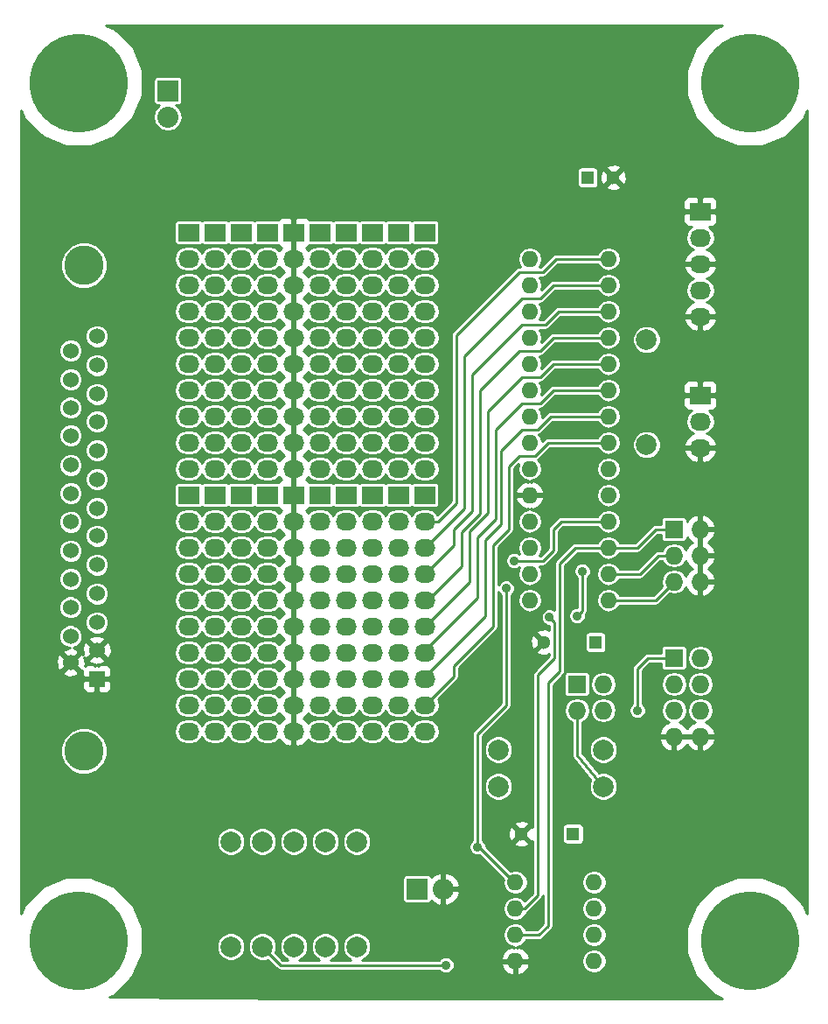
<source format=gbl>
G04 #@! TF.FileFunction,Copper,L2,Bot,Signal*
%FSLAX46Y46*%
G04 Gerber Fmt 4.6, Leading zero omitted, Abs format (unit mm)*
G04 Created by KiCad (PCBNEW 4.0.1-stable) date 12/26/2016 8:09:41 PM*
%MOMM*%
G01*
G04 APERTURE LIST*
%ADD10C,0.150000*%
%ADD11O,1.600000X1.600000*%
%ADD12C,9.525000*%
%ADD13R,2.032000X2.032000*%
%ADD14O,2.032000X2.032000*%
%ADD15R,1.300000X1.300000*%
%ADD16C,1.300000*%
%ADD17R,1.727200X1.727200*%
%ADD18O,1.727200X1.727200*%
%ADD19R,2.032000X1.727200*%
%ADD20O,2.032000X1.727200*%
%ADD21C,1.998980*%
%ADD22C,3.810000*%
%ADD23R,1.524000X1.524000*%
%ADD24C,1.524000*%
%ADD25C,0.889000*%
%ADD26C,0.254000*%
G04 APERTURE END LIST*
D10*
D11*
X59690000Y-33020000D03*
X59690000Y-35560000D03*
X59690000Y-38100000D03*
X59690000Y-40640000D03*
X59690000Y-43180000D03*
X59690000Y-45720000D03*
X59690000Y-48260000D03*
X59690000Y-50800000D03*
X59690000Y-53340000D03*
X59690000Y-55880000D03*
X59690000Y-58420000D03*
X59690000Y-60960000D03*
X59690000Y-63500000D03*
X59690000Y-66040000D03*
X67310000Y-66040000D03*
X67310000Y-63500000D03*
X67310000Y-60960000D03*
X67310000Y-58420000D03*
X67310000Y-55880000D03*
X67310000Y-53340000D03*
X67310000Y-50800000D03*
X67310000Y-48260000D03*
X67310000Y-45720000D03*
X67310000Y-43180000D03*
X67310000Y-40640000D03*
X67310000Y-38100000D03*
X67310000Y-35560000D03*
X67310000Y-33020000D03*
D12*
X16000000Y-16000000D03*
X81000000Y-16000000D03*
X16000000Y-99000000D03*
X81000000Y-99000000D03*
D13*
X48768000Y-93980000D03*
D14*
X51308000Y-93980000D03*
D15*
X66040000Y-70104000D03*
D16*
X61040000Y-70104000D03*
D15*
X63881000Y-88646000D03*
D16*
X58881000Y-88646000D03*
D11*
X58293000Y-93345000D03*
X58293000Y-95885000D03*
X58293000Y-98425000D03*
X58293000Y-100965000D03*
X65913000Y-100965000D03*
X65913000Y-98425000D03*
X65913000Y-95885000D03*
X65913000Y-93345000D03*
D17*
X73660000Y-71628000D03*
D18*
X76200000Y-71628000D03*
X73660000Y-74168000D03*
X76200000Y-74168000D03*
X73660000Y-76708000D03*
X76200000Y-76708000D03*
X73660000Y-79248000D03*
X76200000Y-79248000D03*
D19*
X76200000Y-28448000D03*
D20*
X76200000Y-30988000D03*
X76200000Y-33528000D03*
X76200000Y-36068000D03*
X76200000Y-38608000D03*
D21*
X66802000Y-80518000D03*
X56642000Y-80518000D03*
X66802000Y-84074000D03*
X56642000Y-84074000D03*
X71000000Y-51000000D03*
X71000000Y-40840000D03*
X39878000Y-89408000D03*
X39878000Y-99568000D03*
X42926000Y-99568000D03*
X42926000Y-89408000D03*
X33782000Y-99568000D03*
X33782000Y-89408000D03*
X36830000Y-99568000D03*
X36830000Y-89408000D03*
D17*
X64262000Y-74168000D03*
D18*
X66802000Y-74168000D03*
X64262000Y-76708000D03*
X66802000Y-76708000D03*
D15*
X65278000Y-25146000D03*
D16*
X67778000Y-25146000D03*
D22*
X16510000Y-33655000D03*
X16510000Y-80645000D03*
D23*
X17780000Y-73660000D03*
D24*
X17780000Y-70866000D03*
X17780000Y-68199000D03*
X17780000Y-65405000D03*
X17780000Y-62611000D03*
X17780000Y-59817000D03*
X17780000Y-57150000D03*
X17780000Y-54356000D03*
X17780000Y-51562000D03*
X17780000Y-48768000D03*
X17780000Y-46101000D03*
X17780000Y-43307000D03*
X17780000Y-40513000D03*
X15240000Y-72085200D03*
X15240000Y-69545200D03*
X15240000Y-66751200D03*
X15240000Y-64008000D03*
X15240000Y-61264800D03*
X15240000Y-58470800D03*
X15240000Y-55727600D03*
X15240000Y-52984400D03*
X15240000Y-50139600D03*
X15240000Y-47447200D03*
X15240000Y-44704000D03*
X15240000Y-41910000D03*
D19*
X41910000Y-30480000D03*
D20*
X41910000Y-33020000D03*
X41910000Y-35560000D03*
X41910000Y-38100000D03*
X41910000Y-40640000D03*
X41910000Y-43180000D03*
X41910000Y-45720000D03*
X41910000Y-48260000D03*
X41910000Y-50800000D03*
X41910000Y-53340000D03*
D19*
X44450000Y-55880000D03*
D20*
X44450000Y-58420000D03*
X44450000Y-60960000D03*
X44450000Y-63500000D03*
X44450000Y-66040000D03*
X44450000Y-68580000D03*
X44450000Y-71120000D03*
X44450000Y-73660000D03*
X44450000Y-76200000D03*
X44450000Y-78740000D03*
D19*
X46990000Y-30480000D03*
D20*
X46990000Y-33020000D03*
X46990000Y-35560000D03*
X46990000Y-38100000D03*
X46990000Y-40640000D03*
X46990000Y-43180000D03*
X46990000Y-45720000D03*
X46990000Y-48260000D03*
X46990000Y-50800000D03*
X46990000Y-53340000D03*
D19*
X46990000Y-55880000D03*
D20*
X46990000Y-58420000D03*
X46990000Y-60960000D03*
X46990000Y-63500000D03*
X46990000Y-66040000D03*
X46990000Y-68580000D03*
X46990000Y-71120000D03*
X46990000Y-73660000D03*
X46990000Y-76200000D03*
X46990000Y-78740000D03*
D19*
X44450000Y-30480000D03*
D20*
X44450000Y-33020000D03*
X44450000Y-35560000D03*
X44450000Y-38100000D03*
X44450000Y-40640000D03*
X44450000Y-43180000D03*
X44450000Y-45720000D03*
X44450000Y-48260000D03*
X44450000Y-50800000D03*
X44450000Y-53340000D03*
D19*
X41910000Y-55880000D03*
D20*
X41910000Y-58420000D03*
X41910000Y-60960000D03*
X41910000Y-63500000D03*
X41910000Y-66040000D03*
X41910000Y-68580000D03*
X41910000Y-71120000D03*
X41910000Y-73660000D03*
X41910000Y-76200000D03*
X41910000Y-78740000D03*
D19*
X31750000Y-55880000D03*
D20*
X31750000Y-58420000D03*
X31750000Y-60960000D03*
X31750000Y-63500000D03*
X31750000Y-66040000D03*
X31750000Y-68580000D03*
X31750000Y-71120000D03*
X31750000Y-73660000D03*
X31750000Y-76200000D03*
X31750000Y-78740000D03*
D19*
X34290000Y-30480000D03*
D20*
X34290000Y-33020000D03*
X34290000Y-35560000D03*
X34290000Y-38100000D03*
X34290000Y-40640000D03*
X34290000Y-43180000D03*
X34290000Y-45720000D03*
X34290000Y-48260000D03*
X34290000Y-50800000D03*
X34290000Y-53340000D03*
D19*
X29210000Y-55880000D03*
D20*
X29210000Y-58420000D03*
X29210000Y-60960000D03*
X29210000Y-63500000D03*
X29210000Y-66040000D03*
X29210000Y-68580000D03*
X29210000Y-71120000D03*
X29210000Y-73660000D03*
X29210000Y-76200000D03*
X29210000Y-78740000D03*
D19*
X29210000Y-30480000D03*
D20*
X29210000Y-33020000D03*
X29210000Y-35560000D03*
X29210000Y-38100000D03*
X29210000Y-40640000D03*
X29210000Y-43180000D03*
X29210000Y-45720000D03*
X29210000Y-48260000D03*
X29210000Y-50800000D03*
X29210000Y-53340000D03*
D19*
X31750000Y-30480000D03*
D20*
X31750000Y-33020000D03*
X31750000Y-35560000D03*
X31750000Y-38100000D03*
X31750000Y-40640000D03*
X31750000Y-43180000D03*
X31750000Y-45720000D03*
X31750000Y-48260000D03*
X31750000Y-50800000D03*
X31750000Y-53340000D03*
D19*
X34290000Y-55880000D03*
D20*
X34290000Y-58420000D03*
X34290000Y-60960000D03*
X34290000Y-63500000D03*
X34290000Y-66040000D03*
X34290000Y-68580000D03*
X34290000Y-71120000D03*
X34290000Y-73660000D03*
X34290000Y-76200000D03*
X34290000Y-78740000D03*
D19*
X39370000Y-55880000D03*
D20*
X39370000Y-58420000D03*
X39370000Y-60960000D03*
X39370000Y-63500000D03*
X39370000Y-66040000D03*
X39370000Y-68580000D03*
X39370000Y-71120000D03*
X39370000Y-73660000D03*
X39370000Y-76200000D03*
X39370000Y-78740000D03*
D19*
X39370000Y-30480000D03*
D20*
X39370000Y-33020000D03*
X39370000Y-35560000D03*
X39370000Y-38100000D03*
X39370000Y-40640000D03*
X39370000Y-43180000D03*
X39370000Y-45720000D03*
X39370000Y-48260000D03*
X39370000Y-50800000D03*
X39370000Y-53340000D03*
D19*
X36830000Y-30480000D03*
D20*
X36830000Y-33020000D03*
X36830000Y-35560000D03*
X36830000Y-38100000D03*
X36830000Y-40640000D03*
X36830000Y-43180000D03*
X36830000Y-45720000D03*
X36830000Y-48260000D03*
X36830000Y-50800000D03*
X36830000Y-53340000D03*
D19*
X36830000Y-55880000D03*
D20*
X36830000Y-58420000D03*
X36830000Y-60960000D03*
X36830000Y-63500000D03*
X36830000Y-66040000D03*
X36830000Y-68580000D03*
X36830000Y-71120000D03*
X36830000Y-73660000D03*
X36830000Y-76200000D03*
X36830000Y-78740000D03*
D19*
X26670000Y-30480000D03*
D20*
X26670000Y-33020000D03*
X26670000Y-35560000D03*
X26670000Y-38100000D03*
X26670000Y-40640000D03*
X26670000Y-43180000D03*
X26670000Y-45720000D03*
X26670000Y-48260000D03*
X26670000Y-50800000D03*
X26670000Y-53340000D03*
D19*
X26670000Y-55880000D03*
D20*
X26670000Y-58420000D03*
X26670000Y-60960000D03*
X26670000Y-63500000D03*
X26670000Y-66040000D03*
X26670000Y-68580000D03*
X26670000Y-71120000D03*
X26670000Y-73660000D03*
X26670000Y-76200000D03*
X26670000Y-78740000D03*
D19*
X49530000Y-55880000D03*
D20*
X49530000Y-58420000D03*
X49530000Y-60960000D03*
X49530000Y-63500000D03*
X49530000Y-66040000D03*
X49530000Y-68580000D03*
X49530000Y-71120000D03*
X49530000Y-73660000D03*
X49530000Y-76200000D03*
X49530000Y-78740000D03*
D19*
X49530000Y-30480000D03*
D20*
X49530000Y-33020000D03*
X49530000Y-35560000D03*
X49530000Y-38100000D03*
X49530000Y-40640000D03*
X49530000Y-43180000D03*
X49530000Y-45720000D03*
X49530000Y-48260000D03*
X49530000Y-50800000D03*
X49530000Y-53340000D03*
D19*
X76200000Y-46228000D03*
D20*
X76200000Y-48768000D03*
X76200000Y-51308000D03*
D13*
X24638000Y-16764000D03*
D14*
X24638000Y-19304000D03*
D17*
X73660000Y-59182000D03*
D18*
X76200000Y-59182000D03*
X73660000Y-61722000D03*
X76200000Y-61722000D03*
X73660000Y-64262000D03*
X76200000Y-64262000D03*
D21*
X30734000Y-99568000D03*
X30734000Y-89408000D03*
D25*
X64770000Y-63246000D03*
X64262000Y-67564000D03*
X61595000Y-67691000D03*
X51562000Y-101346000D03*
X70104000Y-76708000D03*
X58166000Y-62230000D03*
X54610000Y-89916000D03*
X57404000Y-64897000D03*
D26*
X67310000Y-63500000D02*
X70358000Y-63500000D01*
X72136000Y-61722000D02*
X73660000Y-61722000D01*
X70358000Y-63500000D02*
X72136000Y-61722000D01*
X64770000Y-67056000D02*
X64770000Y-63246000D01*
X64262000Y-67564000D02*
X64770000Y-67056000D01*
X67310000Y-63500000D02*
X68072000Y-63500000D01*
X67310000Y-63500000D02*
X68072000Y-63500000D01*
X59182000Y-95885000D02*
X60452000Y-94615000D01*
X60452000Y-94615000D02*
X60452000Y-73279000D01*
X60452000Y-73279000D02*
X62102998Y-71628002D01*
X62102998Y-71628002D02*
X62102998Y-68198998D01*
X62102998Y-68198998D02*
X61595000Y-67691000D01*
X58293000Y-95885000D02*
X59182000Y-95885000D01*
X67310000Y-60960000D02*
X70104000Y-60960000D01*
X71882000Y-59182000D02*
X73660000Y-59182000D01*
X70104000Y-60960000D02*
X71882000Y-59182000D01*
X33782000Y-99568000D02*
X35560000Y-101346000D01*
X33782000Y-99568000D02*
X33782000Y-100330000D01*
X35560000Y-101346000D02*
X51562000Y-101346000D01*
X62611000Y-72898000D02*
X61468000Y-74041000D01*
X62611000Y-62484000D02*
X62611000Y-72898000D01*
X64135000Y-60960000D02*
X62611000Y-62484000D01*
X67310000Y-60960000D02*
X64135000Y-60960000D01*
X60579000Y-98425000D02*
X61468000Y-97536000D01*
X61468000Y-97536000D02*
X61468000Y-74041000D01*
X58293000Y-98425000D02*
X60579000Y-98425000D01*
X70104000Y-76708000D02*
X70104000Y-72644000D01*
X71120000Y-71628000D02*
X73660000Y-71628000D01*
X70104000Y-72644000D02*
X71120000Y-71628000D01*
X73406000Y-71374000D02*
X73660000Y-71628000D01*
X67310000Y-58420000D02*
X62738000Y-58420000D01*
X61976000Y-61214000D02*
X60960000Y-62230000D01*
X61976000Y-59182000D02*
X61976000Y-61214000D01*
X62738000Y-58420000D02*
X61976000Y-59182000D01*
X60960000Y-62230000D02*
X58166000Y-62230000D01*
X60960000Y-62230000D02*
X58166000Y-62230000D01*
X64262000Y-81026000D02*
X64262000Y-76708000D01*
X66802000Y-84074000D02*
X64262000Y-81026000D01*
X62230000Y-33020000D02*
X67310000Y-33020000D01*
X60960000Y-34290000D02*
X62230000Y-33020000D01*
X49530000Y-58420000D02*
X50546000Y-58420000D01*
X58674000Y-34290000D02*
X52578000Y-40386000D01*
X52578000Y-40386000D02*
X52578000Y-56642000D01*
X52578000Y-56642000D02*
X50800000Y-58420000D01*
X50800000Y-58420000D02*
X49530000Y-58420000D01*
X60960000Y-34290000D02*
X58674000Y-34290000D01*
X61976000Y-35560000D02*
X67310000Y-35560000D01*
X60706000Y-36830000D02*
X61976000Y-35560000D01*
X49530000Y-60960000D02*
X50038000Y-60960000D01*
X58928000Y-36830000D02*
X53340000Y-42418000D01*
X53340000Y-42418000D02*
X53340000Y-57150000D01*
X53340000Y-57150000D02*
X49530000Y-60960000D01*
X60706000Y-36830000D02*
X58928000Y-36830000D01*
X49530000Y-63500000D02*
X50292000Y-63500000D01*
X62484000Y-38100000D02*
X67310000Y-38100000D01*
X61214000Y-39370000D02*
X62484000Y-38100000D01*
X58928000Y-39370000D02*
X54102000Y-44196000D01*
X61214000Y-39370000D02*
X58928000Y-39370000D01*
X52324000Y-60706000D02*
X52324000Y-59182000D01*
X52324000Y-59182000D02*
X54102000Y-57404000D01*
X54102000Y-57404000D02*
X54102000Y-44196000D01*
X49530000Y-63500000D02*
X52324000Y-60706000D01*
X60706000Y-41910000D02*
X61976000Y-40640000D01*
X61976000Y-40640000D02*
X67310000Y-40640000D01*
X58674000Y-41910000D02*
X54864000Y-45720000D01*
X60706000Y-41910000D02*
X58674000Y-41910000D01*
X53086000Y-62738000D02*
X53086000Y-59436000D01*
X53086000Y-59436000D02*
X54864000Y-57658000D01*
X54864000Y-57658000D02*
X54864000Y-45720000D01*
X49784000Y-66040000D02*
X53086000Y-62738000D01*
X49530000Y-66040000D02*
X49784000Y-66040000D01*
X60706000Y-44450000D02*
X61976000Y-43180000D01*
X61976000Y-43180000D02*
X67310000Y-43180000D01*
X58928000Y-44450000D02*
X55626000Y-47752000D01*
X55626000Y-47752000D02*
X55626000Y-57614424D01*
X60706000Y-44450000D02*
X58928000Y-44450000D01*
X53848000Y-64262000D02*
X53848000Y-59392424D01*
X53848000Y-59392424D02*
X55626000Y-57614424D01*
X49530000Y-68580000D02*
X53848000Y-64262000D01*
X61976000Y-45720000D02*
X67310000Y-45720000D01*
X60706000Y-46990000D02*
X61976000Y-45720000D01*
X49530000Y-71120000D02*
X50292000Y-71120000D01*
X58928000Y-46990000D02*
X56387998Y-49530002D01*
X56387998Y-49530002D02*
X56387998Y-58166000D01*
X60706000Y-46990000D02*
X58928000Y-46990000D01*
X54610000Y-65786000D02*
X54610000Y-59943998D01*
X54610000Y-59943998D02*
X56387998Y-58166000D01*
X49530000Y-70866000D02*
X54610000Y-65786000D01*
X49530000Y-71120000D02*
X49530000Y-70866000D01*
X61722000Y-48260000D02*
X67310000Y-48260000D01*
X60452000Y-49530000D02*
X61722000Y-48260000D01*
X58928000Y-49530000D02*
X56896000Y-51562000D01*
X56896000Y-51562000D02*
X56896000Y-58674000D01*
X60452000Y-49530000D02*
X58928000Y-49530000D01*
X55372000Y-67564000D02*
X55372000Y-60198000D01*
X55372000Y-60198000D02*
X56896000Y-58674000D01*
X49530000Y-73406000D02*
X55372000Y-67564000D01*
X49530000Y-73660000D02*
X49530000Y-73406000D01*
X49530000Y-76200000D02*
X50038000Y-76200000D01*
X61468000Y-50800000D02*
X67310000Y-50800000D01*
X60198000Y-52070000D02*
X61468000Y-50800000D01*
X58674000Y-52070000D02*
X57658000Y-53086000D01*
X57658000Y-53086000D02*
X57658000Y-59182000D01*
X60198000Y-52070000D02*
X58674000Y-52070000D01*
X52324000Y-73406000D02*
X52324000Y-72390000D01*
X52324000Y-72390000D02*
X56134000Y-68580000D01*
X56134000Y-68580000D02*
X56134000Y-60706000D01*
X56134000Y-60706000D02*
X57658000Y-59182000D01*
X49530000Y-76200000D02*
X52324000Y-73406000D01*
X67310000Y-66040000D02*
X71882000Y-66040000D01*
X71882000Y-66040000D02*
X73660000Y-64262000D01*
X54610000Y-89916000D02*
X54673500Y-89852500D01*
X58293000Y-93345000D02*
X58166000Y-93345000D01*
X58166000Y-93345000D02*
X54673500Y-89852500D01*
X54673500Y-89852500D02*
X54610000Y-89789000D01*
X57404000Y-76200000D02*
X57404000Y-64897000D01*
X54610000Y-78994000D02*
X57404000Y-76200000D01*
X54610000Y-89789000D02*
X54610000Y-78994000D01*
G36*
X77515482Y-10775185D02*
X75781275Y-12506368D01*
X74841571Y-14769425D01*
X74839433Y-17219825D01*
X75775185Y-19484518D01*
X77506368Y-21218725D01*
X79769425Y-22158429D01*
X82219825Y-22160567D01*
X84484518Y-21224815D01*
X86218725Y-19493632D01*
X86569000Y-18650077D01*
X86569000Y-96348473D01*
X86224815Y-95515482D01*
X84493632Y-93781275D01*
X82230575Y-92841571D01*
X79780175Y-92839433D01*
X77515482Y-93775185D01*
X75781275Y-95506368D01*
X74841571Y-97769425D01*
X74839433Y-100219825D01*
X75775185Y-102484518D01*
X77506368Y-104218725D01*
X78349923Y-104569000D01*
X38132378Y-104569000D01*
X18987946Y-104429994D01*
X19484518Y-104224815D01*
X21218725Y-102493632D01*
X22158429Y-100230575D01*
X22158768Y-99841392D01*
X29353271Y-99841392D01*
X29562995Y-100348963D01*
X29950994Y-100737640D01*
X30458199Y-100948249D01*
X31007392Y-100948729D01*
X31514963Y-100739005D01*
X31903640Y-100351006D01*
X32114249Y-99843801D01*
X32114251Y-99841392D01*
X32401271Y-99841392D01*
X32610995Y-100348963D01*
X32998994Y-100737640D01*
X33506199Y-100948249D01*
X34055392Y-100948729D01*
X34330597Y-100835017D01*
X35200790Y-101705210D01*
X35365597Y-101815331D01*
X35560000Y-101854000D01*
X50902698Y-101854000D01*
X51093781Y-102045417D01*
X51397077Y-102171357D01*
X51725482Y-102171643D01*
X52028998Y-102046233D01*
X52261417Y-101814219D01*
X52387357Y-101510923D01*
X52387528Y-101314039D01*
X56901096Y-101314039D01*
X57061959Y-101702423D01*
X57437866Y-102117389D01*
X57943959Y-102356914D01*
X58166000Y-102235629D01*
X58166000Y-101092000D01*
X58420000Y-101092000D01*
X58420000Y-102235629D01*
X58642041Y-102356914D01*
X59148134Y-102117389D01*
X59524041Y-101702423D01*
X59684904Y-101314039D01*
X59562915Y-101092000D01*
X58420000Y-101092000D01*
X58166000Y-101092000D01*
X57023085Y-101092000D01*
X56901096Y-101314039D01*
X52387528Y-101314039D01*
X52387643Y-101182518D01*
X52297767Y-100965000D01*
X64708863Y-100965000D01*
X64798761Y-101416949D01*
X65054770Y-101800093D01*
X65437914Y-102056102D01*
X65889863Y-102146000D01*
X65936137Y-102146000D01*
X66388086Y-102056102D01*
X66771230Y-101800093D01*
X67027239Y-101416949D01*
X67117137Y-100965000D01*
X67027239Y-100513051D01*
X66771230Y-100129907D01*
X66388086Y-99873898D01*
X65936137Y-99784000D01*
X65889863Y-99784000D01*
X65437914Y-99873898D01*
X65054770Y-100129907D01*
X64798761Y-100513051D01*
X64708863Y-100965000D01*
X52297767Y-100965000D01*
X52262233Y-100879002D01*
X52030219Y-100646583D01*
X51956474Y-100615961D01*
X56901096Y-100615961D01*
X57023085Y-100838000D01*
X58166000Y-100838000D01*
X58166000Y-100818000D01*
X58420000Y-100818000D01*
X58420000Y-100838000D01*
X59562915Y-100838000D01*
X59684904Y-100615961D01*
X59524041Y-100227577D01*
X59148134Y-99812611D01*
X58642041Y-99573086D01*
X58420002Y-99694370D01*
X58420002Y-99585340D01*
X58768086Y-99516102D01*
X59151230Y-99260093D01*
X59369787Y-98933000D01*
X60579000Y-98933000D01*
X60773403Y-98894331D01*
X60938210Y-98784210D01*
X61297420Y-98425000D01*
X64708863Y-98425000D01*
X64798761Y-98876949D01*
X65054770Y-99260093D01*
X65437914Y-99516102D01*
X65889863Y-99606000D01*
X65936137Y-99606000D01*
X66388086Y-99516102D01*
X66771230Y-99260093D01*
X67027239Y-98876949D01*
X67117137Y-98425000D01*
X67027239Y-97973051D01*
X66771230Y-97589907D01*
X66388086Y-97333898D01*
X65936137Y-97244000D01*
X65889863Y-97244000D01*
X65437914Y-97333898D01*
X65054770Y-97589907D01*
X64798761Y-97973051D01*
X64708863Y-98425000D01*
X61297420Y-98425000D01*
X61827210Y-97895210D01*
X61937331Y-97730403D01*
X61976000Y-97536000D01*
X61976000Y-95885000D01*
X64708863Y-95885000D01*
X64798761Y-96336949D01*
X65054770Y-96720093D01*
X65437914Y-96976102D01*
X65889863Y-97066000D01*
X65936137Y-97066000D01*
X66388086Y-96976102D01*
X66771230Y-96720093D01*
X67027239Y-96336949D01*
X67117137Y-95885000D01*
X67027239Y-95433051D01*
X66771230Y-95049907D01*
X66388086Y-94793898D01*
X65936137Y-94704000D01*
X65889863Y-94704000D01*
X65437914Y-94793898D01*
X65054770Y-95049907D01*
X64798761Y-95433051D01*
X64708863Y-95885000D01*
X61976000Y-95885000D01*
X61976000Y-93345000D01*
X64708863Y-93345000D01*
X64798761Y-93796949D01*
X65054770Y-94180093D01*
X65437914Y-94436102D01*
X65889863Y-94526000D01*
X65936137Y-94526000D01*
X66388086Y-94436102D01*
X66771230Y-94180093D01*
X67027239Y-93796949D01*
X67117137Y-93345000D01*
X67027239Y-92893051D01*
X66771230Y-92509907D01*
X66388086Y-92253898D01*
X65936137Y-92164000D01*
X65889863Y-92164000D01*
X65437914Y-92253898D01*
X65054770Y-92509907D01*
X64798761Y-92893051D01*
X64708863Y-93345000D01*
X61976000Y-93345000D01*
X61976000Y-87996000D01*
X62842536Y-87996000D01*
X62842536Y-89296000D01*
X62869103Y-89437190D01*
X62952546Y-89566865D01*
X63079866Y-89653859D01*
X63231000Y-89684464D01*
X64531000Y-89684464D01*
X64672190Y-89657897D01*
X64801865Y-89574454D01*
X64888859Y-89447134D01*
X64919464Y-89296000D01*
X64919464Y-87996000D01*
X64892897Y-87854810D01*
X64809454Y-87725135D01*
X64682134Y-87638141D01*
X64531000Y-87607536D01*
X63231000Y-87607536D01*
X63089810Y-87634103D01*
X62960135Y-87717546D01*
X62873141Y-87844866D01*
X62842536Y-87996000D01*
X61976000Y-87996000D01*
X61976000Y-76708000D01*
X62993017Y-76708000D01*
X63087757Y-77184288D01*
X63357552Y-77588065D01*
X63754000Y-77852963D01*
X63754000Y-81026000D01*
X63768926Y-81101037D01*
X63776996Y-81177114D01*
X63788127Y-81197566D01*
X63792669Y-81220403D01*
X63835173Y-81284014D01*
X63871744Y-81351214D01*
X65584426Y-83406432D01*
X65421751Y-83798199D01*
X65421271Y-84347392D01*
X65630995Y-84854963D01*
X66018994Y-85243640D01*
X66526199Y-85454249D01*
X67075392Y-85454729D01*
X67582963Y-85245005D01*
X67971640Y-84857006D01*
X68182249Y-84349801D01*
X68182729Y-83800608D01*
X67973005Y-83293037D01*
X67585006Y-82904360D01*
X67077801Y-82693751D01*
X66528608Y-82693271D01*
X66367972Y-82759644D01*
X64770000Y-80842079D01*
X64770000Y-80791392D01*
X65421271Y-80791392D01*
X65630995Y-81298963D01*
X66018994Y-81687640D01*
X66526199Y-81898249D01*
X67075392Y-81898729D01*
X67582963Y-81689005D01*
X67971640Y-81301006D01*
X68182249Y-80793801D01*
X68182729Y-80244608D01*
X67973005Y-79737037D01*
X67843221Y-79607026D01*
X72205042Y-79607026D01*
X72377312Y-80022947D01*
X72771510Y-80454821D01*
X73300973Y-80702968D01*
X73533000Y-80582469D01*
X73533000Y-79375000D01*
X73787000Y-79375000D01*
X73787000Y-80582469D01*
X74019027Y-80702968D01*
X74548490Y-80454821D01*
X74930000Y-80036848D01*
X75311510Y-80454821D01*
X75840973Y-80702968D01*
X76073000Y-80582469D01*
X76073000Y-79375000D01*
X76327000Y-79375000D01*
X76327000Y-80582469D01*
X76559027Y-80702968D01*
X77088490Y-80454821D01*
X77482688Y-80022947D01*
X77654958Y-79607026D01*
X77533817Y-79375000D01*
X76327000Y-79375000D01*
X76073000Y-79375000D01*
X73787000Y-79375000D01*
X73533000Y-79375000D01*
X72326183Y-79375000D01*
X72205042Y-79607026D01*
X67843221Y-79607026D01*
X67585006Y-79348360D01*
X67077801Y-79137751D01*
X66528608Y-79137271D01*
X66021037Y-79346995D01*
X65632360Y-79734994D01*
X65421751Y-80242199D01*
X65421271Y-80791392D01*
X64770000Y-80791392D01*
X64770000Y-78888974D01*
X72205042Y-78888974D01*
X72326183Y-79121000D01*
X73533000Y-79121000D01*
X73533000Y-79101000D01*
X73787000Y-79101000D01*
X73787000Y-79121000D01*
X76073000Y-79121000D01*
X76073000Y-79101000D01*
X76327000Y-79101000D01*
X76327000Y-79121000D01*
X77533817Y-79121000D01*
X77654958Y-78888974D01*
X77482688Y-78473053D01*
X77088490Y-78041179D01*
X76698338Y-77858324D01*
X76700671Y-77857860D01*
X77104448Y-77588065D01*
X77374243Y-77184288D01*
X77468983Y-76708000D01*
X77374243Y-76231712D01*
X77104448Y-75827935D01*
X76700671Y-75558140D01*
X76224383Y-75463400D01*
X76175617Y-75463400D01*
X75699329Y-75558140D01*
X75295552Y-75827935D01*
X75025757Y-76231712D01*
X74931017Y-76708000D01*
X75025757Y-77184288D01*
X75295552Y-77588065D01*
X75699329Y-77857860D01*
X75701662Y-77858324D01*
X75311510Y-78041179D01*
X74930000Y-78459152D01*
X74548490Y-78041179D01*
X74158338Y-77858324D01*
X74160671Y-77857860D01*
X74564448Y-77588065D01*
X74834243Y-77184288D01*
X74928983Y-76708000D01*
X74834243Y-76231712D01*
X74564448Y-75827935D01*
X74160671Y-75558140D01*
X73684383Y-75463400D01*
X73635617Y-75463400D01*
X73159329Y-75558140D01*
X72755552Y-75827935D01*
X72485757Y-76231712D01*
X72391017Y-76708000D01*
X72485757Y-77184288D01*
X72755552Y-77588065D01*
X73159329Y-77857860D01*
X73161662Y-77858324D01*
X72771510Y-78041179D01*
X72377312Y-78473053D01*
X72205042Y-78888974D01*
X64770000Y-78888974D01*
X64770000Y-77852963D01*
X65166448Y-77588065D01*
X65436243Y-77184288D01*
X65530983Y-76708000D01*
X65533017Y-76708000D01*
X65627757Y-77184288D01*
X65897552Y-77588065D01*
X66301329Y-77857860D01*
X66777617Y-77952600D01*
X66826383Y-77952600D01*
X67302671Y-77857860D01*
X67706448Y-77588065D01*
X67976243Y-77184288D01*
X68038464Y-76871482D01*
X69278357Y-76871482D01*
X69403767Y-77174998D01*
X69635781Y-77407417D01*
X69939077Y-77533357D01*
X70267482Y-77533643D01*
X70570998Y-77408233D01*
X70803417Y-77176219D01*
X70929357Y-76872923D01*
X70929643Y-76544518D01*
X70804233Y-76241002D01*
X70612000Y-76048433D01*
X70612000Y-74168000D01*
X72391017Y-74168000D01*
X72485757Y-74644288D01*
X72755552Y-75048065D01*
X73159329Y-75317860D01*
X73635617Y-75412600D01*
X73684383Y-75412600D01*
X74160671Y-75317860D01*
X74564448Y-75048065D01*
X74834243Y-74644288D01*
X74928983Y-74168000D01*
X74931017Y-74168000D01*
X75025757Y-74644288D01*
X75295552Y-75048065D01*
X75699329Y-75317860D01*
X76175617Y-75412600D01*
X76224383Y-75412600D01*
X76700671Y-75317860D01*
X77104448Y-75048065D01*
X77374243Y-74644288D01*
X77468983Y-74168000D01*
X77374243Y-73691712D01*
X77104448Y-73287935D01*
X76700671Y-73018140D01*
X76224383Y-72923400D01*
X76175617Y-72923400D01*
X75699329Y-73018140D01*
X75295552Y-73287935D01*
X75025757Y-73691712D01*
X74931017Y-74168000D01*
X74928983Y-74168000D01*
X74834243Y-73691712D01*
X74564448Y-73287935D01*
X74160671Y-73018140D01*
X73684383Y-72923400D01*
X73635617Y-72923400D01*
X73159329Y-73018140D01*
X72755552Y-73287935D01*
X72485757Y-73691712D01*
X72391017Y-74168000D01*
X70612000Y-74168000D01*
X70612000Y-72854420D01*
X71330420Y-72136000D01*
X72407936Y-72136000D01*
X72407936Y-72491600D01*
X72434503Y-72632790D01*
X72517946Y-72762465D01*
X72645266Y-72849459D01*
X72796400Y-72880064D01*
X74523600Y-72880064D01*
X74664790Y-72853497D01*
X74794465Y-72770054D01*
X74881459Y-72642734D01*
X74912064Y-72491600D01*
X74912064Y-71628000D01*
X74931017Y-71628000D01*
X75025757Y-72104288D01*
X75295552Y-72508065D01*
X75699329Y-72777860D01*
X76175617Y-72872600D01*
X76224383Y-72872600D01*
X76700671Y-72777860D01*
X77104448Y-72508065D01*
X77374243Y-72104288D01*
X77468983Y-71628000D01*
X77374243Y-71151712D01*
X77104448Y-70747935D01*
X76700671Y-70478140D01*
X76224383Y-70383400D01*
X76175617Y-70383400D01*
X75699329Y-70478140D01*
X75295552Y-70747935D01*
X75025757Y-71151712D01*
X74931017Y-71628000D01*
X74912064Y-71628000D01*
X74912064Y-70764400D01*
X74885497Y-70623210D01*
X74802054Y-70493535D01*
X74674734Y-70406541D01*
X74523600Y-70375936D01*
X72796400Y-70375936D01*
X72655210Y-70402503D01*
X72525535Y-70485946D01*
X72438541Y-70613266D01*
X72407936Y-70764400D01*
X72407936Y-71120000D01*
X71120000Y-71120000D01*
X70925597Y-71158669D01*
X70760790Y-71268790D01*
X69744790Y-72284790D01*
X69634669Y-72449597D01*
X69596000Y-72644000D01*
X69596000Y-76048698D01*
X69404583Y-76239781D01*
X69278643Y-76543077D01*
X69278357Y-76871482D01*
X68038464Y-76871482D01*
X68070983Y-76708000D01*
X67976243Y-76231712D01*
X67706448Y-75827935D01*
X67302671Y-75558140D01*
X66826383Y-75463400D01*
X66777617Y-75463400D01*
X66301329Y-75558140D01*
X65897552Y-75827935D01*
X65627757Y-76231712D01*
X65533017Y-76708000D01*
X65530983Y-76708000D01*
X65436243Y-76231712D01*
X65166448Y-75827935D01*
X64762671Y-75558140D01*
X64286383Y-75463400D01*
X64237617Y-75463400D01*
X63761329Y-75558140D01*
X63357552Y-75827935D01*
X63087757Y-76231712D01*
X62993017Y-76708000D01*
X61976000Y-76708000D01*
X61976000Y-74251420D01*
X62923020Y-73304400D01*
X63009936Y-73304400D01*
X63009936Y-75031600D01*
X63036503Y-75172790D01*
X63119946Y-75302465D01*
X63247266Y-75389459D01*
X63398400Y-75420064D01*
X65125600Y-75420064D01*
X65266790Y-75393497D01*
X65396465Y-75310054D01*
X65483459Y-75182734D01*
X65514064Y-75031600D01*
X65514064Y-74168000D01*
X65533017Y-74168000D01*
X65627757Y-74644288D01*
X65897552Y-75048065D01*
X66301329Y-75317860D01*
X66777617Y-75412600D01*
X66826383Y-75412600D01*
X67302671Y-75317860D01*
X67706448Y-75048065D01*
X67976243Y-74644288D01*
X68070983Y-74168000D01*
X67976243Y-73691712D01*
X67706448Y-73287935D01*
X67302671Y-73018140D01*
X66826383Y-72923400D01*
X66777617Y-72923400D01*
X66301329Y-73018140D01*
X65897552Y-73287935D01*
X65627757Y-73691712D01*
X65533017Y-74168000D01*
X65514064Y-74168000D01*
X65514064Y-73304400D01*
X65487497Y-73163210D01*
X65404054Y-73033535D01*
X65276734Y-72946541D01*
X65125600Y-72915936D01*
X63398400Y-72915936D01*
X63257210Y-72942503D01*
X63127535Y-73025946D01*
X63040541Y-73153266D01*
X63009936Y-73304400D01*
X62923020Y-73304400D01*
X62970210Y-73257210D01*
X63080331Y-73092404D01*
X63119000Y-72898000D01*
X63119000Y-69454000D01*
X65001536Y-69454000D01*
X65001536Y-70754000D01*
X65028103Y-70895190D01*
X65111546Y-71024865D01*
X65238866Y-71111859D01*
X65390000Y-71142464D01*
X66690000Y-71142464D01*
X66831190Y-71115897D01*
X66960865Y-71032454D01*
X67047859Y-70905134D01*
X67078464Y-70754000D01*
X67078464Y-69454000D01*
X67051897Y-69312810D01*
X66968454Y-69183135D01*
X66841134Y-69096141D01*
X66690000Y-69065536D01*
X65390000Y-69065536D01*
X65248810Y-69092103D01*
X65119135Y-69175546D01*
X65032141Y-69302866D01*
X65001536Y-69454000D01*
X63119000Y-69454000D01*
X63119000Y-67727482D01*
X63436357Y-67727482D01*
X63561767Y-68030998D01*
X63793781Y-68263417D01*
X64097077Y-68389357D01*
X64425482Y-68389643D01*
X64728998Y-68264233D01*
X64961417Y-68032219D01*
X65087357Y-67728923D01*
X65087594Y-67456827D01*
X65129210Y-67415211D01*
X65239330Y-67250404D01*
X65239331Y-67250403D01*
X65278000Y-67056000D01*
X65278000Y-63905302D01*
X65469417Y-63714219D01*
X65595357Y-63410923D01*
X65595643Y-63082518D01*
X65470233Y-62779002D01*
X65238219Y-62546583D01*
X64934923Y-62420643D01*
X64606518Y-62420357D01*
X64303002Y-62545767D01*
X64070583Y-62777781D01*
X63944643Y-63081077D01*
X63944357Y-63409482D01*
X64069767Y-63712998D01*
X64262000Y-63905567D01*
X64262000Y-66738499D01*
X64098518Y-66738357D01*
X63795002Y-66863767D01*
X63562583Y-67095781D01*
X63436643Y-67399077D01*
X63436357Y-67727482D01*
X63119000Y-67727482D01*
X63119000Y-62694420D01*
X64345421Y-61468000D01*
X66233213Y-61468000D01*
X66451770Y-61795093D01*
X66834914Y-62051102D01*
X67286863Y-62141000D01*
X67333137Y-62141000D01*
X67785086Y-62051102D01*
X68168230Y-61795093D01*
X68386787Y-61468000D01*
X70104000Y-61468000D01*
X70298403Y-61429331D01*
X70463210Y-61319210D01*
X72092420Y-59690000D01*
X72407936Y-59690000D01*
X72407936Y-60045600D01*
X72434503Y-60186790D01*
X72517946Y-60316465D01*
X72645266Y-60403459D01*
X72796400Y-60434064D01*
X74523600Y-60434064D01*
X74664790Y-60407497D01*
X74794465Y-60324054D01*
X74881459Y-60196734D01*
X74912064Y-60045600D01*
X74912064Y-59944276D01*
X74917312Y-59956947D01*
X75311510Y-60388821D01*
X75446313Y-60452000D01*
X75311510Y-60515179D01*
X74917312Y-60947053D01*
X74809159Y-61208172D01*
X74564448Y-60841935D01*
X74160671Y-60572140D01*
X73684383Y-60477400D01*
X73635617Y-60477400D01*
X73159329Y-60572140D01*
X72755552Y-60841935D01*
X72506946Y-61214000D01*
X72136000Y-61214000D01*
X71941597Y-61252669D01*
X71776790Y-61362790D01*
X70147580Y-62992000D01*
X68386787Y-62992000D01*
X68168230Y-62664907D01*
X67785086Y-62408898D01*
X67333137Y-62319000D01*
X67286863Y-62319000D01*
X66834914Y-62408898D01*
X66451770Y-62664907D01*
X66195761Y-63048051D01*
X66105863Y-63500000D01*
X66195761Y-63951949D01*
X66451770Y-64335093D01*
X66834914Y-64591102D01*
X67286863Y-64681000D01*
X67333137Y-64681000D01*
X67785086Y-64591102D01*
X68168230Y-64335093D01*
X68386787Y-64008000D01*
X70358000Y-64008000D01*
X70552403Y-63969331D01*
X70717210Y-63859210D01*
X72346420Y-62230000D01*
X72506946Y-62230000D01*
X72755552Y-62602065D01*
X73159329Y-62871860D01*
X73635617Y-62966600D01*
X73684383Y-62966600D01*
X74160671Y-62871860D01*
X74564448Y-62602065D01*
X74809159Y-62235828D01*
X74917312Y-62496947D01*
X75311510Y-62928821D01*
X75446313Y-62992000D01*
X75311510Y-63055179D01*
X74917312Y-63487053D01*
X74809159Y-63748172D01*
X74564448Y-63381935D01*
X74160671Y-63112140D01*
X73684383Y-63017400D01*
X73635617Y-63017400D01*
X73159329Y-63112140D01*
X72755552Y-63381935D01*
X72485757Y-63785712D01*
X72391017Y-64262000D01*
X72482362Y-64721218D01*
X71671580Y-65532000D01*
X68386787Y-65532000D01*
X68168230Y-65204907D01*
X67785086Y-64948898D01*
X67333137Y-64859000D01*
X67286863Y-64859000D01*
X66834914Y-64948898D01*
X66451770Y-65204907D01*
X66195761Y-65588051D01*
X66105863Y-66040000D01*
X66195761Y-66491949D01*
X66451770Y-66875093D01*
X66834914Y-67131102D01*
X67286863Y-67221000D01*
X67333137Y-67221000D01*
X67785086Y-67131102D01*
X68168230Y-66875093D01*
X68386787Y-66548000D01*
X71882000Y-66548000D01*
X72076403Y-66509331D01*
X72241210Y-66399210D01*
X73217074Y-65423346D01*
X73635617Y-65506600D01*
X73684383Y-65506600D01*
X74160671Y-65411860D01*
X74564448Y-65142065D01*
X74809159Y-64775828D01*
X74917312Y-65036947D01*
X75311510Y-65468821D01*
X75840973Y-65716968D01*
X76073000Y-65596469D01*
X76073000Y-64389000D01*
X76327000Y-64389000D01*
X76327000Y-65596469D01*
X76559027Y-65716968D01*
X77088490Y-65468821D01*
X77482688Y-65036947D01*
X77654958Y-64621026D01*
X77533817Y-64389000D01*
X76327000Y-64389000D01*
X76073000Y-64389000D01*
X76053000Y-64389000D01*
X76053000Y-64135000D01*
X76073000Y-64135000D01*
X76073000Y-61849000D01*
X76327000Y-61849000D01*
X76327000Y-64135000D01*
X77533817Y-64135000D01*
X77654958Y-63902974D01*
X77482688Y-63487053D01*
X77088490Y-63055179D01*
X76953687Y-62992000D01*
X77088490Y-62928821D01*
X77482688Y-62496947D01*
X77654958Y-62081026D01*
X77533817Y-61849000D01*
X76327000Y-61849000D01*
X76073000Y-61849000D01*
X76053000Y-61849000D01*
X76053000Y-61595000D01*
X76073000Y-61595000D01*
X76073000Y-59309000D01*
X76327000Y-59309000D01*
X76327000Y-61595000D01*
X77533817Y-61595000D01*
X77654958Y-61362974D01*
X77482688Y-60947053D01*
X77088490Y-60515179D01*
X76953687Y-60452000D01*
X77088490Y-60388821D01*
X77482688Y-59956947D01*
X77654958Y-59541026D01*
X77533817Y-59309000D01*
X76327000Y-59309000D01*
X76073000Y-59309000D01*
X76053000Y-59309000D01*
X76053000Y-59055000D01*
X76073000Y-59055000D01*
X76073000Y-57847531D01*
X76327000Y-57847531D01*
X76327000Y-59055000D01*
X77533817Y-59055000D01*
X77654958Y-58822974D01*
X77482688Y-58407053D01*
X77088490Y-57975179D01*
X76559027Y-57727032D01*
X76327000Y-57847531D01*
X76073000Y-57847531D01*
X75840973Y-57727032D01*
X75311510Y-57975179D01*
X74917312Y-58407053D01*
X74912064Y-58419724D01*
X74912064Y-58318400D01*
X74885497Y-58177210D01*
X74802054Y-58047535D01*
X74674734Y-57960541D01*
X74523600Y-57929936D01*
X72796400Y-57929936D01*
X72655210Y-57956503D01*
X72525535Y-58039946D01*
X72438541Y-58167266D01*
X72407936Y-58318400D01*
X72407936Y-58674000D01*
X71882000Y-58674000D01*
X71687597Y-58712669D01*
X71522790Y-58822790D01*
X69893580Y-60452000D01*
X68386787Y-60452000D01*
X68168230Y-60124907D01*
X67785086Y-59868898D01*
X67333137Y-59779000D01*
X67286863Y-59779000D01*
X66834914Y-59868898D01*
X66451770Y-60124907D01*
X66233213Y-60452000D01*
X64135000Y-60452000D01*
X63940597Y-60490669D01*
X63901985Y-60516469D01*
X63775789Y-60600790D01*
X62251790Y-62124790D01*
X62141669Y-62289597D01*
X62103000Y-62484000D01*
X62103000Y-67031433D01*
X62063219Y-66991583D01*
X61759923Y-66865643D01*
X61431518Y-66865357D01*
X61128002Y-66990767D01*
X60895583Y-67222781D01*
X60769643Y-67526077D01*
X60769357Y-67854482D01*
X60894767Y-68157998D01*
X61126781Y-68390417D01*
X61430077Y-68516357D01*
X61594998Y-68516501D01*
X61594998Y-68936552D01*
X61220922Y-68806378D01*
X60710572Y-68835917D01*
X60376271Y-68974389D01*
X60320590Y-69204984D01*
X61040000Y-69924395D01*
X61054142Y-69910252D01*
X61233748Y-70089858D01*
X61219605Y-70104000D01*
X61233748Y-70118142D01*
X61054142Y-70297748D01*
X61040000Y-70283605D01*
X60320590Y-71003016D01*
X60376271Y-71233611D01*
X60859078Y-71401622D01*
X61369428Y-71372083D01*
X61594998Y-71278649D01*
X61594998Y-71417582D01*
X60092790Y-72919790D01*
X59982669Y-73084597D01*
X59944000Y-73279000D01*
X59944000Y-87966187D01*
X59780016Y-87926590D01*
X59060605Y-88646000D01*
X59780016Y-89365410D01*
X59944000Y-89325813D01*
X59944000Y-94404580D01*
X59210287Y-95138293D01*
X59151230Y-95049907D01*
X58768086Y-94793898D01*
X58316137Y-94704000D01*
X58269863Y-94704000D01*
X57817914Y-94793898D01*
X57434770Y-95049907D01*
X57178761Y-95433051D01*
X57088863Y-95885000D01*
X57178761Y-96336949D01*
X57434770Y-96720093D01*
X57817914Y-96976102D01*
X58269863Y-97066000D01*
X58316137Y-97066000D01*
X58768086Y-96976102D01*
X59151230Y-96720093D01*
X59407239Y-96336949D01*
X59407978Y-96333233D01*
X59541210Y-96244210D01*
X60811210Y-94974210D01*
X60921331Y-94809404D01*
X60927746Y-94777150D01*
X60960000Y-94615000D01*
X60960000Y-97325580D01*
X60368580Y-97917000D01*
X59369787Y-97917000D01*
X59151230Y-97589907D01*
X58768086Y-97333898D01*
X58316137Y-97244000D01*
X58269863Y-97244000D01*
X57817914Y-97333898D01*
X57434770Y-97589907D01*
X57178761Y-97973051D01*
X57088863Y-98425000D01*
X57178761Y-98876949D01*
X57434770Y-99260093D01*
X57817914Y-99516102D01*
X58165998Y-99585340D01*
X58165998Y-99694370D01*
X57943959Y-99573086D01*
X57437866Y-99812611D01*
X57061959Y-100227577D01*
X56901096Y-100615961D01*
X51956474Y-100615961D01*
X51726923Y-100520643D01*
X51398518Y-100520357D01*
X51095002Y-100645767D01*
X50902433Y-100838000D01*
X43467377Y-100838000D01*
X43706963Y-100739005D01*
X44095640Y-100351006D01*
X44306249Y-99843801D01*
X44306729Y-99294608D01*
X44097005Y-98787037D01*
X43709006Y-98398360D01*
X43201801Y-98187751D01*
X42652608Y-98187271D01*
X42145037Y-98396995D01*
X41756360Y-98784994D01*
X41545751Y-99292199D01*
X41545271Y-99841392D01*
X41754995Y-100348963D01*
X42142994Y-100737640D01*
X42384689Y-100838000D01*
X40419377Y-100838000D01*
X40658963Y-100739005D01*
X41047640Y-100351006D01*
X41258249Y-99843801D01*
X41258729Y-99294608D01*
X41049005Y-98787037D01*
X40661006Y-98398360D01*
X40153801Y-98187751D01*
X39604608Y-98187271D01*
X39097037Y-98396995D01*
X38708360Y-98784994D01*
X38497751Y-99292199D01*
X38497271Y-99841392D01*
X38706995Y-100348963D01*
X39094994Y-100737640D01*
X39336689Y-100838000D01*
X37371377Y-100838000D01*
X37610963Y-100739005D01*
X37999640Y-100351006D01*
X38210249Y-99843801D01*
X38210729Y-99294608D01*
X38001005Y-98787037D01*
X37613006Y-98398360D01*
X37105801Y-98187751D01*
X36556608Y-98187271D01*
X36049037Y-98396995D01*
X35660360Y-98784994D01*
X35449751Y-99292199D01*
X35449271Y-99841392D01*
X35658995Y-100348963D01*
X36046994Y-100737640D01*
X36288689Y-100838000D01*
X35770420Y-100838000D01*
X35048987Y-100116567D01*
X35162249Y-99843801D01*
X35162729Y-99294608D01*
X34953005Y-98787037D01*
X34565006Y-98398360D01*
X34057801Y-98187751D01*
X33508608Y-98187271D01*
X33001037Y-98396995D01*
X32612360Y-98784994D01*
X32401751Y-99292199D01*
X32401271Y-99841392D01*
X32114251Y-99841392D01*
X32114729Y-99294608D01*
X31905005Y-98787037D01*
X31517006Y-98398360D01*
X31009801Y-98187751D01*
X30460608Y-98187271D01*
X29953037Y-98396995D01*
X29564360Y-98784994D01*
X29353751Y-99292199D01*
X29353271Y-99841392D01*
X22158768Y-99841392D01*
X22160567Y-97780175D01*
X21224815Y-95515482D01*
X19493632Y-93781275D01*
X17525417Y-92964000D01*
X47363536Y-92964000D01*
X47363536Y-94996000D01*
X47390103Y-95137190D01*
X47473546Y-95266865D01*
X47600866Y-95353859D01*
X47752000Y-95384464D01*
X49784000Y-95384464D01*
X49925190Y-95357897D01*
X50054865Y-95274454D01*
X50141859Y-95147134D01*
X50148704Y-95113330D01*
X50443182Y-95386385D01*
X50925056Y-95585975D01*
X51181000Y-95466836D01*
X51181000Y-94107000D01*
X51435000Y-94107000D01*
X51435000Y-95466836D01*
X51690944Y-95585975D01*
X52172818Y-95386385D01*
X52645188Y-94948379D01*
X52913983Y-94362946D01*
X52795367Y-94107000D01*
X51435000Y-94107000D01*
X51181000Y-94107000D01*
X51161000Y-94107000D01*
X51161000Y-93853000D01*
X51181000Y-93853000D01*
X51181000Y-92493164D01*
X51435000Y-92493164D01*
X51435000Y-93853000D01*
X52795367Y-93853000D01*
X52913983Y-93597054D01*
X52645188Y-93011621D01*
X52172818Y-92573615D01*
X51690944Y-92374025D01*
X51435000Y-92493164D01*
X51181000Y-92493164D01*
X50925056Y-92374025D01*
X50443182Y-92573615D01*
X50150137Y-92845342D01*
X50145897Y-92822810D01*
X50062454Y-92693135D01*
X49935134Y-92606141D01*
X49784000Y-92575536D01*
X47752000Y-92575536D01*
X47610810Y-92602103D01*
X47481135Y-92685546D01*
X47394141Y-92812866D01*
X47363536Y-92964000D01*
X17525417Y-92964000D01*
X17230575Y-92841571D01*
X14780175Y-92839433D01*
X12515482Y-93775185D01*
X10781275Y-95506368D01*
X10431000Y-96349923D01*
X10431000Y-89681392D01*
X29353271Y-89681392D01*
X29562995Y-90188963D01*
X29950994Y-90577640D01*
X30458199Y-90788249D01*
X31007392Y-90788729D01*
X31514963Y-90579005D01*
X31903640Y-90191006D01*
X32114249Y-89683801D01*
X32114251Y-89681392D01*
X32401271Y-89681392D01*
X32610995Y-90188963D01*
X32998994Y-90577640D01*
X33506199Y-90788249D01*
X34055392Y-90788729D01*
X34562963Y-90579005D01*
X34951640Y-90191006D01*
X35162249Y-89683801D01*
X35162251Y-89681392D01*
X35449271Y-89681392D01*
X35658995Y-90188963D01*
X36046994Y-90577640D01*
X36554199Y-90788249D01*
X37103392Y-90788729D01*
X37610963Y-90579005D01*
X37999640Y-90191006D01*
X38210249Y-89683801D01*
X38210251Y-89681392D01*
X38497271Y-89681392D01*
X38706995Y-90188963D01*
X39094994Y-90577640D01*
X39602199Y-90788249D01*
X40151392Y-90788729D01*
X40658963Y-90579005D01*
X41047640Y-90191006D01*
X41258249Y-89683801D01*
X41258251Y-89681392D01*
X41545271Y-89681392D01*
X41754995Y-90188963D01*
X42142994Y-90577640D01*
X42650199Y-90788249D01*
X43199392Y-90788729D01*
X43706963Y-90579005D01*
X44095640Y-90191006D01*
X44306249Y-89683801D01*
X44306729Y-89134608D01*
X44097005Y-88627037D01*
X43709006Y-88238360D01*
X43201801Y-88027751D01*
X42652608Y-88027271D01*
X42145037Y-88236995D01*
X41756360Y-88624994D01*
X41545751Y-89132199D01*
X41545271Y-89681392D01*
X41258251Y-89681392D01*
X41258729Y-89134608D01*
X41049005Y-88627037D01*
X40661006Y-88238360D01*
X40153801Y-88027751D01*
X39604608Y-88027271D01*
X39097037Y-88236995D01*
X38708360Y-88624994D01*
X38497751Y-89132199D01*
X38497271Y-89681392D01*
X38210251Y-89681392D01*
X38210729Y-89134608D01*
X38001005Y-88627037D01*
X37613006Y-88238360D01*
X37105801Y-88027751D01*
X36556608Y-88027271D01*
X36049037Y-88236995D01*
X35660360Y-88624994D01*
X35449751Y-89132199D01*
X35449271Y-89681392D01*
X35162251Y-89681392D01*
X35162729Y-89134608D01*
X34953005Y-88627037D01*
X34565006Y-88238360D01*
X34057801Y-88027751D01*
X33508608Y-88027271D01*
X33001037Y-88236995D01*
X32612360Y-88624994D01*
X32401751Y-89132199D01*
X32401271Y-89681392D01*
X32114251Y-89681392D01*
X32114729Y-89134608D01*
X31905005Y-88627037D01*
X31517006Y-88238360D01*
X31009801Y-88027751D01*
X30460608Y-88027271D01*
X29953037Y-88236995D01*
X29564360Y-88624994D01*
X29353751Y-89132199D01*
X29353271Y-89681392D01*
X10431000Y-89681392D01*
X10431000Y-81097719D01*
X14223604Y-81097719D01*
X14570894Y-81938223D01*
X15213395Y-82581846D01*
X16053292Y-82930602D01*
X16962719Y-82931396D01*
X17803223Y-82584106D01*
X18446846Y-81941605D01*
X18795602Y-81101708D01*
X18796396Y-80192281D01*
X18449106Y-79351777D01*
X17806605Y-78708154D01*
X16966708Y-78359398D01*
X16057281Y-78358604D01*
X15216777Y-78705894D01*
X14573154Y-79348395D01*
X14224398Y-80188292D01*
X14223604Y-81097719D01*
X10431000Y-81097719D01*
X10431000Y-73945750D01*
X16383000Y-73945750D01*
X16383000Y-74548309D01*
X16479673Y-74781698D01*
X16658301Y-74960327D01*
X16891690Y-75057000D01*
X17494250Y-75057000D01*
X17653000Y-74898250D01*
X17653000Y-73787000D01*
X17907000Y-73787000D01*
X17907000Y-74898250D01*
X18065750Y-75057000D01*
X18668310Y-75057000D01*
X18901699Y-74960327D01*
X19080327Y-74781698D01*
X19177000Y-74548309D01*
X19177000Y-73945750D01*
X19018250Y-73787000D01*
X17907000Y-73787000D01*
X17653000Y-73787000D01*
X16541750Y-73787000D01*
X16383000Y-73945750D01*
X10431000Y-73945750D01*
X10431000Y-73065413D01*
X14439392Y-73065413D01*
X14508857Y-73307597D01*
X15032302Y-73494344D01*
X15587368Y-73466562D01*
X15971143Y-73307597D01*
X16040608Y-73065413D01*
X15240000Y-72264805D01*
X14439392Y-73065413D01*
X10431000Y-73065413D01*
X10431000Y-71877502D01*
X13830856Y-71877502D01*
X13858638Y-72432568D01*
X14017603Y-72816343D01*
X14259787Y-72885808D01*
X15060395Y-72085200D01*
X15419605Y-72085200D01*
X16220213Y-72885808D01*
X16383000Y-72839116D01*
X16383000Y-73374250D01*
X16541750Y-73533000D01*
X17653000Y-73533000D01*
X17653000Y-73513000D01*
X17907000Y-73513000D01*
X17907000Y-73533000D01*
X19018250Y-73533000D01*
X19177000Y-73374250D01*
X19177000Y-72771691D01*
X19080327Y-72538302D01*
X18901699Y-72359673D01*
X18668310Y-72263000D01*
X18065750Y-72263000D01*
X17907002Y-72421748D01*
X17907002Y-72263000D01*
X17814931Y-72263000D01*
X18127368Y-72247362D01*
X18511143Y-72088397D01*
X18580608Y-71846213D01*
X17780000Y-71045605D01*
X16979392Y-71846213D01*
X17048857Y-72088397D01*
X17572302Y-72275144D01*
X17652998Y-72271105D01*
X17652998Y-72421748D01*
X17494250Y-72263000D01*
X16891690Y-72263000D01*
X16658301Y-72359673D01*
X16607029Y-72410946D01*
X16649144Y-72292898D01*
X16621362Y-71737832D01*
X16563826Y-71598928D01*
X16799787Y-71666608D01*
X17600395Y-70866000D01*
X17959605Y-70866000D01*
X18760213Y-71666608D01*
X19002397Y-71597143D01*
X19189144Y-71073698D01*
X19161362Y-70518632D01*
X19002397Y-70134857D01*
X18760213Y-70065392D01*
X17959605Y-70866000D01*
X17600395Y-70866000D01*
X16799787Y-70065392D01*
X16557603Y-70134857D01*
X16370856Y-70658302D01*
X16398638Y-71213368D01*
X16456174Y-71352272D01*
X16220213Y-71284592D01*
X15419605Y-72085200D01*
X15060395Y-72085200D01*
X14259787Y-71284592D01*
X14017603Y-71354057D01*
X13830856Y-71877502D01*
X10431000Y-71877502D01*
X10431000Y-69771559D01*
X14096802Y-69771559D01*
X14270446Y-70191812D01*
X14591697Y-70513623D01*
X15011646Y-70688001D01*
X15205660Y-70688170D01*
X14892632Y-70703838D01*
X14508857Y-70862803D01*
X14439392Y-71104987D01*
X15240000Y-71905595D01*
X16040608Y-71104987D01*
X15971143Y-70862803D01*
X15473742Y-70685348D01*
X15886612Y-70514754D01*
X16208423Y-70193503D01*
X16336197Y-69885787D01*
X16979392Y-69885787D01*
X17780000Y-70686395D01*
X18580608Y-69885787D01*
X18511143Y-69643603D01*
X17987698Y-69456856D01*
X17432632Y-69484638D01*
X17048857Y-69643603D01*
X16979392Y-69885787D01*
X16336197Y-69885787D01*
X16382801Y-69773554D01*
X16383198Y-69318841D01*
X16209554Y-68898588D01*
X15888303Y-68576777D01*
X15523648Y-68425359D01*
X16636802Y-68425359D01*
X16810446Y-68845612D01*
X17131697Y-69167423D01*
X17551646Y-69341801D01*
X18006359Y-69342198D01*
X18426612Y-69168554D01*
X18748423Y-68847303D01*
X18922801Y-68427354D01*
X18923198Y-67972641D01*
X18749554Y-67552388D01*
X18428303Y-67230577D01*
X18008354Y-67056199D01*
X17553641Y-67055802D01*
X17133388Y-67229446D01*
X16811577Y-67550697D01*
X16637199Y-67970646D01*
X16636802Y-68425359D01*
X15523648Y-68425359D01*
X15468354Y-68402399D01*
X15013641Y-68402002D01*
X14593388Y-68575646D01*
X14271577Y-68896897D01*
X14097199Y-69316846D01*
X14096802Y-69771559D01*
X10431000Y-69771559D01*
X10431000Y-66977559D01*
X14096802Y-66977559D01*
X14270446Y-67397812D01*
X14591697Y-67719623D01*
X15011646Y-67894001D01*
X15466359Y-67894398D01*
X15886612Y-67720754D01*
X16208423Y-67399503D01*
X16382801Y-66979554D01*
X16383198Y-66524841D01*
X16209554Y-66104588D01*
X15888303Y-65782777D01*
X15523648Y-65631359D01*
X16636802Y-65631359D01*
X16810446Y-66051612D01*
X17131697Y-66373423D01*
X17551646Y-66547801D01*
X18006359Y-66548198D01*
X18426612Y-66374554D01*
X18748423Y-66053303D01*
X18922801Y-65633354D01*
X18923198Y-65178641D01*
X18749554Y-64758388D01*
X18428303Y-64436577D01*
X18008354Y-64262199D01*
X17553641Y-64261802D01*
X17133388Y-64435446D01*
X16811577Y-64756697D01*
X16637199Y-65176646D01*
X16636802Y-65631359D01*
X15523648Y-65631359D01*
X15468354Y-65608399D01*
X15013641Y-65608002D01*
X14593388Y-65781646D01*
X14271577Y-66102897D01*
X14097199Y-66522846D01*
X14096802Y-66977559D01*
X10431000Y-66977559D01*
X10431000Y-64234359D01*
X14096802Y-64234359D01*
X14270446Y-64654612D01*
X14591697Y-64976423D01*
X15011646Y-65150801D01*
X15466359Y-65151198D01*
X15886612Y-64977554D01*
X16208423Y-64656303D01*
X16382801Y-64236354D01*
X16383198Y-63781641D01*
X16209554Y-63361388D01*
X15888303Y-63039577D01*
X15468354Y-62865199D01*
X15013641Y-62864802D01*
X14593388Y-63038446D01*
X14271577Y-63359697D01*
X14097199Y-63779646D01*
X14096802Y-64234359D01*
X10431000Y-64234359D01*
X10431000Y-62837359D01*
X16636802Y-62837359D01*
X16810446Y-63257612D01*
X17131697Y-63579423D01*
X17551646Y-63753801D01*
X18006359Y-63754198D01*
X18426612Y-63580554D01*
X18748423Y-63259303D01*
X18922801Y-62839354D01*
X18923198Y-62384641D01*
X18749554Y-61964388D01*
X18428303Y-61642577D01*
X18008354Y-61468199D01*
X17553641Y-61467802D01*
X17133388Y-61641446D01*
X16811577Y-61962697D01*
X16637199Y-62382646D01*
X16636802Y-62837359D01*
X10431000Y-62837359D01*
X10431000Y-61491159D01*
X14096802Y-61491159D01*
X14270446Y-61911412D01*
X14591697Y-62233223D01*
X15011646Y-62407601D01*
X15466359Y-62407998D01*
X15886612Y-62234354D01*
X16208423Y-61913103D01*
X16382801Y-61493154D01*
X16383198Y-61038441D01*
X16209554Y-60618188D01*
X15888303Y-60296377D01*
X15468354Y-60121999D01*
X15013641Y-60121602D01*
X14593388Y-60295246D01*
X14271577Y-60616497D01*
X14097199Y-61036446D01*
X14096802Y-61491159D01*
X10431000Y-61491159D01*
X10431000Y-60043359D01*
X16636802Y-60043359D01*
X16810446Y-60463612D01*
X17131697Y-60785423D01*
X17551646Y-60959801D01*
X18006359Y-60960198D01*
X18426612Y-60786554D01*
X18748423Y-60465303D01*
X18922801Y-60045354D01*
X18923198Y-59590641D01*
X18749554Y-59170388D01*
X18428303Y-58848577D01*
X18008354Y-58674199D01*
X17553641Y-58673802D01*
X17133388Y-58847446D01*
X16811577Y-59168697D01*
X16637199Y-59588646D01*
X16636802Y-60043359D01*
X10431000Y-60043359D01*
X10431000Y-58697159D01*
X14096802Y-58697159D01*
X14270446Y-59117412D01*
X14591697Y-59439223D01*
X15011646Y-59613601D01*
X15466359Y-59613998D01*
X15886612Y-59440354D01*
X16208423Y-59119103D01*
X16382801Y-58699154D01*
X16383198Y-58244441D01*
X16209554Y-57824188D01*
X15888303Y-57502377D01*
X15584818Y-57376359D01*
X16636802Y-57376359D01*
X16810446Y-57796612D01*
X17131697Y-58118423D01*
X17551646Y-58292801D01*
X18006359Y-58293198D01*
X18426612Y-58119554D01*
X18748423Y-57798303D01*
X18922801Y-57378354D01*
X18923198Y-56923641D01*
X18749554Y-56503388D01*
X18428303Y-56181577D01*
X18008354Y-56007199D01*
X17553641Y-56006802D01*
X17133388Y-56180446D01*
X16811577Y-56501697D01*
X16637199Y-56921646D01*
X16636802Y-57376359D01*
X15584818Y-57376359D01*
X15468354Y-57327999D01*
X15013641Y-57327602D01*
X14593388Y-57501246D01*
X14271577Y-57822497D01*
X14097199Y-58242446D01*
X14096802Y-58697159D01*
X10431000Y-58697159D01*
X10431000Y-55953959D01*
X14096802Y-55953959D01*
X14270446Y-56374212D01*
X14591697Y-56696023D01*
X15011646Y-56870401D01*
X15466359Y-56870798D01*
X15886612Y-56697154D01*
X16208423Y-56375903D01*
X16382801Y-55955954D01*
X16383198Y-55501241D01*
X16209554Y-55080988D01*
X15888303Y-54759177D01*
X15468354Y-54584799D01*
X15013641Y-54584402D01*
X14593388Y-54758046D01*
X14271577Y-55079297D01*
X14097199Y-55499246D01*
X14096802Y-55953959D01*
X10431000Y-55953959D01*
X10431000Y-54582359D01*
X16636802Y-54582359D01*
X16810446Y-55002612D01*
X17131697Y-55324423D01*
X17551646Y-55498801D01*
X18006359Y-55499198D01*
X18426612Y-55325554D01*
X18748423Y-55004303D01*
X18922801Y-54584354D01*
X18923198Y-54129641D01*
X18749554Y-53709388D01*
X18428303Y-53387577D01*
X18008354Y-53213199D01*
X17553641Y-53212802D01*
X17133388Y-53386446D01*
X16811577Y-53707697D01*
X16637199Y-54127646D01*
X16636802Y-54582359D01*
X10431000Y-54582359D01*
X10431000Y-53210759D01*
X14096802Y-53210759D01*
X14270446Y-53631012D01*
X14591697Y-53952823D01*
X15011646Y-54127201D01*
X15466359Y-54127598D01*
X15886612Y-53953954D01*
X16208423Y-53632703D01*
X16382801Y-53212754D01*
X16383198Y-52758041D01*
X16209554Y-52337788D01*
X15888303Y-52015977D01*
X15468354Y-51841599D01*
X15013641Y-51841202D01*
X14593388Y-52014846D01*
X14271577Y-52336097D01*
X14097199Y-52756046D01*
X14096802Y-53210759D01*
X10431000Y-53210759D01*
X10431000Y-51788359D01*
X16636802Y-51788359D01*
X16810446Y-52208612D01*
X17131697Y-52530423D01*
X17551646Y-52704801D01*
X18006359Y-52705198D01*
X18426612Y-52531554D01*
X18748423Y-52210303D01*
X18922801Y-51790354D01*
X18923198Y-51335641D01*
X18749554Y-50915388D01*
X18428303Y-50593577D01*
X18008354Y-50419199D01*
X17553641Y-50418802D01*
X17133388Y-50592446D01*
X16811577Y-50913697D01*
X16637199Y-51333646D01*
X16636802Y-51788359D01*
X10431000Y-51788359D01*
X10431000Y-50365959D01*
X14096802Y-50365959D01*
X14270446Y-50786212D01*
X14591697Y-51108023D01*
X15011646Y-51282401D01*
X15466359Y-51282798D01*
X15886612Y-51109154D01*
X16208423Y-50787903D01*
X16382801Y-50367954D01*
X16383198Y-49913241D01*
X16209554Y-49492988D01*
X15888303Y-49171177D01*
X15468354Y-48996799D01*
X15013641Y-48996402D01*
X14593388Y-49170046D01*
X14271577Y-49491297D01*
X14097199Y-49911246D01*
X14096802Y-50365959D01*
X10431000Y-50365959D01*
X10431000Y-48994359D01*
X16636802Y-48994359D01*
X16810446Y-49414612D01*
X17131697Y-49736423D01*
X17551646Y-49910801D01*
X18006359Y-49911198D01*
X18426612Y-49737554D01*
X18748423Y-49416303D01*
X18922801Y-48996354D01*
X18923198Y-48541641D01*
X18749554Y-48121388D01*
X18428303Y-47799577D01*
X18008354Y-47625199D01*
X17553641Y-47624802D01*
X17133388Y-47798446D01*
X16811577Y-48119697D01*
X16637199Y-48539646D01*
X16636802Y-48994359D01*
X10431000Y-48994359D01*
X10431000Y-47673559D01*
X14096802Y-47673559D01*
X14270446Y-48093812D01*
X14591697Y-48415623D01*
X15011646Y-48590001D01*
X15466359Y-48590398D01*
X15886612Y-48416754D01*
X16208423Y-48095503D01*
X16382801Y-47675554D01*
X16383198Y-47220841D01*
X16209554Y-46800588D01*
X15888303Y-46478777D01*
X15523648Y-46327359D01*
X16636802Y-46327359D01*
X16810446Y-46747612D01*
X17131697Y-47069423D01*
X17551646Y-47243801D01*
X18006359Y-47244198D01*
X18426612Y-47070554D01*
X18748423Y-46749303D01*
X18922801Y-46329354D01*
X18923198Y-45874641D01*
X18749554Y-45454388D01*
X18428303Y-45132577D01*
X18008354Y-44958199D01*
X17553641Y-44957802D01*
X17133388Y-45131446D01*
X16811577Y-45452697D01*
X16637199Y-45872646D01*
X16636802Y-46327359D01*
X15523648Y-46327359D01*
X15468354Y-46304399D01*
X15013641Y-46304002D01*
X14593388Y-46477646D01*
X14271577Y-46798897D01*
X14097199Y-47218846D01*
X14096802Y-47673559D01*
X10431000Y-47673559D01*
X10431000Y-44930359D01*
X14096802Y-44930359D01*
X14270446Y-45350612D01*
X14591697Y-45672423D01*
X15011646Y-45846801D01*
X15466359Y-45847198D01*
X15886612Y-45673554D01*
X16208423Y-45352303D01*
X16382801Y-44932354D01*
X16383198Y-44477641D01*
X16209554Y-44057388D01*
X15888303Y-43735577D01*
X15468354Y-43561199D01*
X15013641Y-43560802D01*
X14593388Y-43734446D01*
X14271577Y-44055697D01*
X14097199Y-44475646D01*
X14096802Y-44930359D01*
X10431000Y-44930359D01*
X10431000Y-43533359D01*
X16636802Y-43533359D01*
X16810446Y-43953612D01*
X17131697Y-44275423D01*
X17551646Y-44449801D01*
X18006359Y-44450198D01*
X18426612Y-44276554D01*
X18748423Y-43955303D01*
X18922801Y-43535354D01*
X18923198Y-43080641D01*
X18749554Y-42660388D01*
X18428303Y-42338577D01*
X18008354Y-42164199D01*
X17553641Y-42163802D01*
X17133388Y-42337446D01*
X16811577Y-42658697D01*
X16637199Y-43078646D01*
X16636802Y-43533359D01*
X10431000Y-43533359D01*
X10431000Y-42136359D01*
X14096802Y-42136359D01*
X14270446Y-42556612D01*
X14591697Y-42878423D01*
X15011646Y-43052801D01*
X15466359Y-43053198D01*
X15886612Y-42879554D01*
X16208423Y-42558303D01*
X16382801Y-42138354D01*
X16383198Y-41683641D01*
X16209554Y-41263388D01*
X15888303Y-40941577D01*
X15468354Y-40767199D01*
X15013641Y-40766802D01*
X14593388Y-40940446D01*
X14271577Y-41261697D01*
X14097199Y-41681646D01*
X14096802Y-42136359D01*
X10431000Y-42136359D01*
X10431000Y-40739359D01*
X16636802Y-40739359D01*
X16810446Y-41159612D01*
X17131697Y-41481423D01*
X17551646Y-41655801D01*
X18006359Y-41656198D01*
X18426612Y-41482554D01*
X18748423Y-41161303D01*
X18922801Y-40741354D01*
X18923198Y-40286641D01*
X18749554Y-39866388D01*
X18428303Y-39544577D01*
X18008354Y-39370199D01*
X17553641Y-39369802D01*
X17133388Y-39543446D01*
X16811577Y-39864697D01*
X16637199Y-40284646D01*
X16636802Y-40739359D01*
X10431000Y-40739359D01*
X10431000Y-34107719D01*
X14223604Y-34107719D01*
X14570894Y-34948223D01*
X15213395Y-35591846D01*
X16053292Y-35940602D01*
X16962719Y-35941396D01*
X17803223Y-35594106D01*
X18446846Y-34951605D01*
X18795602Y-34111708D01*
X18796396Y-33202281D01*
X18721079Y-33020000D01*
X25245631Y-33020000D01*
X25340371Y-33496288D01*
X25610166Y-33900065D01*
X26013943Y-34169860D01*
X26490231Y-34264600D01*
X26849769Y-34264600D01*
X27326057Y-34169860D01*
X27729834Y-33900065D01*
X27940000Y-33585529D01*
X28150166Y-33900065D01*
X28553943Y-34169860D01*
X29030231Y-34264600D01*
X29389769Y-34264600D01*
X29866057Y-34169860D01*
X30269834Y-33900065D01*
X30480000Y-33585529D01*
X30690166Y-33900065D01*
X31093943Y-34169860D01*
X31570231Y-34264600D01*
X31929769Y-34264600D01*
X32406057Y-34169860D01*
X32809834Y-33900065D01*
X33020000Y-33585529D01*
X33230166Y-33900065D01*
X33633943Y-34169860D01*
X34110231Y-34264600D01*
X34469769Y-34264600D01*
X34946057Y-34169860D01*
X35349834Y-33900065D01*
X35418896Y-33796706D01*
X35479268Y-33922036D01*
X35891108Y-34290000D01*
X35479268Y-34657964D01*
X35418896Y-34783294D01*
X35349834Y-34679935D01*
X34946057Y-34410140D01*
X34469769Y-34315400D01*
X34110231Y-34315400D01*
X33633943Y-34410140D01*
X33230166Y-34679935D01*
X33020000Y-34994471D01*
X32809834Y-34679935D01*
X32406057Y-34410140D01*
X31929769Y-34315400D01*
X31570231Y-34315400D01*
X31093943Y-34410140D01*
X30690166Y-34679935D01*
X30480000Y-34994471D01*
X30269834Y-34679935D01*
X29866057Y-34410140D01*
X29389769Y-34315400D01*
X29030231Y-34315400D01*
X28553943Y-34410140D01*
X28150166Y-34679935D01*
X27940000Y-34994471D01*
X27729834Y-34679935D01*
X27326057Y-34410140D01*
X26849769Y-34315400D01*
X26490231Y-34315400D01*
X26013943Y-34410140D01*
X25610166Y-34679935D01*
X25340371Y-35083712D01*
X25245631Y-35560000D01*
X25340371Y-36036288D01*
X25610166Y-36440065D01*
X26013943Y-36709860D01*
X26490231Y-36804600D01*
X26849769Y-36804600D01*
X27326057Y-36709860D01*
X27729834Y-36440065D01*
X27940000Y-36125529D01*
X28150166Y-36440065D01*
X28553943Y-36709860D01*
X29030231Y-36804600D01*
X29389769Y-36804600D01*
X29866057Y-36709860D01*
X30269834Y-36440065D01*
X30480000Y-36125529D01*
X30690166Y-36440065D01*
X31093943Y-36709860D01*
X31570231Y-36804600D01*
X31929769Y-36804600D01*
X32406057Y-36709860D01*
X32809834Y-36440065D01*
X33020000Y-36125529D01*
X33230166Y-36440065D01*
X33633943Y-36709860D01*
X34110231Y-36804600D01*
X34469769Y-36804600D01*
X34946057Y-36709860D01*
X35349834Y-36440065D01*
X35418896Y-36336706D01*
X35479268Y-36462036D01*
X35891108Y-36830000D01*
X35479268Y-37197964D01*
X35418896Y-37323294D01*
X35349834Y-37219935D01*
X34946057Y-36950140D01*
X34469769Y-36855400D01*
X34110231Y-36855400D01*
X33633943Y-36950140D01*
X33230166Y-37219935D01*
X33020000Y-37534471D01*
X32809834Y-37219935D01*
X32406057Y-36950140D01*
X31929769Y-36855400D01*
X31570231Y-36855400D01*
X31093943Y-36950140D01*
X30690166Y-37219935D01*
X30480000Y-37534471D01*
X30269834Y-37219935D01*
X29866057Y-36950140D01*
X29389769Y-36855400D01*
X29030231Y-36855400D01*
X28553943Y-36950140D01*
X28150166Y-37219935D01*
X27940000Y-37534471D01*
X27729834Y-37219935D01*
X27326057Y-36950140D01*
X26849769Y-36855400D01*
X26490231Y-36855400D01*
X26013943Y-36950140D01*
X25610166Y-37219935D01*
X25340371Y-37623712D01*
X25245631Y-38100000D01*
X25340371Y-38576288D01*
X25610166Y-38980065D01*
X26013943Y-39249860D01*
X26490231Y-39344600D01*
X26849769Y-39344600D01*
X27326057Y-39249860D01*
X27729834Y-38980065D01*
X27940000Y-38665529D01*
X28150166Y-38980065D01*
X28553943Y-39249860D01*
X29030231Y-39344600D01*
X29389769Y-39344600D01*
X29866057Y-39249860D01*
X30269834Y-38980065D01*
X30480000Y-38665529D01*
X30690166Y-38980065D01*
X31093943Y-39249860D01*
X31570231Y-39344600D01*
X31929769Y-39344600D01*
X32406057Y-39249860D01*
X32809834Y-38980065D01*
X33020000Y-38665529D01*
X33230166Y-38980065D01*
X33633943Y-39249860D01*
X34110231Y-39344600D01*
X34469769Y-39344600D01*
X34946057Y-39249860D01*
X35349834Y-38980065D01*
X35418896Y-38876706D01*
X35479268Y-39002036D01*
X35891108Y-39370000D01*
X35479268Y-39737964D01*
X35418896Y-39863294D01*
X35349834Y-39759935D01*
X34946057Y-39490140D01*
X34469769Y-39395400D01*
X34110231Y-39395400D01*
X33633943Y-39490140D01*
X33230166Y-39759935D01*
X33020000Y-40074471D01*
X32809834Y-39759935D01*
X32406057Y-39490140D01*
X31929769Y-39395400D01*
X31570231Y-39395400D01*
X31093943Y-39490140D01*
X30690166Y-39759935D01*
X30480000Y-40074471D01*
X30269834Y-39759935D01*
X29866057Y-39490140D01*
X29389769Y-39395400D01*
X29030231Y-39395400D01*
X28553943Y-39490140D01*
X28150166Y-39759935D01*
X27940000Y-40074471D01*
X27729834Y-39759935D01*
X27326057Y-39490140D01*
X26849769Y-39395400D01*
X26490231Y-39395400D01*
X26013943Y-39490140D01*
X25610166Y-39759935D01*
X25340371Y-40163712D01*
X25245631Y-40640000D01*
X25340371Y-41116288D01*
X25610166Y-41520065D01*
X26013943Y-41789860D01*
X26490231Y-41884600D01*
X26849769Y-41884600D01*
X27326057Y-41789860D01*
X27729834Y-41520065D01*
X27940000Y-41205529D01*
X28150166Y-41520065D01*
X28553943Y-41789860D01*
X29030231Y-41884600D01*
X29389769Y-41884600D01*
X29866057Y-41789860D01*
X30269834Y-41520065D01*
X30480000Y-41205529D01*
X30690166Y-41520065D01*
X31093943Y-41789860D01*
X31570231Y-41884600D01*
X31929769Y-41884600D01*
X32406057Y-41789860D01*
X32809834Y-41520065D01*
X33020000Y-41205529D01*
X33230166Y-41520065D01*
X33633943Y-41789860D01*
X34110231Y-41884600D01*
X34469769Y-41884600D01*
X34946057Y-41789860D01*
X35349834Y-41520065D01*
X35418896Y-41416706D01*
X35479268Y-41542036D01*
X35891108Y-41910000D01*
X35479268Y-42277964D01*
X35418896Y-42403294D01*
X35349834Y-42299935D01*
X34946057Y-42030140D01*
X34469769Y-41935400D01*
X34110231Y-41935400D01*
X33633943Y-42030140D01*
X33230166Y-42299935D01*
X33020000Y-42614471D01*
X32809834Y-42299935D01*
X32406057Y-42030140D01*
X31929769Y-41935400D01*
X31570231Y-41935400D01*
X31093943Y-42030140D01*
X30690166Y-42299935D01*
X30480000Y-42614471D01*
X30269834Y-42299935D01*
X29866057Y-42030140D01*
X29389769Y-41935400D01*
X29030231Y-41935400D01*
X28553943Y-42030140D01*
X28150166Y-42299935D01*
X27940000Y-42614471D01*
X27729834Y-42299935D01*
X27326057Y-42030140D01*
X26849769Y-41935400D01*
X26490231Y-41935400D01*
X26013943Y-42030140D01*
X25610166Y-42299935D01*
X25340371Y-42703712D01*
X25245631Y-43180000D01*
X25340371Y-43656288D01*
X25610166Y-44060065D01*
X26013943Y-44329860D01*
X26490231Y-44424600D01*
X26849769Y-44424600D01*
X27326057Y-44329860D01*
X27729834Y-44060065D01*
X27940000Y-43745529D01*
X28150166Y-44060065D01*
X28553943Y-44329860D01*
X29030231Y-44424600D01*
X29389769Y-44424600D01*
X29866057Y-44329860D01*
X30269834Y-44060065D01*
X30480000Y-43745529D01*
X30690166Y-44060065D01*
X31093943Y-44329860D01*
X31570231Y-44424600D01*
X31929769Y-44424600D01*
X32406057Y-44329860D01*
X32809834Y-44060065D01*
X33020000Y-43745529D01*
X33230166Y-44060065D01*
X33633943Y-44329860D01*
X34110231Y-44424600D01*
X34469769Y-44424600D01*
X34946057Y-44329860D01*
X35349834Y-44060065D01*
X35418896Y-43956706D01*
X35479268Y-44082036D01*
X35891108Y-44450000D01*
X35479268Y-44817964D01*
X35418896Y-44943294D01*
X35349834Y-44839935D01*
X34946057Y-44570140D01*
X34469769Y-44475400D01*
X34110231Y-44475400D01*
X33633943Y-44570140D01*
X33230166Y-44839935D01*
X33020000Y-45154471D01*
X32809834Y-44839935D01*
X32406057Y-44570140D01*
X31929769Y-44475400D01*
X31570231Y-44475400D01*
X31093943Y-44570140D01*
X30690166Y-44839935D01*
X30480000Y-45154471D01*
X30269834Y-44839935D01*
X29866057Y-44570140D01*
X29389769Y-44475400D01*
X29030231Y-44475400D01*
X28553943Y-44570140D01*
X28150166Y-44839935D01*
X27940000Y-45154471D01*
X27729834Y-44839935D01*
X27326057Y-44570140D01*
X26849769Y-44475400D01*
X26490231Y-44475400D01*
X26013943Y-44570140D01*
X25610166Y-44839935D01*
X25340371Y-45243712D01*
X25245631Y-45720000D01*
X25340371Y-46196288D01*
X25610166Y-46600065D01*
X26013943Y-46869860D01*
X26490231Y-46964600D01*
X26849769Y-46964600D01*
X27326057Y-46869860D01*
X27729834Y-46600065D01*
X27940000Y-46285529D01*
X28150166Y-46600065D01*
X28553943Y-46869860D01*
X29030231Y-46964600D01*
X29389769Y-46964600D01*
X29866057Y-46869860D01*
X30269834Y-46600065D01*
X30480000Y-46285529D01*
X30690166Y-46600065D01*
X31093943Y-46869860D01*
X31570231Y-46964600D01*
X31929769Y-46964600D01*
X32406057Y-46869860D01*
X32809834Y-46600065D01*
X33020000Y-46285529D01*
X33230166Y-46600065D01*
X33633943Y-46869860D01*
X34110231Y-46964600D01*
X34469769Y-46964600D01*
X34946057Y-46869860D01*
X35349834Y-46600065D01*
X35418896Y-46496706D01*
X35479268Y-46622036D01*
X35891108Y-46990000D01*
X35479268Y-47357964D01*
X35418896Y-47483294D01*
X35349834Y-47379935D01*
X34946057Y-47110140D01*
X34469769Y-47015400D01*
X34110231Y-47015400D01*
X33633943Y-47110140D01*
X33230166Y-47379935D01*
X33020000Y-47694471D01*
X32809834Y-47379935D01*
X32406057Y-47110140D01*
X31929769Y-47015400D01*
X31570231Y-47015400D01*
X31093943Y-47110140D01*
X30690166Y-47379935D01*
X30480000Y-47694471D01*
X30269834Y-47379935D01*
X29866057Y-47110140D01*
X29389769Y-47015400D01*
X29030231Y-47015400D01*
X28553943Y-47110140D01*
X28150166Y-47379935D01*
X27940000Y-47694471D01*
X27729834Y-47379935D01*
X27326057Y-47110140D01*
X26849769Y-47015400D01*
X26490231Y-47015400D01*
X26013943Y-47110140D01*
X25610166Y-47379935D01*
X25340371Y-47783712D01*
X25245631Y-48260000D01*
X25340371Y-48736288D01*
X25610166Y-49140065D01*
X26013943Y-49409860D01*
X26490231Y-49504600D01*
X26849769Y-49504600D01*
X27326057Y-49409860D01*
X27729834Y-49140065D01*
X27940000Y-48825529D01*
X28150166Y-49140065D01*
X28553943Y-49409860D01*
X29030231Y-49504600D01*
X29389769Y-49504600D01*
X29866057Y-49409860D01*
X30269834Y-49140065D01*
X30480000Y-48825529D01*
X30690166Y-49140065D01*
X31093943Y-49409860D01*
X31570231Y-49504600D01*
X31929769Y-49504600D01*
X32406057Y-49409860D01*
X32809834Y-49140065D01*
X33020000Y-48825529D01*
X33230166Y-49140065D01*
X33633943Y-49409860D01*
X34110231Y-49504600D01*
X34469769Y-49504600D01*
X34946057Y-49409860D01*
X35349834Y-49140065D01*
X35418896Y-49036706D01*
X35479268Y-49162036D01*
X35891108Y-49530000D01*
X35479268Y-49897964D01*
X35418896Y-50023294D01*
X35349834Y-49919935D01*
X34946057Y-49650140D01*
X34469769Y-49555400D01*
X34110231Y-49555400D01*
X33633943Y-49650140D01*
X33230166Y-49919935D01*
X33020000Y-50234471D01*
X32809834Y-49919935D01*
X32406057Y-49650140D01*
X31929769Y-49555400D01*
X31570231Y-49555400D01*
X31093943Y-49650140D01*
X30690166Y-49919935D01*
X30480000Y-50234471D01*
X30269834Y-49919935D01*
X29866057Y-49650140D01*
X29389769Y-49555400D01*
X29030231Y-49555400D01*
X28553943Y-49650140D01*
X28150166Y-49919935D01*
X27940000Y-50234471D01*
X27729834Y-49919935D01*
X27326057Y-49650140D01*
X26849769Y-49555400D01*
X26490231Y-49555400D01*
X26013943Y-49650140D01*
X25610166Y-49919935D01*
X25340371Y-50323712D01*
X25245631Y-50800000D01*
X25340371Y-51276288D01*
X25610166Y-51680065D01*
X26013943Y-51949860D01*
X26490231Y-52044600D01*
X26849769Y-52044600D01*
X27326057Y-51949860D01*
X27729834Y-51680065D01*
X27940000Y-51365529D01*
X28150166Y-51680065D01*
X28553943Y-51949860D01*
X29030231Y-52044600D01*
X29389769Y-52044600D01*
X29866057Y-51949860D01*
X30269834Y-51680065D01*
X30480000Y-51365529D01*
X30690166Y-51680065D01*
X31093943Y-51949860D01*
X31570231Y-52044600D01*
X31929769Y-52044600D01*
X32406057Y-51949860D01*
X32809834Y-51680065D01*
X33020000Y-51365529D01*
X33230166Y-51680065D01*
X33633943Y-51949860D01*
X34110231Y-52044600D01*
X34469769Y-52044600D01*
X34946057Y-51949860D01*
X35349834Y-51680065D01*
X35418896Y-51576706D01*
X35479268Y-51702036D01*
X35891108Y-52070000D01*
X35479268Y-52437964D01*
X35418896Y-52563294D01*
X35349834Y-52459935D01*
X34946057Y-52190140D01*
X34469769Y-52095400D01*
X34110231Y-52095400D01*
X33633943Y-52190140D01*
X33230166Y-52459935D01*
X33020000Y-52774471D01*
X32809834Y-52459935D01*
X32406057Y-52190140D01*
X31929769Y-52095400D01*
X31570231Y-52095400D01*
X31093943Y-52190140D01*
X30690166Y-52459935D01*
X30480000Y-52774471D01*
X30269834Y-52459935D01*
X29866057Y-52190140D01*
X29389769Y-52095400D01*
X29030231Y-52095400D01*
X28553943Y-52190140D01*
X28150166Y-52459935D01*
X27940000Y-52774471D01*
X27729834Y-52459935D01*
X27326057Y-52190140D01*
X26849769Y-52095400D01*
X26490231Y-52095400D01*
X26013943Y-52190140D01*
X25610166Y-52459935D01*
X25340371Y-52863712D01*
X25245631Y-53340000D01*
X25340371Y-53816288D01*
X25610166Y-54220065D01*
X26013943Y-54489860D01*
X26490231Y-54584600D01*
X26849769Y-54584600D01*
X27326057Y-54489860D01*
X27729834Y-54220065D01*
X27940000Y-53905529D01*
X28150166Y-54220065D01*
X28553943Y-54489860D01*
X29030231Y-54584600D01*
X29389769Y-54584600D01*
X29866057Y-54489860D01*
X30269834Y-54220065D01*
X30480000Y-53905529D01*
X30690166Y-54220065D01*
X31093943Y-54489860D01*
X31570231Y-54584600D01*
X31929769Y-54584600D01*
X32406057Y-54489860D01*
X32809834Y-54220065D01*
X33020000Y-53905529D01*
X33230166Y-54220065D01*
X33633943Y-54489860D01*
X34110231Y-54584600D01*
X34469769Y-54584600D01*
X34946057Y-54489860D01*
X35349834Y-54220065D01*
X35418896Y-54116706D01*
X35479268Y-54242036D01*
X35651861Y-54396241D01*
X35454302Y-54478073D01*
X35304438Y-54627936D01*
X33274000Y-54627936D01*
X33132810Y-54654503D01*
X33018694Y-54727934D01*
X32917134Y-54658541D01*
X32766000Y-54627936D01*
X30734000Y-54627936D01*
X30592810Y-54654503D01*
X30478694Y-54727934D01*
X30377134Y-54658541D01*
X30226000Y-54627936D01*
X28194000Y-54627936D01*
X28052810Y-54654503D01*
X27938694Y-54727934D01*
X27837134Y-54658541D01*
X27686000Y-54627936D01*
X25654000Y-54627936D01*
X25512810Y-54654503D01*
X25383135Y-54737946D01*
X25296141Y-54865266D01*
X25265536Y-55016400D01*
X25265536Y-56743600D01*
X25292103Y-56884790D01*
X25375546Y-57014465D01*
X25502866Y-57101459D01*
X25654000Y-57132064D01*
X27686000Y-57132064D01*
X27827190Y-57105497D01*
X27941306Y-57032066D01*
X28042866Y-57101459D01*
X28194000Y-57132064D01*
X30226000Y-57132064D01*
X30367190Y-57105497D01*
X30481306Y-57032066D01*
X30582866Y-57101459D01*
X30734000Y-57132064D01*
X32766000Y-57132064D01*
X32907190Y-57105497D01*
X33021306Y-57032066D01*
X33122866Y-57101459D01*
X33274000Y-57132064D01*
X35304438Y-57132064D01*
X35454302Y-57281927D01*
X35651861Y-57363759D01*
X35479268Y-57517964D01*
X35418896Y-57643294D01*
X35349834Y-57539935D01*
X34946057Y-57270140D01*
X34469769Y-57175400D01*
X34110231Y-57175400D01*
X33633943Y-57270140D01*
X33230166Y-57539935D01*
X33020000Y-57854471D01*
X32809834Y-57539935D01*
X32406057Y-57270140D01*
X31929769Y-57175400D01*
X31570231Y-57175400D01*
X31093943Y-57270140D01*
X30690166Y-57539935D01*
X30480000Y-57854471D01*
X30269834Y-57539935D01*
X29866057Y-57270140D01*
X29389769Y-57175400D01*
X29030231Y-57175400D01*
X28553943Y-57270140D01*
X28150166Y-57539935D01*
X27940000Y-57854471D01*
X27729834Y-57539935D01*
X27326057Y-57270140D01*
X26849769Y-57175400D01*
X26490231Y-57175400D01*
X26013943Y-57270140D01*
X25610166Y-57539935D01*
X25340371Y-57943712D01*
X25245631Y-58420000D01*
X25340371Y-58896288D01*
X25610166Y-59300065D01*
X26013943Y-59569860D01*
X26490231Y-59664600D01*
X26849769Y-59664600D01*
X27326057Y-59569860D01*
X27729834Y-59300065D01*
X27940000Y-58985529D01*
X28150166Y-59300065D01*
X28553943Y-59569860D01*
X29030231Y-59664600D01*
X29389769Y-59664600D01*
X29866057Y-59569860D01*
X30269834Y-59300065D01*
X30480000Y-58985529D01*
X30690166Y-59300065D01*
X31093943Y-59569860D01*
X31570231Y-59664600D01*
X31929769Y-59664600D01*
X32406057Y-59569860D01*
X32809834Y-59300065D01*
X33020000Y-58985529D01*
X33230166Y-59300065D01*
X33633943Y-59569860D01*
X34110231Y-59664600D01*
X34469769Y-59664600D01*
X34946057Y-59569860D01*
X35349834Y-59300065D01*
X35418896Y-59196706D01*
X35479268Y-59322036D01*
X35891108Y-59690000D01*
X35479268Y-60057964D01*
X35418896Y-60183294D01*
X35349834Y-60079935D01*
X34946057Y-59810140D01*
X34469769Y-59715400D01*
X34110231Y-59715400D01*
X33633943Y-59810140D01*
X33230166Y-60079935D01*
X33020000Y-60394471D01*
X32809834Y-60079935D01*
X32406057Y-59810140D01*
X31929769Y-59715400D01*
X31570231Y-59715400D01*
X31093943Y-59810140D01*
X30690166Y-60079935D01*
X30480000Y-60394471D01*
X30269834Y-60079935D01*
X29866057Y-59810140D01*
X29389769Y-59715400D01*
X29030231Y-59715400D01*
X28553943Y-59810140D01*
X28150166Y-60079935D01*
X27940000Y-60394471D01*
X27729834Y-60079935D01*
X27326057Y-59810140D01*
X26849769Y-59715400D01*
X26490231Y-59715400D01*
X26013943Y-59810140D01*
X25610166Y-60079935D01*
X25340371Y-60483712D01*
X25245631Y-60960000D01*
X25340371Y-61436288D01*
X25610166Y-61840065D01*
X26013943Y-62109860D01*
X26490231Y-62204600D01*
X26849769Y-62204600D01*
X27326057Y-62109860D01*
X27729834Y-61840065D01*
X27940000Y-61525529D01*
X28150166Y-61840065D01*
X28553943Y-62109860D01*
X29030231Y-62204600D01*
X29389769Y-62204600D01*
X29866057Y-62109860D01*
X30269834Y-61840065D01*
X30480000Y-61525529D01*
X30690166Y-61840065D01*
X31093943Y-62109860D01*
X31570231Y-62204600D01*
X31929769Y-62204600D01*
X32406057Y-62109860D01*
X32809834Y-61840065D01*
X33020000Y-61525529D01*
X33230166Y-61840065D01*
X33633943Y-62109860D01*
X34110231Y-62204600D01*
X34469769Y-62204600D01*
X34946057Y-62109860D01*
X35349834Y-61840065D01*
X35418896Y-61736706D01*
X35479268Y-61862036D01*
X35891108Y-62230000D01*
X35479268Y-62597964D01*
X35418896Y-62723294D01*
X35349834Y-62619935D01*
X34946057Y-62350140D01*
X34469769Y-62255400D01*
X34110231Y-62255400D01*
X33633943Y-62350140D01*
X33230166Y-62619935D01*
X33020000Y-62934471D01*
X32809834Y-62619935D01*
X32406057Y-62350140D01*
X31929769Y-62255400D01*
X31570231Y-62255400D01*
X31093943Y-62350140D01*
X30690166Y-62619935D01*
X30480000Y-62934471D01*
X30269834Y-62619935D01*
X29866057Y-62350140D01*
X29389769Y-62255400D01*
X29030231Y-62255400D01*
X28553943Y-62350140D01*
X28150166Y-62619935D01*
X27940000Y-62934471D01*
X27729834Y-62619935D01*
X27326057Y-62350140D01*
X26849769Y-62255400D01*
X26490231Y-62255400D01*
X26013943Y-62350140D01*
X25610166Y-62619935D01*
X25340371Y-63023712D01*
X25245631Y-63500000D01*
X25340371Y-63976288D01*
X25610166Y-64380065D01*
X26013943Y-64649860D01*
X26490231Y-64744600D01*
X26849769Y-64744600D01*
X27326057Y-64649860D01*
X27729834Y-64380065D01*
X27940000Y-64065529D01*
X28150166Y-64380065D01*
X28553943Y-64649860D01*
X29030231Y-64744600D01*
X29389769Y-64744600D01*
X29866057Y-64649860D01*
X30269834Y-64380065D01*
X30480000Y-64065529D01*
X30690166Y-64380065D01*
X31093943Y-64649860D01*
X31570231Y-64744600D01*
X31929769Y-64744600D01*
X32406057Y-64649860D01*
X32809834Y-64380065D01*
X33020000Y-64065529D01*
X33230166Y-64380065D01*
X33633943Y-64649860D01*
X34110231Y-64744600D01*
X34469769Y-64744600D01*
X34946057Y-64649860D01*
X35349834Y-64380065D01*
X35418896Y-64276706D01*
X35479268Y-64402036D01*
X35891108Y-64770000D01*
X35479268Y-65137964D01*
X35418896Y-65263294D01*
X35349834Y-65159935D01*
X34946057Y-64890140D01*
X34469769Y-64795400D01*
X34110231Y-64795400D01*
X33633943Y-64890140D01*
X33230166Y-65159935D01*
X33020000Y-65474471D01*
X32809834Y-65159935D01*
X32406057Y-64890140D01*
X31929769Y-64795400D01*
X31570231Y-64795400D01*
X31093943Y-64890140D01*
X30690166Y-65159935D01*
X30480000Y-65474471D01*
X30269834Y-65159935D01*
X29866057Y-64890140D01*
X29389769Y-64795400D01*
X29030231Y-64795400D01*
X28553943Y-64890140D01*
X28150166Y-65159935D01*
X27940000Y-65474471D01*
X27729834Y-65159935D01*
X27326057Y-64890140D01*
X26849769Y-64795400D01*
X26490231Y-64795400D01*
X26013943Y-64890140D01*
X25610166Y-65159935D01*
X25340371Y-65563712D01*
X25245631Y-66040000D01*
X25340371Y-66516288D01*
X25610166Y-66920065D01*
X26013943Y-67189860D01*
X26490231Y-67284600D01*
X26849769Y-67284600D01*
X27326057Y-67189860D01*
X27729834Y-66920065D01*
X27940000Y-66605529D01*
X28150166Y-66920065D01*
X28553943Y-67189860D01*
X29030231Y-67284600D01*
X29389769Y-67284600D01*
X29866057Y-67189860D01*
X30269834Y-66920065D01*
X30480000Y-66605529D01*
X30690166Y-66920065D01*
X31093943Y-67189860D01*
X31570231Y-67284600D01*
X31929769Y-67284600D01*
X32406057Y-67189860D01*
X32809834Y-66920065D01*
X33020000Y-66605529D01*
X33230166Y-66920065D01*
X33633943Y-67189860D01*
X34110231Y-67284600D01*
X34469769Y-67284600D01*
X34946057Y-67189860D01*
X35349834Y-66920065D01*
X35418896Y-66816706D01*
X35479268Y-66942036D01*
X35891108Y-67310000D01*
X35479268Y-67677964D01*
X35418896Y-67803294D01*
X35349834Y-67699935D01*
X34946057Y-67430140D01*
X34469769Y-67335400D01*
X34110231Y-67335400D01*
X33633943Y-67430140D01*
X33230166Y-67699935D01*
X33020000Y-68014471D01*
X32809834Y-67699935D01*
X32406057Y-67430140D01*
X31929769Y-67335400D01*
X31570231Y-67335400D01*
X31093943Y-67430140D01*
X30690166Y-67699935D01*
X30480000Y-68014471D01*
X30269834Y-67699935D01*
X29866057Y-67430140D01*
X29389769Y-67335400D01*
X29030231Y-67335400D01*
X28553943Y-67430140D01*
X28150166Y-67699935D01*
X27940000Y-68014471D01*
X27729834Y-67699935D01*
X27326057Y-67430140D01*
X26849769Y-67335400D01*
X26490231Y-67335400D01*
X26013943Y-67430140D01*
X25610166Y-67699935D01*
X25340371Y-68103712D01*
X25245631Y-68580000D01*
X25340371Y-69056288D01*
X25610166Y-69460065D01*
X26013943Y-69729860D01*
X26490231Y-69824600D01*
X26849769Y-69824600D01*
X27326057Y-69729860D01*
X27729834Y-69460065D01*
X27940000Y-69145529D01*
X28150166Y-69460065D01*
X28553943Y-69729860D01*
X29030231Y-69824600D01*
X29389769Y-69824600D01*
X29866057Y-69729860D01*
X30269834Y-69460065D01*
X30480000Y-69145529D01*
X30690166Y-69460065D01*
X31093943Y-69729860D01*
X31570231Y-69824600D01*
X31929769Y-69824600D01*
X32406057Y-69729860D01*
X32809834Y-69460065D01*
X33020000Y-69145529D01*
X33230166Y-69460065D01*
X33633943Y-69729860D01*
X34110231Y-69824600D01*
X34469769Y-69824600D01*
X34946057Y-69729860D01*
X35349834Y-69460065D01*
X35418896Y-69356706D01*
X35479268Y-69482036D01*
X35891108Y-69850000D01*
X35479268Y-70217964D01*
X35418896Y-70343294D01*
X35349834Y-70239935D01*
X34946057Y-69970140D01*
X34469769Y-69875400D01*
X34110231Y-69875400D01*
X33633943Y-69970140D01*
X33230166Y-70239935D01*
X33020000Y-70554471D01*
X32809834Y-70239935D01*
X32406057Y-69970140D01*
X31929769Y-69875400D01*
X31570231Y-69875400D01*
X31093943Y-69970140D01*
X30690166Y-70239935D01*
X30480000Y-70554471D01*
X30269834Y-70239935D01*
X29866057Y-69970140D01*
X29389769Y-69875400D01*
X29030231Y-69875400D01*
X28553943Y-69970140D01*
X28150166Y-70239935D01*
X27940000Y-70554471D01*
X27729834Y-70239935D01*
X27326057Y-69970140D01*
X26849769Y-69875400D01*
X26490231Y-69875400D01*
X26013943Y-69970140D01*
X25610166Y-70239935D01*
X25340371Y-70643712D01*
X25245631Y-71120000D01*
X25340371Y-71596288D01*
X25610166Y-72000065D01*
X26013943Y-72269860D01*
X26490231Y-72364600D01*
X26849769Y-72364600D01*
X27326057Y-72269860D01*
X27729834Y-72000065D01*
X27940000Y-71685529D01*
X28150166Y-72000065D01*
X28553943Y-72269860D01*
X29030231Y-72364600D01*
X29389769Y-72364600D01*
X29866057Y-72269860D01*
X30269834Y-72000065D01*
X30480000Y-71685529D01*
X30690166Y-72000065D01*
X31093943Y-72269860D01*
X31570231Y-72364600D01*
X31929769Y-72364600D01*
X32406057Y-72269860D01*
X32809834Y-72000065D01*
X33020000Y-71685529D01*
X33230166Y-72000065D01*
X33633943Y-72269860D01*
X34110231Y-72364600D01*
X34469769Y-72364600D01*
X34946057Y-72269860D01*
X35349834Y-72000065D01*
X35418896Y-71896706D01*
X35479268Y-72022036D01*
X35891108Y-72390000D01*
X35479268Y-72757964D01*
X35418896Y-72883294D01*
X35349834Y-72779935D01*
X34946057Y-72510140D01*
X34469769Y-72415400D01*
X34110231Y-72415400D01*
X33633943Y-72510140D01*
X33230166Y-72779935D01*
X33020000Y-73094471D01*
X32809834Y-72779935D01*
X32406057Y-72510140D01*
X31929769Y-72415400D01*
X31570231Y-72415400D01*
X31093943Y-72510140D01*
X30690166Y-72779935D01*
X30480000Y-73094471D01*
X30269834Y-72779935D01*
X29866057Y-72510140D01*
X29389769Y-72415400D01*
X29030231Y-72415400D01*
X28553943Y-72510140D01*
X28150166Y-72779935D01*
X27940000Y-73094471D01*
X27729834Y-72779935D01*
X27326057Y-72510140D01*
X26849769Y-72415400D01*
X26490231Y-72415400D01*
X26013943Y-72510140D01*
X25610166Y-72779935D01*
X25340371Y-73183712D01*
X25245631Y-73660000D01*
X25340371Y-74136288D01*
X25610166Y-74540065D01*
X26013943Y-74809860D01*
X26490231Y-74904600D01*
X26849769Y-74904600D01*
X27326057Y-74809860D01*
X27729834Y-74540065D01*
X27940000Y-74225529D01*
X28150166Y-74540065D01*
X28553943Y-74809860D01*
X29030231Y-74904600D01*
X29389769Y-74904600D01*
X29866057Y-74809860D01*
X30269834Y-74540065D01*
X30480000Y-74225529D01*
X30690166Y-74540065D01*
X31093943Y-74809860D01*
X31570231Y-74904600D01*
X31929769Y-74904600D01*
X32406057Y-74809860D01*
X32809834Y-74540065D01*
X33020000Y-74225529D01*
X33230166Y-74540065D01*
X33633943Y-74809860D01*
X34110231Y-74904600D01*
X34469769Y-74904600D01*
X34946057Y-74809860D01*
X35349834Y-74540065D01*
X35418896Y-74436706D01*
X35479268Y-74562036D01*
X35891108Y-74930000D01*
X35479268Y-75297964D01*
X35418896Y-75423294D01*
X35349834Y-75319935D01*
X34946057Y-75050140D01*
X34469769Y-74955400D01*
X34110231Y-74955400D01*
X33633943Y-75050140D01*
X33230166Y-75319935D01*
X33020000Y-75634471D01*
X32809834Y-75319935D01*
X32406057Y-75050140D01*
X31929769Y-74955400D01*
X31570231Y-74955400D01*
X31093943Y-75050140D01*
X30690166Y-75319935D01*
X30480000Y-75634471D01*
X30269834Y-75319935D01*
X29866057Y-75050140D01*
X29389769Y-74955400D01*
X29030231Y-74955400D01*
X28553943Y-75050140D01*
X28150166Y-75319935D01*
X27940000Y-75634471D01*
X27729834Y-75319935D01*
X27326057Y-75050140D01*
X26849769Y-74955400D01*
X26490231Y-74955400D01*
X26013943Y-75050140D01*
X25610166Y-75319935D01*
X25340371Y-75723712D01*
X25245631Y-76200000D01*
X25340371Y-76676288D01*
X25610166Y-77080065D01*
X26013943Y-77349860D01*
X26490231Y-77444600D01*
X26849769Y-77444600D01*
X27326057Y-77349860D01*
X27729834Y-77080065D01*
X27940000Y-76765529D01*
X28150166Y-77080065D01*
X28553943Y-77349860D01*
X29030231Y-77444600D01*
X29389769Y-77444600D01*
X29866057Y-77349860D01*
X30269834Y-77080065D01*
X30480000Y-76765529D01*
X30690166Y-77080065D01*
X31093943Y-77349860D01*
X31570231Y-77444600D01*
X31929769Y-77444600D01*
X32406057Y-77349860D01*
X32809834Y-77080065D01*
X33020000Y-76765529D01*
X33230166Y-77080065D01*
X33633943Y-77349860D01*
X34110231Y-77444600D01*
X34469769Y-77444600D01*
X34946057Y-77349860D01*
X35349834Y-77080065D01*
X35418896Y-76976706D01*
X35479268Y-77102036D01*
X35891108Y-77470000D01*
X35479268Y-77837964D01*
X35418896Y-77963294D01*
X35349834Y-77859935D01*
X34946057Y-77590140D01*
X34469769Y-77495400D01*
X34110231Y-77495400D01*
X33633943Y-77590140D01*
X33230166Y-77859935D01*
X33020000Y-78174471D01*
X32809834Y-77859935D01*
X32406057Y-77590140D01*
X31929769Y-77495400D01*
X31570231Y-77495400D01*
X31093943Y-77590140D01*
X30690166Y-77859935D01*
X30480000Y-78174471D01*
X30269834Y-77859935D01*
X29866057Y-77590140D01*
X29389769Y-77495400D01*
X29030231Y-77495400D01*
X28553943Y-77590140D01*
X28150166Y-77859935D01*
X27940000Y-78174471D01*
X27729834Y-77859935D01*
X27326057Y-77590140D01*
X26849769Y-77495400D01*
X26490231Y-77495400D01*
X26013943Y-77590140D01*
X25610166Y-77859935D01*
X25340371Y-78263712D01*
X25245631Y-78740000D01*
X25340371Y-79216288D01*
X25610166Y-79620065D01*
X26013943Y-79889860D01*
X26490231Y-79984600D01*
X26849769Y-79984600D01*
X27326057Y-79889860D01*
X27729834Y-79620065D01*
X27940000Y-79305529D01*
X28150166Y-79620065D01*
X28553943Y-79889860D01*
X29030231Y-79984600D01*
X29389769Y-79984600D01*
X29866057Y-79889860D01*
X30269834Y-79620065D01*
X30480000Y-79305529D01*
X30690166Y-79620065D01*
X31093943Y-79889860D01*
X31570231Y-79984600D01*
X31929769Y-79984600D01*
X32406057Y-79889860D01*
X32809834Y-79620065D01*
X33020000Y-79305529D01*
X33230166Y-79620065D01*
X33633943Y-79889860D01*
X34110231Y-79984600D01*
X34469769Y-79984600D01*
X34946057Y-79889860D01*
X35349834Y-79620065D01*
X35418896Y-79516706D01*
X35479268Y-79642036D01*
X35915680Y-80031954D01*
X36468087Y-80225184D01*
X36703000Y-80080924D01*
X36703000Y-78867000D01*
X36683000Y-78867000D01*
X36683000Y-78613000D01*
X36703000Y-78613000D01*
X36703000Y-76327000D01*
X36683000Y-76327000D01*
X36683000Y-76073000D01*
X36703000Y-76073000D01*
X36703000Y-73787000D01*
X36683000Y-73787000D01*
X36683000Y-73533000D01*
X36703000Y-73533000D01*
X36703000Y-71247000D01*
X36683000Y-71247000D01*
X36683000Y-70993000D01*
X36703000Y-70993000D01*
X36703000Y-68707000D01*
X36683000Y-68707000D01*
X36683000Y-68453000D01*
X36703000Y-68453000D01*
X36703000Y-66167000D01*
X36683000Y-66167000D01*
X36683000Y-65913000D01*
X36703000Y-65913000D01*
X36703000Y-63627000D01*
X36683000Y-63627000D01*
X36683000Y-63373000D01*
X36703000Y-63373000D01*
X36703000Y-61087000D01*
X36683000Y-61087000D01*
X36683000Y-60833000D01*
X36703000Y-60833000D01*
X36703000Y-58547000D01*
X36683000Y-58547000D01*
X36683000Y-58293000D01*
X36703000Y-58293000D01*
X36703000Y-56007000D01*
X36683000Y-56007000D01*
X36683000Y-55753000D01*
X36703000Y-55753000D01*
X36703000Y-53467000D01*
X36683000Y-53467000D01*
X36683000Y-53213000D01*
X36703000Y-53213000D01*
X36703000Y-50927000D01*
X36683000Y-50927000D01*
X36683000Y-50673000D01*
X36703000Y-50673000D01*
X36703000Y-48387000D01*
X36683000Y-48387000D01*
X36683000Y-48133000D01*
X36703000Y-48133000D01*
X36703000Y-45847000D01*
X36683000Y-45847000D01*
X36683000Y-45593000D01*
X36703000Y-45593000D01*
X36703000Y-43307000D01*
X36683000Y-43307000D01*
X36683000Y-43053000D01*
X36703000Y-43053000D01*
X36703000Y-40767000D01*
X36683000Y-40767000D01*
X36683000Y-40513000D01*
X36703000Y-40513000D01*
X36703000Y-38227000D01*
X36683000Y-38227000D01*
X36683000Y-37973000D01*
X36703000Y-37973000D01*
X36703000Y-35687000D01*
X36683000Y-35687000D01*
X36683000Y-35433000D01*
X36703000Y-35433000D01*
X36703000Y-33147000D01*
X36683000Y-33147000D01*
X36683000Y-32893000D01*
X36703000Y-32893000D01*
X36703000Y-30607000D01*
X36683000Y-30607000D01*
X36683000Y-30353000D01*
X36703000Y-30353000D01*
X36703000Y-29140150D01*
X36957000Y-29140150D01*
X36957000Y-30353000D01*
X36977000Y-30353000D01*
X36977000Y-30607000D01*
X36957000Y-30607000D01*
X36957000Y-32893000D01*
X36977000Y-32893000D01*
X36977000Y-33147000D01*
X36957000Y-33147000D01*
X36957000Y-35433000D01*
X36977000Y-35433000D01*
X36977000Y-35687000D01*
X36957000Y-35687000D01*
X36957000Y-37973000D01*
X36977000Y-37973000D01*
X36977000Y-38227000D01*
X36957000Y-38227000D01*
X36957000Y-40513000D01*
X36977000Y-40513000D01*
X36977000Y-40767000D01*
X36957000Y-40767000D01*
X36957000Y-43053000D01*
X36977000Y-43053000D01*
X36977000Y-43307000D01*
X36957000Y-43307000D01*
X36957000Y-45593000D01*
X36977000Y-45593000D01*
X36977000Y-45847000D01*
X36957000Y-45847000D01*
X36957000Y-48133000D01*
X36977000Y-48133000D01*
X36977000Y-48387000D01*
X36957000Y-48387000D01*
X36957000Y-50673000D01*
X36977000Y-50673000D01*
X36977000Y-50927000D01*
X36957000Y-50927000D01*
X36957000Y-53213000D01*
X36977000Y-53213000D01*
X36977000Y-53467000D01*
X36957000Y-53467000D01*
X36957000Y-55753000D01*
X36977000Y-55753000D01*
X36977000Y-56007000D01*
X36957000Y-56007000D01*
X36957000Y-58293000D01*
X36977000Y-58293000D01*
X36977000Y-58547000D01*
X36957000Y-58547000D01*
X36957000Y-60833000D01*
X36977000Y-60833000D01*
X36977000Y-61087000D01*
X36957000Y-61087000D01*
X36957000Y-63373000D01*
X36977000Y-63373000D01*
X36977000Y-63627000D01*
X36957000Y-63627000D01*
X36957000Y-65913000D01*
X36977000Y-65913000D01*
X36977000Y-66167000D01*
X36957000Y-66167000D01*
X36957000Y-68453000D01*
X36977000Y-68453000D01*
X36977000Y-68707000D01*
X36957000Y-68707000D01*
X36957000Y-70993000D01*
X36977000Y-70993000D01*
X36977000Y-71247000D01*
X36957000Y-71247000D01*
X36957000Y-73533000D01*
X36977000Y-73533000D01*
X36977000Y-73787000D01*
X36957000Y-73787000D01*
X36957000Y-76073000D01*
X36977000Y-76073000D01*
X36977000Y-76327000D01*
X36957000Y-76327000D01*
X36957000Y-78613000D01*
X36977000Y-78613000D01*
X36977000Y-78867000D01*
X36957000Y-78867000D01*
X36957000Y-80080924D01*
X37191913Y-80225184D01*
X37744320Y-80031954D01*
X38180732Y-79642036D01*
X38241104Y-79516706D01*
X38310166Y-79620065D01*
X38713943Y-79889860D01*
X39190231Y-79984600D01*
X39549769Y-79984600D01*
X40026057Y-79889860D01*
X40429834Y-79620065D01*
X40640000Y-79305529D01*
X40850166Y-79620065D01*
X41253943Y-79889860D01*
X41730231Y-79984600D01*
X42089769Y-79984600D01*
X42566057Y-79889860D01*
X42969834Y-79620065D01*
X43180000Y-79305529D01*
X43390166Y-79620065D01*
X43793943Y-79889860D01*
X44270231Y-79984600D01*
X44629769Y-79984600D01*
X45106057Y-79889860D01*
X45509834Y-79620065D01*
X45720000Y-79305529D01*
X45930166Y-79620065D01*
X46333943Y-79889860D01*
X46810231Y-79984600D01*
X47169769Y-79984600D01*
X47646057Y-79889860D01*
X48049834Y-79620065D01*
X48260000Y-79305529D01*
X48470166Y-79620065D01*
X48873943Y-79889860D01*
X49350231Y-79984600D01*
X49709769Y-79984600D01*
X50186057Y-79889860D01*
X50589834Y-79620065D01*
X50859629Y-79216288D01*
X50954369Y-78740000D01*
X50859629Y-78263712D01*
X50589834Y-77859935D01*
X50186057Y-77590140D01*
X49709769Y-77495400D01*
X49350231Y-77495400D01*
X48873943Y-77590140D01*
X48470166Y-77859935D01*
X48260000Y-78174471D01*
X48049834Y-77859935D01*
X47646057Y-77590140D01*
X47169769Y-77495400D01*
X46810231Y-77495400D01*
X46333943Y-77590140D01*
X45930166Y-77859935D01*
X45720000Y-78174471D01*
X45509834Y-77859935D01*
X45106057Y-77590140D01*
X44629769Y-77495400D01*
X44270231Y-77495400D01*
X43793943Y-77590140D01*
X43390166Y-77859935D01*
X43180000Y-78174471D01*
X42969834Y-77859935D01*
X42566057Y-77590140D01*
X42089769Y-77495400D01*
X41730231Y-77495400D01*
X41253943Y-77590140D01*
X40850166Y-77859935D01*
X40640000Y-78174471D01*
X40429834Y-77859935D01*
X40026057Y-77590140D01*
X39549769Y-77495400D01*
X39190231Y-77495400D01*
X38713943Y-77590140D01*
X38310166Y-77859935D01*
X38241104Y-77963294D01*
X38180732Y-77837964D01*
X37768892Y-77470000D01*
X38180732Y-77102036D01*
X38241104Y-76976706D01*
X38310166Y-77080065D01*
X38713943Y-77349860D01*
X39190231Y-77444600D01*
X39549769Y-77444600D01*
X40026057Y-77349860D01*
X40429834Y-77080065D01*
X40640000Y-76765529D01*
X40850166Y-77080065D01*
X41253943Y-77349860D01*
X41730231Y-77444600D01*
X42089769Y-77444600D01*
X42566057Y-77349860D01*
X42969834Y-77080065D01*
X43180000Y-76765529D01*
X43390166Y-77080065D01*
X43793943Y-77349860D01*
X44270231Y-77444600D01*
X44629769Y-77444600D01*
X45106057Y-77349860D01*
X45509834Y-77080065D01*
X45720000Y-76765529D01*
X45930166Y-77080065D01*
X46333943Y-77349860D01*
X46810231Y-77444600D01*
X47169769Y-77444600D01*
X47646057Y-77349860D01*
X48049834Y-77080065D01*
X48260000Y-76765529D01*
X48470166Y-77080065D01*
X48873943Y-77349860D01*
X49350231Y-77444600D01*
X49709769Y-77444600D01*
X50186057Y-77349860D01*
X50589834Y-77080065D01*
X50859629Y-76676288D01*
X50954369Y-76200000D01*
X50859629Y-75723712D01*
X50805587Y-75642833D01*
X52683210Y-73765210D01*
X52793331Y-73600403D01*
X52832000Y-73406000D01*
X52832000Y-72600420D01*
X56493210Y-68939210D01*
X56603331Y-68774403D01*
X56642000Y-68580000D01*
X56642000Y-65214510D01*
X56703767Y-65363998D01*
X56896000Y-65556567D01*
X56896000Y-75989580D01*
X54250790Y-78634790D01*
X54140669Y-78799597D01*
X54102000Y-78994000D01*
X54102000Y-89256698D01*
X53910583Y-89447781D01*
X53784643Y-89751077D01*
X53784357Y-90079482D01*
X53909767Y-90382998D01*
X54141781Y-90615417D01*
X54445077Y-90741357D01*
X54773482Y-90741643D01*
X54823540Y-90720960D01*
X57148378Y-93045798D01*
X57088863Y-93345000D01*
X57178761Y-93796949D01*
X57434770Y-94180093D01*
X57817914Y-94436102D01*
X58269863Y-94526000D01*
X58316137Y-94526000D01*
X58768086Y-94436102D01*
X59151230Y-94180093D01*
X59407239Y-93796949D01*
X59497137Y-93345000D01*
X59407239Y-92893051D01*
X59151230Y-92509907D01*
X58768086Y-92253898D01*
X58316137Y-92164000D01*
X58269863Y-92164000D01*
X57817914Y-92253898D01*
X57803170Y-92263750D01*
X55435518Y-89896098D01*
X55435643Y-89752518D01*
X55349906Y-89545016D01*
X58161590Y-89545016D01*
X58217271Y-89775611D01*
X58700078Y-89943622D01*
X59210428Y-89914083D01*
X59544729Y-89775611D01*
X59600410Y-89545016D01*
X58881000Y-88825605D01*
X58161590Y-89545016D01*
X55349906Y-89545016D01*
X55310233Y-89449002D01*
X55118000Y-89256433D01*
X55118000Y-88465078D01*
X57583378Y-88465078D01*
X57612917Y-88975428D01*
X57751389Y-89309729D01*
X57981984Y-89365410D01*
X58701395Y-88646000D01*
X57981984Y-87926590D01*
X57751389Y-87982271D01*
X57583378Y-88465078D01*
X55118000Y-88465078D01*
X55118000Y-87746984D01*
X58161590Y-87746984D01*
X58881000Y-88466395D01*
X59600410Y-87746984D01*
X59544729Y-87516389D01*
X59061922Y-87348378D01*
X58551572Y-87377917D01*
X58217271Y-87516389D01*
X58161590Y-87746984D01*
X55118000Y-87746984D01*
X55118000Y-84347392D01*
X55261271Y-84347392D01*
X55470995Y-84854963D01*
X55858994Y-85243640D01*
X56366199Y-85454249D01*
X56915392Y-85454729D01*
X57422963Y-85245005D01*
X57811640Y-84857006D01*
X58022249Y-84349801D01*
X58022729Y-83800608D01*
X57813005Y-83293037D01*
X57425006Y-82904360D01*
X56917801Y-82693751D01*
X56368608Y-82693271D01*
X55861037Y-82902995D01*
X55472360Y-83290994D01*
X55261751Y-83798199D01*
X55261271Y-84347392D01*
X55118000Y-84347392D01*
X55118000Y-80791392D01*
X55261271Y-80791392D01*
X55470995Y-81298963D01*
X55858994Y-81687640D01*
X56366199Y-81898249D01*
X56915392Y-81898729D01*
X57422963Y-81689005D01*
X57811640Y-81301006D01*
X58022249Y-80793801D01*
X58022729Y-80244608D01*
X57813005Y-79737037D01*
X57425006Y-79348360D01*
X56917801Y-79137751D01*
X56368608Y-79137271D01*
X55861037Y-79346995D01*
X55472360Y-79734994D01*
X55261751Y-80242199D01*
X55261271Y-80791392D01*
X55118000Y-80791392D01*
X55118000Y-79204420D01*
X57763210Y-76559210D01*
X57873331Y-76394403D01*
X57912000Y-76200000D01*
X57912000Y-69923078D01*
X59742378Y-69923078D01*
X59771917Y-70433428D01*
X59910389Y-70767729D01*
X60140984Y-70823410D01*
X60860395Y-70104000D01*
X60140984Y-69384590D01*
X59910389Y-69440271D01*
X59742378Y-69923078D01*
X57912000Y-69923078D01*
X57912000Y-66040000D01*
X58485863Y-66040000D01*
X58575761Y-66491949D01*
X58831770Y-66875093D01*
X59214914Y-67131102D01*
X59666863Y-67221000D01*
X59713137Y-67221000D01*
X60165086Y-67131102D01*
X60548230Y-66875093D01*
X60804239Y-66491949D01*
X60894137Y-66040000D01*
X60804239Y-65588051D01*
X60548230Y-65204907D01*
X60165086Y-64948898D01*
X59713137Y-64859000D01*
X59666863Y-64859000D01*
X59214914Y-64948898D01*
X58831770Y-65204907D01*
X58575761Y-65588051D01*
X58485863Y-66040000D01*
X57912000Y-66040000D01*
X57912000Y-65556302D01*
X58103417Y-65365219D01*
X58229357Y-65061923D01*
X58229643Y-64733518D01*
X58104233Y-64430002D01*
X57872219Y-64197583D01*
X57568923Y-64071643D01*
X57240518Y-64071357D01*
X56937002Y-64196767D01*
X56704583Y-64428781D01*
X56642000Y-64579497D01*
X56642000Y-62393482D01*
X57340357Y-62393482D01*
X57465767Y-62696998D01*
X57697781Y-62929417D01*
X58001077Y-63055357D01*
X58329482Y-63055643D01*
X58632998Y-62930233D01*
X58697525Y-62865818D01*
X58575761Y-63048051D01*
X58485863Y-63500000D01*
X58575761Y-63951949D01*
X58831770Y-64335093D01*
X59214914Y-64591102D01*
X59666863Y-64681000D01*
X59713137Y-64681000D01*
X60165086Y-64591102D01*
X60548230Y-64335093D01*
X60804239Y-63951949D01*
X60894137Y-63500000D01*
X60804239Y-63048051D01*
X60597069Y-62738000D01*
X60960000Y-62738000D01*
X61154403Y-62699331D01*
X61319210Y-62589210D01*
X62335210Y-61573210D01*
X62445331Y-61408403D01*
X62484000Y-61214000D01*
X62484000Y-59392420D01*
X62948420Y-58928000D01*
X66233213Y-58928000D01*
X66451770Y-59255093D01*
X66834914Y-59511102D01*
X67286863Y-59601000D01*
X67333137Y-59601000D01*
X67785086Y-59511102D01*
X68168230Y-59255093D01*
X68424239Y-58871949D01*
X68514137Y-58420000D01*
X68424239Y-57968051D01*
X68168230Y-57584907D01*
X67785086Y-57328898D01*
X67333137Y-57239000D01*
X67286863Y-57239000D01*
X66834914Y-57328898D01*
X66451770Y-57584907D01*
X66233213Y-57912000D01*
X62738000Y-57912000D01*
X62543597Y-57950669D01*
X62378790Y-58060790D01*
X61616790Y-58822790D01*
X61506669Y-58987597D01*
X61468000Y-59182000D01*
X61468000Y-61003580D01*
X60749580Y-61722000D01*
X60597069Y-61722000D01*
X60804239Y-61411949D01*
X60894137Y-60960000D01*
X60804239Y-60508051D01*
X60548230Y-60124907D01*
X60165086Y-59868898D01*
X59713137Y-59779000D01*
X59666863Y-59779000D01*
X59214914Y-59868898D01*
X58831770Y-60124907D01*
X58575761Y-60508051D01*
X58485863Y-60960000D01*
X58575761Y-61411949D01*
X58697157Y-61593631D01*
X58634219Y-61530583D01*
X58330923Y-61404643D01*
X58002518Y-61404357D01*
X57699002Y-61529767D01*
X57466583Y-61761781D01*
X57340643Y-62065077D01*
X57340357Y-62393482D01*
X56642000Y-62393482D01*
X56642000Y-60916420D01*
X58017210Y-59541211D01*
X58127330Y-59376404D01*
X58127331Y-59376403D01*
X58166000Y-59182000D01*
X58166000Y-56229039D01*
X58298096Y-56229039D01*
X58458959Y-56617423D01*
X58834866Y-57032389D01*
X59340959Y-57271914D01*
X59562998Y-57150630D01*
X59562998Y-57259660D01*
X59214914Y-57328898D01*
X58831770Y-57584907D01*
X58575761Y-57968051D01*
X58485863Y-58420000D01*
X58575761Y-58871949D01*
X58831770Y-59255093D01*
X59214914Y-59511102D01*
X59666863Y-59601000D01*
X59713137Y-59601000D01*
X60165086Y-59511102D01*
X60548230Y-59255093D01*
X60804239Y-58871949D01*
X60894137Y-58420000D01*
X60804239Y-57968051D01*
X60548230Y-57584907D01*
X60165086Y-57328898D01*
X59817002Y-57259660D01*
X59817002Y-57150630D01*
X60039041Y-57271914D01*
X60545134Y-57032389D01*
X60921041Y-56617423D01*
X61081904Y-56229039D01*
X60959915Y-56007000D01*
X59817000Y-56007000D01*
X59817000Y-56027000D01*
X59563000Y-56027000D01*
X59563000Y-56007000D01*
X58420085Y-56007000D01*
X58298096Y-56229039D01*
X58166000Y-56229039D01*
X58166000Y-55880000D01*
X66105863Y-55880000D01*
X66195761Y-56331949D01*
X66451770Y-56715093D01*
X66834914Y-56971102D01*
X67286863Y-57061000D01*
X67333137Y-57061000D01*
X67785086Y-56971102D01*
X68168230Y-56715093D01*
X68424239Y-56331949D01*
X68514137Y-55880000D01*
X68424239Y-55428051D01*
X68168230Y-55044907D01*
X67785086Y-54788898D01*
X67333137Y-54699000D01*
X67286863Y-54699000D01*
X66834914Y-54788898D01*
X66451770Y-55044907D01*
X66195761Y-55428051D01*
X66105863Y-55880000D01*
X58166000Y-55880000D01*
X58166000Y-53296420D01*
X58578564Y-52883856D01*
X58575761Y-52888051D01*
X58485863Y-53340000D01*
X58575761Y-53791949D01*
X58831770Y-54175093D01*
X59214914Y-54431102D01*
X59562998Y-54500340D01*
X59562998Y-54609370D01*
X59340959Y-54488086D01*
X58834866Y-54727611D01*
X58458959Y-55142577D01*
X58298096Y-55530961D01*
X58420085Y-55753000D01*
X59563000Y-55753000D01*
X59563000Y-55733000D01*
X59817000Y-55733000D01*
X59817000Y-55753000D01*
X60959915Y-55753000D01*
X61081904Y-55530961D01*
X60921041Y-55142577D01*
X60545134Y-54727611D01*
X60039041Y-54488086D01*
X59817002Y-54609370D01*
X59817002Y-54500340D01*
X60165086Y-54431102D01*
X60548230Y-54175093D01*
X60804239Y-53791949D01*
X60894137Y-53340000D01*
X66105863Y-53340000D01*
X66195761Y-53791949D01*
X66451770Y-54175093D01*
X66834914Y-54431102D01*
X67286863Y-54521000D01*
X67333137Y-54521000D01*
X67785086Y-54431102D01*
X68168230Y-54175093D01*
X68424239Y-53791949D01*
X68514137Y-53340000D01*
X68424239Y-52888051D01*
X68168230Y-52504907D01*
X67785086Y-52248898D01*
X67333137Y-52159000D01*
X67286863Y-52159000D01*
X66834914Y-52248898D01*
X66451770Y-52504907D01*
X66195761Y-52888051D01*
X66105863Y-53340000D01*
X60894137Y-53340000D01*
X60804239Y-52888051D01*
X60548230Y-52504907D01*
X60496076Y-52470059D01*
X60557210Y-52429210D01*
X61678420Y-51308000D01*
X66233213Y-51308000D01*
X66451770Y-51635093D01*
X66834914Y-51891102D01*
X67286863Y-51981000D01*
X67333137Y-51981000D01*
X67785086Y-51891102D01*
X68168230Y-51635093D01*
X68409911Y-51273392D01*
X69619271Y-51273392D01*
X69828995Y-51780963D01*
X70216994Y-52169640D01*
X70724199Y-52380249D01*
X71273392Y-52380729D01*
X71780963Y-52171005D01*
X72169640Y-51783006D01*
X72217798Y-51667026D01*
X74592642Y-51667026D01*
X74595291Y-51682791D01*
X74849268Y-52210036D01*
X75285680Y-52599954D01*
X75838087Y-52793184D01*
X76073000Y-52648924D01*
X76073000Y-51435000D01*
X76327000Y-51435000D01*
X76327000Y-52648924D01*
X76561913Y-52793184D01*
X77114320Y-52599954D01*
X77550732Y-52210036D01*
X77804709Y-51682791D01*
X77807358Y-51667026D01*
X77686217Y-51435000D01*
X76327000Y-51435000D01*
X76073000Y-51435000D01*
X74713783Y-51435000D01*
X74592642Y-51667026D01*
X72217798Y-51667026D01*
X72380249Y-51275801D01*
X72380729Y-50726608D01*
X72171005Y-50219037D01*
X71783006Y-49830360D01*
X71275801Y-49619751D01*
X70726608Y-49619271D01*
X70219037Y-49828995D01*
X69830360Y-50216994D01*
X69619751Y-50724199D01*
X69619271Y-51273392D01*
X68409911Y-51273392D01*
X68424239Y-51251949D01*
X68514137Y-50800000D01*
X68424239Y-50348051D01*
X68168230Y-49964907D01*
X67785086Y-49708898D01*
X67333137Y-49619000D01*
X67286863Y-49619000D01*
X66834914Y-49708898D01*
X66451770Y-49964907D01*
X66233213Y-50292000D01*
X61468000Y-50292000D01*
X61308572Y-50323712D01*
X61273596Y-50330669D01*
X61108790Y-50440790D01*
X60870154Y-50679426D01*
X60804239Y-50348051D01*
X60580050Y-50012529D01*
X60646403Y-49999331D01*
X60811210Y-49889210D01*
X61932420Y-48768000D01*
X66233213Y-48768000D01*
X66451770Y-49095093D01*
X66834914Y-49351102D01*
X67286863Y-49441000D01*
X67333137Y-49441000D01*
X67785086Y-49351102D01*
X68168230Y-49095093D01*
X68424239Y-48711949D01*
X68514137Y-48260000D01*
X68424239Y-47808051D01*
X68168230Y-47424907D01*
X67785086Y-47168898D01*
X67333137Y-47079000D01*
X67286863Y-47079000D01*
X66834914Y-47168898D01*
X66451770Y-47424907D01*
X66233213Y-47752000D01*
X61722000Y-47752000D01*
X61562572Y-47783712D01*
X61527596Y-47790669D01*
X61362790Y-47900790D01*
X60866962Y-48396618D01*
X60894137Y-48260000D01*
X60804239Y-47808051D01*
X60597069Y-47498000D01*
X60706000Y-47498000D01*
X60900403Y-47459331D01*
X61065210Y-47349210D01*
X62186420Y-46228000D01*
X66233213Y-46228000D01*
X66451770Y-46555093D01*
X66834914Y-46811102D01*
X67286863Y-46901000D01*
X67333137Y-46901000D01*
X67785086Y-46811102D01*
X68168230Y-46555093D01*
X68195854Y-46513750D01*
X74549000Y-46513750D01*
X74549000Y-47217910D01*
X74645673Y-47451299D01*
X74824302Y-47629927D01*
X75057691Y-47726600D01*
X75381621Y-47726600D01*
X75140166Y-47887935D01*
X74870371Y-48291712D01*
X74775631Y-48768000D01*
X74870371Y-49244288D01*
X75140166Y-49648065D01*
X75543943Y-49917860D01*
X75558243Y-49920704D01*
X75285680Y-50016046D01*
X74849268Y-50405964D01*
X74595291Y-50933209D01*
X74592642Y-50948974D01*
X74713783Y-51181000D01*
X76073000Y-51181000D01*
X76073000Y-51161000D01*
X76327000Y-51161000D01*
X76327000Y-51181000D01*
X77686217Y-51181000D01*
X77807358Y-50948974D01*
X77804709Y-50933209D01*
X77550732Y-50405964D01*
X77114320Y-50016046D01*
X76841757Y-49920704D01*
X76856057Y-49917860D01*
X77259834Y-49648065D01*
X77529629Y-49244288D01*
X77624369Y-48768000D01*
X77529629Y-48291712D01*
X77259834Y-47887935D01*
X77018379Y-47726600D01*
X77342309Y-47726600D01*
X77575698Y-47629927D01*
X77754327Y-47451299D01*
X77851000Y-47217910D01*
X77851000Y-46513750D01*
X77692250Y-46355000D01*
X76327000Y-46355000D01*
X76327000Y-46375000D01*
X76073000Y-46375000D01*
X76073000Y-46355000D01*
X74707750Y-46355000D01*
X74549000Y-46513750D01*
X68195854Y-46513750D01*
X68424239Y-46171949D01*
X68514137Y-45720000D01*
X68424239Y-45268051D01*
X68404220Y-45238090D01*
X74549000Y-45238090D01*
X74549000Y-45942250D01*
X74707750Y-46101000D01*
X76073000Y-46101000D01*
X76073000Y-44888150D01*
X76327000Y-44888150D01*
X76327000Y-46101000D01*
X77692250Y-46101000D01*
X77851000Y-45942250D01*
X77851000Y-45238090D01*
X77754327Y-45004701D01*
X77575698Y-44826073D01*
X77342309Y-44729400D01*
X76485750Y-44729400D01*
X76327000Y-44888150D01*
X76073000Y-44888150D01*
X75914250Y-44729400D01*
X75057691Y-44729400D01*
X74824302Y-44826073D01*
X74645673Y-45004701D01*
X74549000Y-45238090D01*
X68404220Y-45238090D01*
X68168230Y-44884907D01*
X67785086Y-44628898D01*
X67333137Y-44539000D01*
X67286863Y-44539000D01*
X66834914Y-44628898D01*
X66451770Y-44884907D01*
X66233213Y-45212000D01*
X61976000Y-45212000D01*
X61816572Y-45243712D01*
X61781596Y-45250669D01*
X61616790Y-45360790D01*
X60801436Y-46176144D01*
X60804239Y-46171949D01*
X60894137Y-45720000D01*
X60804239Y-45268051D01*
X60597069Y-44958000D01*
X60706000Y-44958000D01*
X60900403Y-44919331D01*
X61065210Y-44809210D01*
X62186420Y-43688000D01*
X66233213Y-43688000D01*
X66451770Y-44015093D01*
X66834914Y-44271102D01*
X67286863Y-44361000D01*
X67333137Y-44361000D01*
X67785086Y-44271102D01*
X68168230Y-44015093D01*
X68424239Y-43631949D01*
X68514137Y-43180000D01*
X68424239Y-42728051D01*
X68168230Y-42344907D01*
X67785086Y-42088898D01*
X67333137Y-41999000D01*
X67286863Y-41999000D01*
X66834914Y-42088898D01*
X66451770Y-42344907D01*
X66233213Y-42672000D01*
X61976000Y-42672000D01*
X61816572Y-42703712D01*
X61781596Y-42710669D01*
X61616790Y-42820790D01*
X60801436Y-43636144D01*
X60804239Y-43631949D01*
X60894137Y-43180000D01*
X60804239Y-42728051D01*
X60597069Y-42418000D01*
X60706000Y-42418000D01*
X60900403Y-42379331D01*
X61065210Y-42269210D01*
X62186420Y-41148000D01*
X66233213Y-41148000D01*
X66451770Y-41475093D01*
X66834914Y-41731102D01*
X67286863Y-41821000D01*
X67333137Y-41821000D01*
X67785086Y-41731102D01*
X68168230Y-41475093D01*
X68409911Y-41113392D01*
X69619271Y-41113392D01*
X69828995Y-41620963D01*
X70216994Y-42009640D01*
X70724199Y-42220249D01*
X71273392Y-42220729D01*
X71780963Y-42011005D01*
X72169640Y-41623006D01*
X72380249Y-41115801D01*
X72380729Y-40566608D01*
X72171005Y-40059037D01*
X71783006Y-39670360D01*
X71275801Y-39459751D01*
X70726608Y-39459271D01*
X70219037Y-39668995D01*
X69830360Y-40056994D01*
X69619751Y-40564199D01*
X69619271Y-41113392D01*
X68409911Y-41113392D01*
X68424239Y-41091949D01*
X68514137Y-40640000D01*
X68424239Y-40188051D01*
X68168230Y-39804907D01*
X67785086Y-39548898D01*
X67333137Y-39459000D01*
X67286863Y-39459000D01*
X66834914Y-39548898D01*
X66451770Y-39804907D01*
X66233213Y-40132000D01*
X61976000Y-40132000D01*
X61816572Y-40163712D01*
X61781596Y-40170669D01*
X61616790Y-40280790D01*
X60801436Y-41096144D01*
X60804239Y-41091949D01*
X60894137Y-40640000D01*
X60804239Y-40188051D01*
X60597069Y-39878000D01*
X61214000Y-39878000D01*
X61408403Y-39839331D01*
X61573210Y-39729210D01*
X62694420Y-38608000D01*
X66233213Y-38608000D01*
X66451770Y-38935093D01*
X66834914Y-39191102D01*
X67286863Y-39281000D01*
X67333137Y-39281000D01*
X67785086Y-39191102D01*
X68120438Y-38967026D01*
X74592642Y-38967026D01*
X74595291Y-38982791D01*
X74849268Y-39510036D01*
X75285680Y-39899954D01*
X75838087Y-40093184D01*
X76073000Y-39948924D01*
X76073000Y-38735000D01*
X76327000Y-38735000D01*
X76327000Y-39948924D01*
X76561913Y-40093184D01*
X77114320Y-39899954D01*
X77550732Y-39510036D01*
X77804709Y-38982791D01*
X77807358Y-38967026D01*
X77686217Y-38735000D01*
X76327000Y-38735000D01*
X76073000Y-38735000D01*
X74713783Y-38735000D01*
X74592642Y-38967026D01*
X68120438Y-38967026D01*
X68168230Y-38935093D01*
X68424239Y-38551949D01*
X68514137Y-38100000D01*
X68424239Y-37648051D01*
X68168230Y-37264907D01*
X67785086Y-37008898D01*
X67333137Y-36919000D01*
X67286863Y-36919000D01*
X66834914Y-37008898D01*
X66451770Y-37264907D01*
X66233213Y-37592000D01*
X62484000Y-37592000D01*
X62324572Y-37623712D01*
X62289596Y-37630669D01*
X62124790Y-37740790D01*
X61003580Y-38862000D01*
X60597069Y-38862000D01*
X60804239Y-38551949D01*
X60894137Y-38100000D01*
X60804239Y-37648051D01*
X60597069Y-37338000D01*
X60706000Y-37338000D01*
X60900403Y-37299331D01*
X61065210Y-37189210D01*
X62186420Y-36068000D01*
X66233213Y-36068000D01*
X66451770Y-36395093D01*
X66834914Y-36651102D01*
X67286863Y-36741000D01*
X67333137Y-36741000D01*
X67785086Y-36651102D01*
X68168230Y-36395093D01*
X68424239Y-36011949D01*
X68514137Y-35560000D01*
X68424239Y-35108051D01*
X68168230Y-34724907D01*
X67785086Y-34468898D01*
X67333137Y-34379000D01*
X67286863Y-34379000D01*
X66834914Y-34468898D01*
X66451770Y-34724907D01*
X66233213Y-35052000D01*
X61976000Y-35052000D01*
X61816572Y-35083712D01*
X61781596Y-35090669D01*
X61616790Y-35200790D01*
X60801436Y-36016144D01*
X60804239Y-36011949D01*
X60894137Y-35560000D01*
X60804239Y-35108051D01*
X60597069Y-34798000D01*
X60960000Y-34798000D01*
X61154403Y-34759331D01*
X61319210Y-34649210D01*
X62440420Y-33528000D01*
X66233213Y-33528000D01*
X66451770Y-33855093D01*
X66834914Y-34111102D01*
X67286863Y-34201000D01*
X67333137Y-34201000D01*
X67785086Y-34111102D01*
X68120438Y-33887026D01*
X74592642Y-33887026D01*
X74595291Y-33902791D01*
X74849268Y-34430036D01*
X75285680Y-34819954D01*
X75558243Y-34915296D01*
X75543943Y-34918140D01*
X75140166Y-35187935D01*
X74870371Y-35591712D01*
X74775631Y-36068000D01*
X74870371Y-36544288D01*
X75140166Y-36948065D01*
X75543943Y-37217860D01*
X75558243Y-37220704D01*
X75285680Y-37316046D01*
X74849268Y-37705964D01*
X74595291Y-38233209D01*
X74592642Y-38248974D01*
X74713783Y-38481000D01*
X76073000Y-38481000D01*
X76073000Y-38461000D01*
X76327000Y-38461000D01*
X76327000Y-38481000D01*
X77686217Y-38481000D01*
X77807358Y-38248974D01*
X77804709Y-38233209D01*
X77550732Y-37705964D01*
X77114320Y-37316046D01*
X76841757Y-37220704D01*
X76856057Y-37217860D01*
X77259834Y-36948065D01*
X77529629Y-36544288D01*
X77624369Y-36068000D01*
X77529629Y-35591712D01*
X77259834Y-35187935D01*
X76856057Y-34918140D01*
X76841757Y-34915296D01*
X77114320Y-34819954D01*
X77550732Y-34430036D01*
X77804709Y-33902791D01*
X77807358Y-33887026D01*
X77686217Y-33655000D01*
X76327000Y-33655000D01*
X76327000Y-33675000D01*
X76073000Y-33675000D01*
X76073000Y-33655000D01*
X74713783Y-33655000D01*
X74592642Y-33887026D01*
X68120438Y-33887026D01*
X68168230Y-33855093D01*
X68424239Y-33471949D01*
X68514137Y-33020000D01*
X68424239Y-32568051D01*
X68168230Y-32184907D01*
X67785086Y-31928898D01*
X67333137Y-31839000D01*
X67286863Y-31839000D01*
X66834914Y-31928898D01*
X66451770Y-32184907D01*
X66233213Y-32512000D01*
X62230000Y-32512000D01*
X62070572Y-32543712D01*
X62035596Y-32550669D01*
X61870790Y-32660790D01*
X60749580Y-33782000D01*
X60597069Y-33782000D01*
X60804239Y-33471949D01*
X60894137Y-33020000D01*
X60804239Y-32568051D01*
X60548230Y-32184907D01*
X60165086Y-31928898D01*
X59713137Y-31839000D01*
X59666863Y-31839000D01*
X59214914Y-31928898D01*
X58831770Y-32184907D01*
X58575761Y-32568051D01*
X58485863Y-33020000D01*
X58575761Y-33471949D01*
X58782931Y-33782000D01*
X58674000Y-33782000D01*
X58479597Y-33820669D01*
X58314790Y-33930790D01*
X52218790Y-40026790D01*
X52108669Y-40191597D01*
X52070000Y-40386000D01*
X52070000Y-56431580D01*
X50738761Y-57762819D01*
X50589834Y-57539935D01*
X50186057Y-57270140D01*
X49709769Y-57175400D01*
X49350231Y-57175400D01*
X48873943Y-57270140D01*
X48470166Y-57539935D01*
X48260000Y-57854471D01*
X48049834Y-57539935D01*
X47646057Y-57270140D01*
X47169769Y-57175400D01*
X46810231Y-57175400D01*
X46333943Y-57270140D01*
X45930166Y-57539935D01*
X45720000Y-57854471D01*
X45509834Y-57539935D01*
X45106057Y-57270140D01*
X44629769Y-57175400D01*
X44270231Y-57175400D01*
X43793943Y-57270140D01*
X43390166Y-57539935D01*
X43180000Y-57854471D01*
X42969834Y-57539935D01*
X42566057Y-57270140D01*
X42089769Y-57175400D01*
X41730231Y-57175400D01*
X41253943Y-57270140D01*
X40850166Y-57539935D01*
X40640000Y-57854471D01*
X40429834Y-57539935D01*
X40026057Y-57270140D01*
X39549769Y-57175400D01*
X39190231Y-57175400D01*
X38713943Y-57270140D01*
X38310166Y-57539935D01*
X38241104Y-57643294D01*
X38180732Y-57517964D01*
X38008139Y-57363759D01*
X38205698Y-57281927D01*
X38355562Y-57132064D01*
X40386000Y-57132064D01*
X40527190Y-57105497D01*
X40641306Y-57032066D01*
X40742866Y-57101459D01*
X40894000Y-57132064D01*
X42926000Y-57132064D01*
X43067190Y-57105497D01*
X43181306Y-57032066D01*
X43282866Y-57101459D01*
X43434000Y-57132064D01*
X45466000Y-57132064D01*
X45607190Y-57105497D01*
X45721306Y-57032066D01*
X45822866Y-57101459D01*
X45974000Y-57132064D01*
X48006000Y-57132064D01*
X48147190Y-57105497D01*
X48261306Y-57032066D01*
X48362866Y-57101459D01*
X48514000Y-57132064D01*
X50546000Y-57132064D01*
X50687190Y-57105497D01*
X50816865Y-57022054D01*
X50903859Y-56894734D01*
X50934464Y-56743600D01*
X50934464Y-55016400D01*
X50907897Y-54875210D01*
X50824454Y-54745535D01*
X50697134Y-54658541D01*
X50546000Y-54627936D01*
X48514000Y-54627936D01*
X48372810Y-54654503D01*
X48258694Y-54727934D01*
X48157134Y-54658541D01*
X48006000Y-54627936D01*
X45974000Y-54627936D01*
X45832810Y-54654503D01*
X45718694Y-54727934D01*
X45617134Y-54658541D01*
X45466000Y-54627936D01*
X43434000Y-54627936D01*
X43292810Y-54654503D01*
X43178694Y-54727934D01*
X43077134Y-54658541D01*
X42926000Y-54627936D01*
X40894000Y-54627936D01*
X40752810Y-54654503D01*
X40638694Y-54727934D01*
X40537134Y-54658541D01*
X40386000Y-54627936D01*
X38355562Y-54627936D01*
X38205698Y-54478073D01*
X38008139Y-54396241D01*
X38180732Y-54242036D01*
X38241104Y-54116706D01*
X38310166Y-54220065D01*
X38713943Y-54489860D01*
X39190231Y-54584600D01*
X39549769Y-54584600D01*
X40026057Y-54489860D01*
X40429834Y-54220065D01*
X40640000Y-53905529D01*
X40850166Y-54220065D01*
X41253943Y-54489860D01*
X41730231Y-54584600D01*
X42089769Y-54584600D01*
X42566057Y-54489860D01*
X42969834Y-54220065D01*
X43180000Y-53905529D01*
X43390166Y-54220065D01*
X43793943Y-54489860D01*
X44270231Y-54584600D01*
X44629769Y-54584600D01*
X45106057Y-54489860D01*
X45509834Y-54220065D01*
X45720000Y-53905529D01*
X45930166Y-54220065D01*
X46333943Y-54489860D01*
X46810231Y-54584600D01*
X47169769Y-54584600D01*
X47646057Y-54489860D01*
X48049834Y-54220065D01*
X48260000Y-53905529D01*
X48470166Y-54220065D01*
X48873943Y-54489860D01*
X49350231Y-54584600D01*
X49709769Y-54584600D01*
X50186057Y-54489860D01*
X50589834Y-54220065D01*
X50859629Y-53816288D01*
X50954369Y-53340000D01*
X50859629Y-52863712D01*
X50589834Y-52459935D01*
X50186057Y-52190140D01*
X49709769Y-52095400D01*
X49350231Y-52095400D01*
X48873943Y-52190140D01*
X48470166Y-52459935D01*
X48260000Y-52774471D01*
X48049834Y-52459935D01*
X47646057Y-52190140D01*
X47169769Y-52095400D01*
X46810231Y-52095400D01*
X46333943Y-52190140D01*
X45930166Y-52459935D01*
X45720000Y-52774471D01*
X45509834Y-52459935D01*
X45106057Y-52190140D01*
X44629769Y-52095400D01*
X44270231Y-52095400D01*
X43793943Y-52190140D01*
X43390166Y-52459935D01*
X43180000Y-52774471D01*
X42969834Y-52459935D01*
X42566057Y-52190140D01*
X42089769Y-52095400D01*
X41730231Y-52095400D01*
X41253943Y-52190140D01*
X40850166Y-52459935D01*
X40640000Y-52774471D01*
X40429834Y-52459935D01*
X40026057Y-52190140D01*
X39549769Y-52095400D01*
X39190231Y-52095400D01*
X38713943Y-52190140D01*
X38310166Y-52459935D01*
X38241104Y-52563294D01*
X38180732Y-52437964D01*
X37768892Y-52070000D01*
X38180732Y-51702036D01*
X38241104Y-51576706D01*
X38310166Y-51680065D01*
X38713943Y-51949860D01*
X39190231Y-52044600D01*
X39549769Y-52044600D01*
X40026057Y-51949860D01*
X40429834Y-51680065D01*
X40640000Y-51365529D01*
X40850166Y-51680065D01*
X41253943Y-51949860D01*
X41730231Y-52044600D01*
X42089769Y-52044600D01*
X42566057Y-51949860D01*
X42969834Y-51680065D01*
X43180000Y-51365529D01*
X43390166Y-51680065D01*
X43793943Y-51949860D01*
X44270231Y-52044600D01*
X44629769Y-52044600D01*
X45106057Y-51949860D01*
X45509834Y-51680065D01*
X45720000Y-51365529D01*
X45930166Y-51680065D01*
X46333943Y-51949860D01*
X46810231Y-52044600D01*
X47169769Y-52044600D01*
X47646057Y-51949860D01*
X48049834Y-51680065D01*
X48260000Y-51365529D01*
X48470166Y-51680065D01*
X48873943Y-51949860D01*
X49350231Y-52044600D01*
X49709769Y-52044600D01*
X50186057Y-51949860D01*
X50589834Y-51680065D01*
X50859629Y-51276288D01*
X50954369Y-50800000D01*
X50859629Y-50323712D01*
X50589834Y-49919935D01*
X50186057Y-49650140D01*
X49709769Y-49555400D01*
X49350231Y-49555400D01*
X48873943Y-49650140D01*
X48470166Y-49919935D01*
X48260000Y-50234471D01*
X48049834Y-49919935D01*
X47646057Y-49650140D01*
X47169769Y-49555400D01*
X46810231Y-49555400D01*
X46333943Y-49650140D01*
X45930166Y-49919935D01*
X45720000Y-50234471D01*
X45509834Y-49919935D01*
X45106057Y-49650140D01*
X44629769Y-49555400D01*
X44270231Y-49555400D01*
X43793943Y-49650140D01*
X43390166Y-49919935D01*
X43180000Y-50234471D01*
X42969834Y-49919935D01*
X42566057Y-49650140D01*
X42089769Y-49555400D01*
X41730231Y-49555400D01*
X41253943Y-49650140D01*
X40850166Y-49919935D01*
X40640000Y-50234471D01*
X40429834Y-49919935D01*
X40026057Y-49650140D01*
X39549769Y-49555400D01*
X39190231Y-49555400D01*
X38713943Y-49650140D01*
X38310166Y-49919935D01*
X38241104Y-50023294D01*
X38180732Y-49897964D01*
X37768892Y-49530000D01*
X38180732Y-49162036D01*
X38241104Y-49036706D01*
X38310166Y-49140065D01*
X38713943Y-49409860D01*
X39190231Y-49504600D01*
X39549769Y-49504600D01*
X40026057Y-49409860D01*
X40429834Y-49140065D01*
X40640000Y-48825529D01*
X40850166Y-49140065D01*
X41253943Y-49409860D01*
X41730231Y-49504600D01*
X42089769Y-49504600D01*
X42566057Y-49409860D01*
X42969834Y-49140065D01*
X43180000Y-48825529D01*
X43390166Y-49140065D01*
X43793943Y-49409860D01*
X44270231Y-49504600D01*
X44629769Y-49504600D01*
X45106057Y-49409860D01*
X45509834Y-49140065D01*
X45720000Y-48825529D01*
X45930166Y-49140065D01*
X46333943Y-49409860D01*
X46810231Y-49504600D01*
X47169769Y-49504600D01*
X47646057Y-49409860D01*
X48049834Y-49140065D01*
X48260000Y-48825529D01*
X48470166Y-49140065D01*
X48873943Y-49409860D01*
X49350231Y-49504600D01*
X49709769Y-49504600D01*
X50186057Y-49409860D01*
X50589834Y-49140065D01*
X50859629Y-48736288D01*
X50954369Y-48260000D01*
X50859629Y-47783712D01*
X50589834Y-47379935D01*
X50186057Y-47110140D01*
X49709769Y-47015400D01*
X49350231Y-47015400D01*
X48873943Y-47110140D01*
X48470166Y-47379935D01*
X48260000Y-47694471D01*
X48049834Y-47379935D01*
X47646057Y-47110140D01*
X47169769Y-47015400D01*
X46810231Y-47015400D01*
X46333943Y-47110140D01*
X45930166Y-47379935D01*
X45720000Y-47694471D01*
X45509834Y-47379935D01*
X45106057Y-47110140D01*
X44629769Y-47015400D01*
X44270231Y-47015400D01*
X43793943Y-47110140D01*
X43390166Y-47379935D01*
X43180000Y-47694471D01*
X42969834Y-47379935D01*
X42566057Y-47110140D01*
X42089769Y-47015400D01*
X41730231Y-47015400D01*
X41253943Y-47110140D01*
X40850166Y-47379935D01*
X40640000Y-47694471D01*
X40429834Y-47379935D01*
X40026057Y-47110140D01*
X39549769Y-47015400D01*
X39190231Y-47015400D01*
X38713943Y-47110140D01*
X38310166Y-47379935D01*
X38241104Y-47483294D01*
X38180732Y-47357964D01*
X37768892Y-46990000D01*
X38180732Y-46622036D01*
X38241104Y-46496706D01*
X38310166Y-46600065D01*
X38713943Y-46869860D01*
X39190231Y-46964600D01*
X39549769Y-46964600D01*
X40026057Y-46869860D01*
X40429834Y-46600065D01*
X40640000Y-46285529D01*
X40850166Y-46600065D01*
X41253943Y-46869860D01*
X41730231Y-46964600D01*
X42089769Y-46964600D01*
X42566057Y-46869860D01*
X42969834Y-46600065D01*
X43180000Y-46285529D01*
X43390166Y-46600065D01*
X43793943Y-46869860D01*
X44270231Y-46964600D01*
X44629769Y-46964600D01*
X45106057Y-46869860D01*
X45509834Y-46600065D01*
X45720000Y-46285529D01*
X45930166Y-46600065D01*
X46333943Y-46869860D01*
X46810231Y-46964600D01*
X47169769Y-46964600D01*
X47646057Y-46869860D01*
X48049834Y-46600065D01*
X48260000Y-46285529D01*
X48470166Y-46600065D01*
X48873943Y-46869860D01*
X49350231Y-46964600D01*
X49709769Y-46964600D01*
X50186057Y-46869860D01*
X50589834Y-46600065D01*
X50859629Y-46196288D01*
X50954369Y-45720000D01*
X50859629Y-45243712D01*
X50589834Y-44839935D01*
X50186057Y-44570140D01*
X49709769Y-44475400D01*
X49350231Y-44475400D01*
X48873943Y-44570140D01*
X48470166Y-44839935D01*
X48260000Y-45154471D01*
X48049834Y-44839935D01*
X47646057Y-44570140D01*
X47169769Y-44475400D01*
X46810231Y-44475400D01*
X46333943Y-44570140D01*
X45930166Y-44839935D01*
X45720000Y-45154471D01*
X45509834Y-44839935D01*
X45106057Y-44570140D01*
X44629769Y-44475400D01*
X44270231Y-44475400D01*
X43793943Y-44570140D01*
X43390166Y-44839935D01*
X43180000Y-45154471D01*
X42969834Y-44839935D01*
X42566057Y-44570140D01*
X42089769Y-44475400D01*
X41730231Y-44475400D01*
X41253943Y-44570140D01*
X40850166Y-44839935D01*
X40640000Y-45154471D01*
X40429834Y-44839935D01*
X40026057Y-44570140D01*
X39549769Y-44475400D01*
X39190231Y-44475400D01*
X38713943Y-44570140D01*
X38310166Y-44839935D01*
X38241104Y-44943294D01*
X38180732Y-44817964D01*
X37768892Y-44450000D01*
X38180732Y-44082036D01*
X38241104Y-43956706D01*
X38310166Y-44060065D01*
X38713943Y-44329860D01*
X39190231Y-44424600D01*
X39549769Y-44424600D01*
X40026057Y-44329860D01*
X40429834Y-44060065D01*
X40640000Y-43745529D01*
X40850166Y-44060065D01*
X41253943Y-44329860D01*
X41730231Y-44424600D01*
X42089769Y-44424600D01*
X42566057Y-44329860D01*
X42969834Y-44060065D01*
X43180000Y-43745529D01*
X43390166Y-44060065D01*
X43793943Y-44329860D01*
X44270231Y-44424600D01*
X44629769Y-44424600D01*
X45106057Y-44329860D01*
X45509834Y-44060065D01*
X45720000Y-43745529D01*
X45930166Y-44060065D01*
X46333943Y-44329860D01*
X46810231Y-44424600D01*
X47169769Y-44424600D01*
X47646057Y-44329860D01*
X48049834Y-44060065D01*
X48260000Y-43745529D01*
X48470166Y-44060065D01*
X48873943Y-44329860D01*
X49350231Y-44424600D01*
X49709769Y-44424600D01*
X50186057Y-44329860D01*
X50589834Y-44060065D01*
X50859629Y-43656288D01*
X50954369Y-43180000D01*
X50859629Y-42703712D01*
X50589834Y-42299935D01*
X50186057Y-42030140D01*
X49709769Y-41935400D01*
X49350231Y-41935400D01*
X48873943Y-42030140D01*
X48470166Y-42299935D01*
X48260000Y-42614471D01*
X48049834Y-42299935D01*
X47646057Y-42030140D01*
X47169769Y-41935400D01*
X46810231Y-41935400D01*
X46333943Y-42030140D01*
X45930166Y-42299935D01*
X45720000Y-42614471D01*
X45509834Y-42299935D01*
X45106057Y-42030140D01*
X44629769Y-41935400D01*
X44270231Y-41935400D01*
X43793943Y-42030140D01*
X43390166Y-42299935D01*
X43180000Y-42614471D01*
X42969834Y-42299935D01*
X42566057Y-42030140D01*
X42089769Y-41935400D01*
X41730231Y-41935400D01*
X41253943Y-42030140D01*
X40850166Y-42299935D01*
X40640000Y-42614471D01*
X40429834Y-42299935D01*
X40026057Y-42030140D01*
X39549769Y-41935400D01*
X39190231Y-41935400D01*
X38713943Y-42030140D01*
X38310166Y-42299935D01*
X38241104Y-42403294D01*
X38180732Y-42277964D01*
X37768892Y-41910000D01*
X38180732Y-41542036D01*
X38241104Y-41416706D01*
X38310166Y-41520065D01*
X38713943Y-41789860D01*
X39190231Y-41884600D01*
X39549769Y-41884600D01*
X40026057Y-41789860D01*
X40429834Y-41520065D01*
X40640000Y-41205529D01*
X40850166Y-41520065D01*
X41253943Y-41789860D01*
X41730231Y-41884600D01*
X42089769Y-41884600D01*
X42566057Y-41789860D01*
X42969834Y-41520065D01*
X43180000Y-41205529D01*
X43390166Y-41520065D01*
X43793943Y-41789860D01*
X44270231Y-41884600D01*
X44629769Y-41884600D01*
X45106057Y-41789860D01*
X45509834Y-41520065D01*
X45720000Y-41205529D01*
X45930166Y-41520065D01*
X46333943Y-41789860D01*
X46810231Y-41884600D01*
X47169769Y-41884600D01*
X47646057Y-41789860D01*
X48049834Y-41520065D01*
X48260000Y-41205529D01*
X48470166Y-41520065D01*
X48873943Y-41789860D01*
X49350231Y-41884600D01*
X49709769Y-41884600D01*
X50186057Y-41789860D01*
X50589834Y-41520065D01*
X50859629Y-41116288D01*
X50954369Y-40640000D01*
X50859629Y-40163712D01*
X50589834Y-39759935D01*
X50186057Y-39490140D01*
X49709769Y-39395400D01*
X49350231Y-39395400D01*
X48873943Y-39490140D01*
X48470166Y-39759935D01*
X48260000Y-40074471D01*
X48049834Y-39759935D01*
X47646057Y-39490140D01*
X47169769Y-39395400D01*
X46810231Y-39395400D01*
X46333943Y-39490140D01*
X45930166Y-39759935D01*
X45720000Y-40074471D01*
X45509834Y-39759935D01*
X45106057Y-39490140D01*
X44629769Y-39395400D01*
X44270231Y-39395400D01*
X43793943Y-39490140D01*
X43390166Y-39759935D01*
X43180000Y-40074471D01*
X42969834Y-39759935D01*
X42566057Y-39490140D01*
X42089769Y-39395400D01*
X41730231Y-39395400D01*
X41253943Y-39490140D01*
X40850166Y-39759935D01*
X40640000Y-40074471D01*
X40429834Y-39759935D01*
X40026057Y-39490140D01*
X39549769Y-39395400D01*
X39190231Y-39395400D01*
X38713943Y-39490140D01*
X38310166Y-39759935D01*
X38241104Y-39863294D01*
X38180732Y-39737964D01*
X37768892Y-39370000D01*
X38180732Y-39002036D01*
X38241104Y-38876706D01*
X38310166Y-38980065D01*
X38713943Y-39249860D01*
X39190231Y-39344600D01*
X39549769Y-39344600D01*
X40026057Y-39249860D01*
X40429834Y-38980065D01*
X40640000Y-38665529D01*
X40850166Y-38980065D01*
X41253943Y-39249860D01*
X41730231Y-39344600D01*
X42089769Y-39344600D01*
X42566057Y-39249860D01*
X42969834Y-38980065D01*
X43180000Y-38665529D01*
X43390166Y-38980065D01*
X43793943Y-39249860D01*
X44270231Y-39344600D01*
X44629769Y-39344600D01*
X45106057Y-39249860D01*
X45509834Y-38980065D01*
X45720000Y-38665529D01*
X45930166Y-38980065D01*
X46333943Y-39249860D01*
X46810231Y-39344600D01*
X47169769Y-39344600D01*
X47646057Y-39249860D01*
X48049834Y-38980065D01*
X48260000Y-38665529D01*
X48470166Y-38980065D01*
X48873943Y-39249860D01*
X49350231Y-39344600D01*
X49709769Y-39344600D01*
X50186057Y-39249860D01*
X50589834Y-38980065D01*
X50859629Y-38576288D01*
X50954369Y-38100000D01*
X50859629Y-37623712D01*
X50589834Y-37219935D01*
X50186057Y-36950140D01*
X49709769Y-36855400D01*
X49350231Y-36855400D01*
X48873943Y-36950140D01*
X48470166Y-37219935D01*
X48260000Y-37534471D01*
X48049834Y-37219935D01*
X47646057Y-36950140D01*
X47169769Y-36855400D01*
X46810231Y-36855400D01*
X46333943Y-36950140D01*
X45930166Y-37219935D01*
X45720000Y-37534471D01*
X45509834Y-37219935D01*
X45106057Y-36950140D01*
X44629769Y-36855400D01*
X44270231Y-36855400D01*
X43793943Y-36950140D01*
X43390166Y-37219935D01*
X43180000Y-37534471D01*
X42969834Y-37219935D01*
X42566057Y-36950140D01*
X42089769Y-36855400D01*
X41730231Y-36855400D01*
X41253943Y-36950140D01*
X40850166Y-37219935D01*
X40640000Y-37534471D01*
X40429834Y-37219935D01*
X40026057Y-36950140D01*
X39549769Y-36855400D01*
X39190231Y-36855400D01*
X38713943Y-36950140D01*
X38310166Y-37219935D01*
X38241104Y-37323294D01*
X38180732Y-37197964D01*
X37768892Y-36830000D01*
X38180732Y-36462036D01*
X38241104Y-36336706D01*
X38310166Y-36440065D01*
X38713943Y-36709860D01*
X39190231Y-36804600D01*
X39549769Y-36804600D01*
X40026057Y-36709860D01*
X40429834Y-36440065D01*
X40640000Y-36125529D01*
X40850166Y-36440065D01*
X41253943Y-36709860D01*
X41730231Y-36804600D01*
X42089769Y-36804600D01*
X42566057Y-36709860D01*
X42969834Y-36440065D01*
X43180000Y-36125529D01*
X43390166Y-36440065D01*
X43793943Y-36709860D01*
X44270231Y-36804600D01*
X44629769Y-36804600D01*
X45106057Y-36709860D01*
X45509834Y-36440065D01*
X45720000Y-36125529D01*
X45930166Y-36440065D01*
X46333943Y-36709860D01*
X46810231Y-36804600D01*
X47169769Y-36804600D01*
X47646057Y-36709860D01*
X48049834Y-36440065D01*
X48260000Y-36125529D01*
X48470166Y-36440065D01*
X48873943Y-36709860D01*
X49350231Y-36804600D01*
X49709769Y-36804600D01*
X50186057Y-36709860D01*
X50589834Y-36440065D01*
X50859629Y-36036288D01*
X50954369Y-35560000D01*
X50859629Y-35083712D01*
X50589834Y-34679935D01*
X50186057Y-34410140D01*
X49709769Y-34315400D01*
X49350231Y-34315400D01*
X48873943Y-34410140D01*
X48470166Y-34679935D01*
X48260000Y-34994471D01*
X48049834Y-34679935D01*
X47646057Y-34410140D01*
X47169769Y-34315400D01*
X46810231Y-34315400D01*
X46333943Y-34410140D01*
X45930166Y-34679935D01*
X45720000Y-34994471D01*
X45509834Y-34679935D01*
X45106057Y-34410140D01*
X44629769Y-34315400D01*
X44270231Y-34315400D01*
X43793943Y-34410140D01*
X43390166Y-34679935D01*
X43180000Y-34994471D01*
X42969834Y-34679935D01*
X42566057Y-34410140D01*
X42089769Y-34315400D01*
X41730231Y-34315400D01*
X41253943Y-34410140D01*
X40850166Y-34679935D01*
X40640000Y-34994471D01*
X40429834Y-34679935D01*
X40026057Y-34410140D01*
X39549769Y-34315400D01*
X39190231Y-34315400D01*
X38713943Y-34410140D01*
X38310166Y-34679935D01*
X38241104Y-34783294D01*
X38180732Y-34657964D01*
X37768892Y-34290000D01*
X38180732Y-33922036D01*
X38241104Y-33796706D01*
X38310166Y-33900065D01*
X38713943Y-34169860D01*
X39190231Y-34264600D01*
X39549769Y-34264600D01*
X40026057Y-34169860D01*
X40429834Y-33900065D01*
X40640000Y-33585529D01*
X40850166Y-33900065D01*
X41253943Y-34169860D01*
X41730231Y-34264600D01*
X42089769Y-34264600D01*
X42566057Y-34169860D01*
X42969834Y-33900065D01*
X43180000Y-33585529D01*
X43390166Y-33900065D01*
X43793943Y-34169860D01*
X44270231Y-34264600D01*
X44629769Y-34264600D01*
X45106057Y-34169860D01*
X45509834Y-33900065D01*
X45720000Y-33585529D01*
X45930166Y-33900065D01*
X46333943Y-34169860D01*
X46810231Y-34264600D01*
X47169769Y-34264600D01*
X47646057Y-34169860D01*
X48049834Y-33900065D01*
X48260000Y-33585529D01*
X48470166Y-33900065D01*
X48873943Y-34169860D01*
X49350231Y-34264600D01*
X49709769Y-34264600D01*
X50186057Y-34169860D01*
X50589834Y-33900065D01*
X50859629Y-33496288D01*
X50954369Y-33020000D01*
X50859629Y-32543712D01*
X50589834Y-32139935D01*
X50186057Y-31870140D01*
X49709769Y-31775400D01*
X49350231Y-31775400D01*
X48873943Y-31870140D01*
X48470166Y-32139935D01*
X48260000Y-32454471D01*
X48049834Y-32139935D01*
X47646057Y-31870140D01*
X47169769Y-31775400D01*
X46810231Y-31775400D01*
X46333943Y-31870140D01*
X45930166Y-32139935D01*
X45720000Y-32454471D01*
X45509834Y-32139935D01*
X45106057Y-31870140D01*
X44629769Y-31775400D01*
X44270231Y-31775400D01*
X43793943Y-31870140D01*
X43390166Y-32139935D01*
X43180000Y-32454471D01*
X42969834Y-32139935D01*
X42566057Y-31870140D01*
X42089769Y-31775400D01*
X41730231Y-31775400D01*
X41253943Y-31870140D01*
X40850166Y-32139935D01*
X40640000Y-32454471D01*
X40429834Y-32139935D01*
X40026057Y-31870140D01*
X39549769Y-31775400D01*
X39190231Y-31775400D01*
X38713943Y-31870140D01*
X38310166Y-32139935D01*
X38241104Y-32243294D01*
X38180732Y-32117964D01*
X38008139Y-31963759D01*
X38205698Y-31881927D01*
X38355562Y-31732064D01*
X40386000Y-31732064D01*
X40527190Y-31705497D01*
X40641306Y-31632066D01*
X40742866Y-31701459D01*
X40894000Y-31732064D01*
X42926000Y-31732064D01*
X43067190Y-31705497D01*
X43181306Y-31632066D01*
X43282866Y-31701459D01*
X43434000Y-31732064D01*
X45466000Y-31732064D01*
X45607190Y-31705497D01*
X45721306Y-31632066D01*
X45822866Y-31701459D01*
X45974000Y-31732064D01*
X48006000Y-31732064D01*
X48147190Y-31705497D01*
X48261306Y-31632066D01*
X48362866Y-31701459D01*
X48514000Y-31732064D01*
X50546000Y-31732064D01*
X50687190Y-31705497D01*
X50816865Y-31622054D01*
X50903859Y-31494734D01*
X50934464Y-31343600D01*
X50934464Y-29616400D01*
X50907897Y-29475210D01*
X50824454Y-29345535D01*
X50697134Y-29258541D01*
X50546000Y-29227936D01*
X48514000Y-29227936D01*
X48372810Y-29254503D01*
X48258694Y-29327934D01*
X48157134Y-29258541D01*
X48006000Y-29227936D01*
X45974000Y-29227936D01*
X45832810Y-29254503D01*
X45718694Y-29327934D01*
X45617134Y-29258541D01*
X45466000Y-29227936D01*
X43434000Y-29227936D01*
X43292810Y-29254503D01*
X43178694Y-29327934D01*
X43077134Y-29258541D01*
X42926000Y-29227936D01*
X40894000Y-29227936D01*
X40752810Y-29254503D01*
X40638694Y-29327934D01*
X40537134Y-29258541D01*
X40386000Y-29227936D01*
X38355562Y-29227936D01*
X38205698Y-29078073D01*
X37972309Y-28981400D01*
X37115750Y-28981400D01*
X36957000Y-29140150D01*
X36703000Y-29140150D01*
X36544250Y-28981400D01*
X35687691Y-28981400D01*
X35454302Y-29078073D01*
X35304438Y-29227936D01*
X33274000Y-29227936D01*
X33132810Y-29254503D01*
X33018694Y-29327934D01*
X32917134Y-29258541D01*
X32766000Y-29227936D01*
X30734000Y-29227936D01*
X30592810Y-29254503D01*
X30478694Y-29327934D01*
X30377134Y-29258541D01*
X30226000Y-29227936D01*
X28194000Y-29227936D01*
X28052810Y-29254503D01*
X27938694Y-29327934D01*
X27837134Y-29258541D01*
X27686000Y-29227936D01*
X25654000Y-29227936D01*
X25512810Y-29254503D01*
X25383135Y-29337946D01*
X25296141Y-29465266D01*
X25265536Y-29616400D01*
X25265536Y-31343600D01*
X25292103Y-31484790D01*
X25375546Y-31614465D01*
X25502866Y-31701459D01*
X25654000Y-31732064D01*
X27686000Y-31732064D01*
X27827190Y-31705497D01*
X27941306Y-31632066D01*
X28042866Y-31701459D01*
X28194000Y-31732064D01*
X30226000Y-31732064D01*
X30367190Y-31705497D01*
X30481306Y-31632066D01*
X30582866Y-31701459D01*
X30734000Y-31732064D01*
X32766000Y-31732064D01*
X32907190Y-31705497D01*
X33021306Y-31632066D01*
X33122866Y-31701459D01*
X33274000Y-31732064D01*
X35304438Y-31732064D01*
X35454302Y-31881927D01*
X35651861Y-31963759D01*
X35479268Y-32117964D01*
X35418896Y-32243294D01*
X35349834Y-32139935D01*
X34946057Y-31870140D01*
X34469769Y-31775400D01*
X34110231Y-31775400D01*
X33633943Y-31870140D01*
X33230166Y-32139935D01*
X33020000Y-32454471D01*
X32809834Y-32139935D01*
X32406057Y-31870140D01*
X31929769Y-31775400D01*
X31570231Y-31775400D01*
X31093943Y-31870140D01*
X30690166Y-32139935D01*
X30480000Y-32454471D01*
X30269834Y-32139935D01*
X29866057Y-31870140D01*
X29389769Y-31775400D01*
X29030231Y-31775400D01*
X28553943Y-31870140D01*
X28150166Y-32139935D01*
X27940000Y-32454471D01*
X27729834Y-32139935D01*
X27326057Y-31870140D01*
X26849769Y-31775400D01*
X26490231Y-31775400D01*
X26013943Y-31870140D01*
X25610166Y-32139935D01*
X25340371Y-32543712D01*
X25245631Y-33020000D01*
X18721079Y-33020000D01*
X18449106Y-32361777D01*
X17806605Y-31718154D01*
X16966708Y-31369398D01*
X16057281Y-31368604D01*
X15216777Y-31715894D01*
X14573154Y-32358395D01*
X14224398Y-33198292D01*
X14223604Y-34107719D01*
X10431000Y-34107719D01*
X10431000Y-28733750D01*
X74549000Y-28733750D01*
X74549000Y-29437910D01*
X74645673Y-29671299D01*
X74824302Y-29849927D01*
X75057691Y-29946600D01*
X75381621Y-29946600D01*
X75140166Y-30107935D01*
X74870371Y-30511712D01*
X74775631Y-30988000D01*
X74870371Y-31464288D01*
X75140166Y-31868065D01*
X75543943Y-32137860D01*
X75558243Y-32140704D01*
X75285680Y-32236046D01*
X74849268Y-32625964D01*
X74595291Y-33153209D01*
X74592642Y-33168974D01*
X74713783Y-33401000D01*
X76073000Y-33401000D01*
X76073000Y-33381000D01*
X76327000Y-33381000D01*
X76327000Y-33401000D01*
X77686217Y-33401000D01*
X77807358Y-33168974D01*
X77804709Y-33153209D01*
X77550732Y-32625964D01*
X77114320Y-32236046D01*
X76841757Y-32140704D01*
X76856057Y-32137860D01*
X77259834Y-31868065D01*
X77529629Y-31464288D01*
X77624369Y-30988000D01*
X77529629Y-30511712D01*
X77259834Y-30107935D01*
X77018379Y-29946600D01*
X77342309Y-29946600D01*
X77575698Y-29849927D01*
X77754327Y-29671299D01*
X77851000Y-29437910D01*
X77851000Y-28733750D01*
X77692250Y-28575000D01*
X76327000Y-28575000D01*
X76327000Y-28595000D01*
X76073000Y-28595000D01*
X76073000Y-28575000D01*
X74707750Y-28575000D01*
X74549000Y-28733750D01*
X10431000Y-28733750D01*
X10431000Y-27458090D01*
X74549000Y-27458090D01*
X74549000Y-28162250D01*
X74707750Y-28321000D01*
X76073000Y-28321000D01*
X76073000Y-27108150D01*
X76327000Y-27108150D01*
X76327000Y-28321000D01*
X77692250Y-28321000D01*
X77851000Y-28162250D01*
X77851000Y-27458090D01*
X77754327Y-27224701D01*
X77575698Y-27046073D01*
X77342309Y-26949400D01*
X76485750Y-26949400D01*
X76327000Y-27108150D01*
X76073000Y-27108150D01*
X75914250Y-26949400D01*
X75057691Y-26949400D01*
X74824302Y-27046073D01*
X74645673Y-27224701D01*
X74549000Y-27458090D01*
X10431000Y-27458090D01*
X10431000Y-24496000D01*
X64239536Y-24496000D01*
X64239536Y-25796000D01*
X64266103Y-25937190D01*
X64349546Y-26066865D01*
X64476866Y-26153859D01*
X64628000Y-26184464D01*
X65928000Y-26184464D01*
X66069190Y-26157897D01*
X66198865Y-26074454D01*
X66218979Y-26045016D01*
X67058590Y-26045016D01*
X67114271Y-26275611D01*
X67597078Y-26443622D01*
X68107428Y-26414083D01*
X68441729Y-26275611D01*
X68497410Y-26045016D01*
X67778000Y-25325605D01*
X67058590Y-26045016D01*
X66218979Y-26045016D01*
X66285859Y-25947134D01*
X66316464Y-25796000D01*
X66316464Y-24965078D01*
X66480378Y-24965078D01*
X66509917Y-25475428D01*
X66648389Y-25809729D01*
X66878984Y-25865410D01*
X67598395Y-25146000D01*
X67957605Y-25146000D01*
X68677016Y-25865410D01*
X68907611Y-25809729D01*
X69075622Y-25326922D01*
X69046083Y-24816572D01*
X68907611Y-24482271D01*
X68677016Y-24426590D01*
X67957605Y-25146000D01*
X67598395Y-25146000D01*
X66878984Y-24426590D01*
X66648389Y-24482271D01*
X66480378Y-24965078D01*
X66316464Y-24965078D01*
X66316464Y-24496000D01*
X66289897Y-24354810D01*
X66220514Y-24246984D01*
X67058590Y-24246984D01*
X67778000Y-24966395D01*
X68497410Y-24246984D01*
X68441729Y-24016389D01*
X67958922Y-23848378D01*
X67448572Y-23877917D01*
X67114271Y-24016389D01*
X67058590Y-24246984D01*
X66220514Y-24246984D01*
X66206454Y-24225135D01*
X66079134Y-24138141D01*
X65928000Y-24107536D01*
X64628000Y-24107536D01*
X64486810Y-24134103D01*
X64357135Y-24217546D01*
X64270141Y-24344866D01*
X64239536Y-24496000D01*
X10431000Y-24496000D01*
X10431000Y-18651527D01*
X10775185Y-19484518D01*
X12506368Y-21218725D01*
X14769425Y-22158429D01*
X17219825Y-22160567D01*
X19484518Y-21224815D01*
X21218725Y-19493632D01*
X21297467Y-19304000D01*
X23213631Y-19304000D01*
X23319971Y-19838609D01*
X23622803Y-20291828D01*
X24076022Y-20594660D01*
X24610631Y-20701000D01*
X24665369Y-20701000D01*
X25199978Y-20594660D01*
X25653197Y-20291828D01*
X25956029Y-19838609D01*
X26062369Y-19304000D01*
X25956029Y-18769391D01*
X25653197Y-18316172D01*
X25432137Y-18168464D01*
X25654000Y-18168464D01*
X25795190Y-18141897D01*
X25924865Y-18058454D01*
X26011859Y-17931134D01*
X26042464Y-17780000D01*
X26042464Y-15748000D01*
X26015897Y-15606810D01*
X25932454Y-15477135D01*
X25805134Y-15390141D01*
X25654000Y-15359536D01*
X23622000Y-15359536D01*
X23480810Y-15386103D01*
X23351135Y-15469546D01*
X23264141Y-15596866D01*
X23233536Y-15748000D01*
X23233536Y-17780000D01*
X23260103Y-17921190D01*
X23343546Y-18050865D01*
X23470866Y-18137859D01*
X23622000Y-18168464D01*
X23843863Y-18168464D01*
X23622803Y-18316172D01*
X23319971Y-18769391D01*
X23213631Y-19304000D01*
X21297467Y-19304000D01*
X22158429Y-17230575D01*
X22160567Y-14780175D01*
X21224815Y-12515482D01*
X19493632Y-10781275D01*
X18650077Y-10431000D01*
X78348473Y-10431000D01*
X77515482Y-10775185D01*
X77515482Y-10775185D01*
G37*
X77515482Y-10775185D02*
X75781275Y-12506368D01*
X74841571Y-14769425D01*
X74839433Y-17219825D01*
X75775185Y-19484518D01*
X77506368Y-21218725D01*
X79769425Y-22158429D01*
X82219825Y-22160567D01*
X84484518Y-21224815D01*
X86218725Y-19493632D01*
X86569000Y-18650077D01*
X86569000Y-96348473D01*
X86224815Y-95515482D01*
X84493632Y-93781275D01*
X82230575Y-92841571D01*
X79780175Y-92839433D01*
X77515482Y-93775185D01*
X75781275Y-95506368D01*
X74841571Y-97769425D01*
X74839433Y-100219825D01*
X75775185Y-102484518D01*
X77506368Y-104218725D01*
X78349923Y-104569000D01*
X38132378Y-104569000D01*
X18987946Y-104429994D01*
X19484518Y-104224815D01*
X21218725Y-102493632D01*
X22158429Y-100230575D01*
X22158768Y-99841392D01*
X29353271Y-99841392D01*
X29562995Y-100348963D01*
X29950994Y-100737640D01*
X30458199Y-100948249D01*
X31007392Y-100948729D01*
X31514963Y-100739005D01*
X31903640Y-100351006D01*
X32114249Y-99843801D01*
X32114251Y-99841392D01*
X32401271Y-99841392D01*
X32610995Y-100348963D01*
X32998994Y-100737640D01*
X33506199Y-100948249D01*
X34055392Y-100948729D01*
X34330597Y-100835017D01*
X35200790Y-101705210D01*
X35365597Y-101815331D01*
X35560000Y-101854000D01*
X50902698Y-101854000D01*
X51093781Y-102045417D01*
X51397077Y-102171357D01*
X51725482Y-102171643D01*
X52028998Y-102046233D01*
X52261417Y-101814219D01*
X52387357Y-101510923D01*
X52387528Y-101314039D01*
X56901096Y-101314039D01*
X57061959Y-101702423D01*
X57437866Y-102117389D01*
X57943959Y-102356914D01*
X58166000Y-102235629D01*
X58166000Y-101092000D01*
X58420000Y-101092000D01*
X58420000Y-102235629D01*
X58642041Y-102356914D01*
X59148134Y-102117389D01*
X59524041Y-101702423D01*
X59684904Y-101314039D01*
X59562915Y-101092000D01*
X58420000Y-101092000D01*
X58166000Y-101092000D01*
X57023085Y-101092000D01*
X56901096Y-101314039D01*
X52387528Y-101314039D01*
X52387643Y-101182518D01*
X52297767Y-100965000D01*
X64708863Y-100965000D01*
X64798761Y-101416949D01*
X65054770Y-101800093D01*
X65437914Y-102056102D01*
X65889863Y-102146000D01*
X65936137Y-102146000D01*
X66388086Y-102056102D01*
X66771230Y-101800093D01*
X67027239Y-101416949D01*
X67117137Y-100965000D01*
X67027239Y-100513051D01*
X66771230Y-100129907D01*
X66388086Y-99873898D01*
X65936137Y-99784000D01*
X65889863Y-99784000D01*
X65437914Y-99873898D01*
X65054770Y-100129907D01*
X64798761Y-100513051D01*
X64708863Y-100965000D01*
X52297767Y-100965000D01*
X52262233Y-100879002D01*
X52030219Y-100646583D01*
X51956474Y-100615961D01*
X56901096Y-100615961D01*
X57023085Y-100838000D01*
X58166000Y-100838000D01*
X58166000Y-100818000D01*
X58420000Y-100818000D01*
X58420000Y-100838000D01*
X59562915Y-100838000D01*
X59684904Y-100615961D01*
X59524041Y-100227577D01*
X59148134Y-99812611D01*
X58642041Y-99573086D01*
X58420002Y-99694370D01*
X58420002Y-99585340D01*
X58768086Y-99516102D01*
X59151230Y-99260093D01*
X59369787Y-98933000D01*
X60579000Y-98933000D01*
X60773403Y-98894331D01*
X60938210Y-98784210D01*
X61297420Y-98425000D01*
X64708863Y-98425000D01*
X64798761Y-98876949D01*
X65054770Y-99260093D01*
X65437914Y-99516102D01*
X65889863Y-99606000D01*
X65936137Y-99606000D01*
X66388086Y-99516102D01*
X66771230Y-99260093D01*
X67027239Y-98876949D01*
X67117137Y-98425000D01*
X67027239Y-97973051D01*
X66771230Y-97589907D01*
X66388086Y-97333898D01*
X65936137Y-97244000D01*
X65889863Y-97244000D01*
X65437914Y-97333898D01*
X65054770Y-97589907D01*
X64798761Y-97973051D01*
X64708863Y-98425000D01*
X61297420Y-98425000D01*
X61827210Y-97895210D01*
X61937331Y-97730403D01*
X61976000Y-97536000D01*
X61976000Y-95885000D01*
X64708863Y-95885000D01*
X64798761Y-96336949D01*
X65054770Y-96720093D01*
X65437914Y-96976102D01*
X65889863Y-97066000D01*
X65936137Y-97066000D01*
X66388086Y-96976102D01*
X66771230Y-96720093D01*
X67027239Y-96336949D01*
X67117137Y-95885000D01*
X67027239Y-95433051D01*
X66771230Y-95049907D01*
X66388086Y-94793898D01*
X65936137Y-94704000D01*
X65889863Y-94704000D01*
X65437914Y-94793898D01*
X65054770Y-95049907D01*
X64798761Y-95433051D01*
X64708863Y-95885000D01*
X61976000Y-95885000D01*
X61976000Y-93345000D01*
X64708863Y-93345000D01*
X64798761Y-93796949D01*
X65054770Y-94180093D01*
X65437914Y-94436102D01*
X65889863Y-94526000D01*
X65936137Y-94526000D01*
X66388086Y-94436102D01*
X66771230Y-94180093D01*
X67027239Y-93796949D01*
X67117137Y-93345000D01*
X67027239Y-92893051D01*
X66771230Y-92509907D01*
X66388086Y-92253898D01*
X65936137Y-92164000D01*
X65889863Y-92164000D01*
X65437914Y-92253898D01*
X65054770Y-92509907D01*
X64798761Y-92893051D01*
X64708863Y-93345000D01*
X61976000Y-93345000D01*
X61976000Y-87996000D01*
X62842536Y-87996000D01*
X62842536Y-89296000D01*
X62869103Y-89437190D01*
X62952546Y-89566865D01*
X63079866Y-89653859D01*
X63231000Y-89684464D01*
X64531000Y-89684464D01*
X64672190Y-89657897D01*
X64801865Y-89574454D01*
X64888859Y-89447134D01*
X64919464Y-89296000D01*
X64919464Y-87996000D01*
X64892897Y-87854810D01*
X64809454Y-87725135D01*
X64682134Y-87638141D01*
X64531000Y-87607536D01*
X63231000Y-87607536D01*
X63089810Y-87634103D01*
X62960135Y-87717546D01*
X62873141Y-87844866D01*
X62842536Y-87996000D01*
X61976000Y-87996000D01*
X61976000Y-76708000D01*
X62993017Y-76708000D01*
X63087757Y-77184288D01*
X63357552Y-77588065D01*
X63754000Y-77852963D01*
X63754000Y-81026000D01*
X63768926Y-81101037D01*
X63776996Y-81177114D01*
X63788127Y-81197566D01*
X63792669Y-81220403D01*
X63835173Y-81284014D01*
X63871744Y-81351214D01*
X65584426Y-83406432D01*
X65421751Y-83798199D01*
X65421271Y-84347392D01*
X65630995Y-84854963D01*
X66018994Y-85243640D01*
X66526199Y-85454249D01*
X67075392Y-85454729D01*
X67582963Y-85245005D01*
X67971640Y-84857006D01*
X68182249Y-84349801D01*
X68182729Y-83800608D01*
X67973005Y-83293037D01*
X67585006Y-82904360D01*
X67077801Y-82693751D01*
X66528608Y-82693271D01*
X66367972Y-82759644D01*
X64770000Y-80842079D01*
X64770000Y-80791392D01*
X65421271Y-80791392D01*
X65630995Y-81298963D01*
X66018994Y-81687640D01*
X66526199Y-81898249D01*
X67075392Y-81898729D01*
X67582963Y-81689005D01*
X67971640Y-81301006D01*
X68182249Y-80793801D01*
X68182729Y-80244608D01*
X67973005Y-79737037D01*
X67843221Y-79607026D01*
X72205042Y-79607026D01*
X72377312Y-80022947D01*
X72771510Y-80454821D01*
X73300973Y-80702968D01*
X73533000Y-80582469D01*
X73533000Y-79375000D01*
X73787000Y-79375000D01*
X73787000Y-80582469D01*
X74019027Y-80702968D01*
X74548490Y-80454821D01*
X74930000Y-80036848D01*
X75311510Y-80454821D01*
X75840973Y-80702968D01*
X76073000Y-80582469D01*
X76073000Y-79375000D01*
X76327000Y-79375000D01*
X76327000Y-80582469D01*
X76559027Y-80702968D01*
X77088490Y-80454821D01*
X77482688Y-80022947D01*
X77654958Y-79607026D01*
X77533817Y-79375000D01*
X76327000Y-79375000D01*
X76073000Y-79375000D01*
X73787000Y-79375000D01*
X73533000Y-79375000D01*
X72326183Y-79375000D01*
X72205042Y-79607026D01*
X67843221Y-79607026D01*
X67585006Y-79348360D01*
X67077801Y-79137751D01*
X66528608Y-79137271D01*
X66021037Y-79346995D01*
X65632360Y-79734994D01*
X65421751Y-80242199D01*
X65421271Y-80791392D01*
X64770000Y-80791392D01*
X64770000Y-78888974D01*
X72205042Y-78888974D01*
X72326183Y-79121000D01*
X73533000Y-79121000D01*
X73533000Y-79101000D01*
X73787000Y-79101000D01*
X73787000Y-79121000D01*
X76073000Y-79121000D01*
X76073000Y-79101000D01*
X76327000Y-79101000D01*
X76327000Y-79121000D01*
X77533817Y-79121000D01*
X77654958Y-78888974D01*
X77482688Y-78473053D01*
X77088490Y-78041179D01*
X76698338Y-77858324D01*
X76700671Y-77857860D01*
X77104448Y-77588065D01*
X77374243Y-77184288D01*
X77468983Y-76708000D01*
X77374243Y-76231712D01*
X77104448Y-75827935D01*
X76700671Y-75558140D01*
X76224383Y-75463400D01*
X76175617Y-75463400D01*
X75699329Y-75558140D01*
X75295552Y-75827935D01*
X75025757Y-76231712D01*
X74931017Y-76708000D01*
X75025757Y-77184288D01*
X75295552Y-77588065D01*
X75699329Y-77857860D01*
X75701662Y-77858324D01*
X75311510Y-78041179D01*
X74930000Y-78459152D01*
X74548490Y-78041179D01*
X74158338Y-77858324D01*
X74160671Y-77857860D01*
X74564448Y-77588065D01*
X74834243Y-77184288D01*
X74928983Y-76708000D01*
X74834243Y-76231712D01*
X74564448Y-75827935D01*
X74160671Y-75558140D01*
X73684383Y-75463400D01*
X73635617Y-75463400D01*
X73159329Y-75558140D01*
X72755552Y-75827935D01*
X72485757Y-76231712D01*
X72391017Y-76708000D01*
X72485757Y-77184288D01*
X72755552Y-77588065D01*
X73159329Y-77857860D01*
X73161662Y-77858324D01*
X72771510Y-78041179D01*
X72377312Y-78473053D01*
X72205042Y-78888974D01*
X64770000Y-78888974D01*
X64770000Y-77852963D01*
X65166448Y-77588065D01*
X65436243Y-77184288D01*
X65530983Y-76708000D01*
X65533017Y-76708000D01*
X65627757Y-77184288D01*
X65897552Y-77588065D01*
X66301329Y-77857860D01*
X66777617Y-77952600D01*
X66826383Y-77952600D01*
X67302671Y-77857860D01*
X67706448Y-77588065D01*
X67976243Y-77184288D01*
X68038464Y-76871482D01*
X69278357Y-76871482D01*
X69403767Y-77174998D01*
X69635781Y-77407417D01*
X69939077Y-77533357D01*
X70267482Y-77533643D01*
X70570998Y-77408233D01*
X70803417Y-77176219D01*
X70929357Y-76872923D01*
X70929643Y-76544518D01*
X70804233Y-76241002D01*
X70612000Y-76048433D01*
X70612000Y-74168000D01*
X72391017Y-74168000D01*
X72485757Y-74644288D01*
X72755552Y-75048065D01*
X73159329Y-75317860D01*
X73635617Y-75412600D01*
X73684383Y-75412600D01*
X74160671Y-75317860D01*
X74564448Y-75048065D01*
X74834243Y-74644288D01*
X74928983Y-74168000D01*
X74931017Y-74168000D01*
X75025757Y-74644288D01*
X75295552Y-75048065D01*
X75699329Y-75317860D01*
X76175617Y-75412600D01*
X76224383Y-75412600D01*
X76700671Y-75317860D01*
X77104448Y-75048065D01*
X77374243Y-74644288D01*
X77468983Y-74168000D01*
X77374243Y-73691712D01*
X77104448Y-73287935D01*
X76700671Y-73018140D01*
X76224383Y-72923400D01*
X76175617Y-72923400D01*
X75699329Y-73018140D01*
X75295552Y-73287935D01*
X75025757Y-73691712D01*
X74931017Y-74168000D01*
X74928983Y-74168000D01*
X74834243Y-73691712D01*
X74564448Y-73287935D01*
X74160671Y-73018140D01*
X73684383Y-72923400D01*
X73635617Y-72923400D01*
X73159329Y-73018140D01*
X72755552Y-73287935D01*
X72485757Y-73691712D01*
X72391017Y-74168000D01*
X70612000Y-74168000D01*
X70612000Y-72854420D01*
X71330420Y-72136000D01*
X72407936Y-72136000D01*
X72407936Y-72491600D01*
X72434503Y-72632790D01*
X72517946Y-72762465D01*
X72645266Y-72849459D01*
X72796400Y-72880064D01*
X74523600Y-72880064D01*
X74664790Y-72853497D01*
X74794465Y-72770054D01*
X74881459Y-72642734D01*
X74912064Y-72491600D01*
X74912064Y-71628000D01*
X74931017Y-71628000D01*
X75025757Y-72104288D01*
X75295552Y-72508065D01*
X75699329Y-72777860D01*
X76175617Y-72872600D01*
X76224383Y-72872600D01*
X76700671Y-72777860D01*
X77104448Y-72508065D01*
X77374243Y-72104288D01*
X77468983Y-71628000D01*
X77374243Y-71151712D01*
X77104448Y-70747935D01*
X76700671Y-70478140D01*
X76224383Y-70383400D01*
X76175617Y-70383400D01*
X75699329Y-70478140D01*
X75295552Y-70747935D01*
X75025757Y-71151712D01*
X74931017Y-71628000D01*
X74912064Y-71628000D01*
X74912064Y-70764400D01*
X74885497Y-70623210D01*
X74802054Y-70493535D01*
X74674734Y-70406541D01*
X74523600Y-70375936D01*
X72796400Y-70375936D01*
X72655210Y-70402503D01*
X72525535Y-70485946D01*
X72438541Y-70613266D01*
X72407936Y-70764400D01*
X72407936Y-71120000D01*
X71120000Y-71120000D01*
X70925597Y-71158669D01*
X70760790Y-71268790D01*
X69744790Y-72284790D01*
X69634669Y-72449597D01*
X69596000Y-72644000D01*
X69596000Y-76048698D01*
X69404583Y-76239781D01*
X69278643Y-76543077D01*
X69278357Y-76871482D01*
X68038464Y-76871482D01*
X68070983Y-76708000D01*
X67976243Y-76231712D01*
X67706448Y-75827935D01*
X67302671Y-75558140D01*
X66826383Y-75463400D01*
X66777617Y-75463400D01*
X66301329Y-75558140D01*
X65897552Y-75827935D01*
X65627757Y-76231712D01*
X65533017Y-76708000D01*
X65530983Y-76708000D01*
X65436243Y-76231712D01*
X65166448Y-75827935D01*
X64762671Y-75558140D01*
X64286383Y-75463400D01*
X64237617Y-75463400D01*
X63761329Y-75558140D01*
X63357552Y-75827935D01*
X63087757Y-76231712D01*
X62993017Y-76708000D01*
X61976000Y-76708000D01*
X61976000Y-74251420D01*
X62923020Y-73304400D01*
X63009936Y-73304400D01*
X63009936Y-75031600D01*
X63036503Y-75172790D01*
X63119946Y-75302465D01*
X63247266Y-75389459D01*
X63398400Y-75420064D01*
X65125600Y-75420064D01*
X65266790Y-75393497D01*
X65396465Y-75310054D01*
X65483459Y-75182734D01*
X65514064Y-75031600D01*
X65514064Y-74168000D01*
X65533017Y-74168000D01*
X65627757Y-74644288D01*
X65897552Y-75048065D01*
X66301329Y-75317860D01*
X66777617Y-75412600D01*
X66826383Y-75412600D01*
X67302671Y-75317860D01*
X67706448Y-75048065D01*
X67976243Y-74644288D01*
X68070983Y-74168000D01*
X67976243Y-73691712D01*
X67706448Y-73287935D01*
X67302671Y-73018140D01*
X66826383Y-72923400D01*
X66777617Y-72923400D01*
X66301329Y-73018140D01*
X65897552Y-73287935D01*
X65627757Y-73691712D01*
X65533017Y-74168000D01*
X65514064Y-74168000D01*
X65514064Y-73304400D01*
X65487497Y-73163210D01*
X65404054Y-73033535D01*
X65276734Y-72946541D01*
X65125600Y-72915936D01*
X63398400Y-72915936D01*
X63257210Y-72942503D01*
X63127535Y-73025946D01*
X63040541Y-73153266D01*
X63009936Y-73304400D01*
X62923020Y-73304400D01*
X62970210Y-73257210D01*
X63080331Y-73092404D01*
X63119000Y-72898000D01*
X63119000Y-69454000D01*
X65001536Y-69454000D01*
X65001536Y-70754000D01*
X65028103Y-70895190D01*
X65111546Y-71024865D01*
X65238866Y-71111859D01*
X65390000Y-71142464D01*
X66690000Y-71142464D01*
X66831190Y-71115897D01*
X66960865Y-71032454D01*
X67047859Y-70905134D01*
X67078464Y-70754000D01*
X67078464Y-69454000D01*
X67051897Y-69312810D01*
X66968454Y-69183135D01*
X66841134Y-69096141D01*
X66690000Y-69065536D01*
X65390000Y-69065536D01*
X65248810Y-69092103D01*
X65119135Y-69175546D01*
X65032141Y-69302866D01*
X65001536Y-69454000D01*
X63119000Y-69454000D01*
X63119000Y-67727482D01*
X63436357Y-67727482D01*
X63561767Y-68030998D01*
X63793781Y-68263417D01*
X64097077Y-68389357D01*
X64425482Y-68389643D01*
X64728998Y-68264233D01*
X64961417Y-68032219D01*
X65087357Y-67728923D01*
X65087594Y-67456827D01*
X65129210Y-67415211D01*
X65239330Y-67250404D01*
X65239331Y-67250403D01*
X65278000Y-67056000D01*
X65278000Y-63905302D01*
X65469417Y-63714219D01*
X65595357Y-63410923D01*
X65595643Y-63082518D01*
X65470233Y-62779002D01*
X65238219Y-62546583D01*
X64934923Y-62420643D01*
X64606518Y-62420357D01*
X64303002Y-62545767D01*
X64070583Y-62777781D01*
X63944643Y-63081077D01*
X63944357Y-63409482D01*
X64069767Y-63712998D01*
X64262000Y-63905567D01*
X64262000Y-66738499D01*
X64098518Y-66738357D01*
X63795002Y-66863767D01*
X63562583Y-67095781D01*
X63436643Y-67399077D01*
X63436357Y-67727482D01*
X63119000Y-67727482D01*
X63119000Y-62694420D01*
X64345421Y-61468000D01*
X66233213Y-61468000D01*
X66451770Y-61795093D01*
X66834914Y-62051102D01*
X67286863Y-62141000D01*
X67333137Y-62141000D01*
X67785086Y-62051102D01*
X68168230Y-61795093D01*
X68386787Y-61468000D01*
X70104000Y-61468000D01*
X70298403Y-61429331D01*
X70463210Y-61319210D01*
X72092420Y-59690000D01*
X72407936Y-59690000D01*
X72407936Y-60045600D01*
X72434503Y-60186790D01*
X72517946Y-60316465D01*
X72645266Y-60403459D01*
X72796400Y-60434064D01*
X74523600Y-60434064D01*
X74664790Y-60407497D01*
X74794465Y-60324054D01*
X74881459Y-60196734D01*
X74912064Y-60045600D01*
X74912064Y-59944276D01*
X74917312Y-59956947D01*
X75311510Y-60388821D01*
X75446313Y-60452000D01*
X75311510Y-60515179D01*
X74917312Y-60947053D01*
X74809159Y-61208172D01*
X74564448Y-60841935D01*
X74160671Y-60572140D01*
X73684383Y-60477400D01*
X73635617Y-60477400D01*
X73159329Y-60572140D01*
X72755552Y-60841935D01*
X72506946Y-61214000D01*
X72136000Y-61214000D01*
X71941597Y-61252669D01*
X71776790Y-61362790D01*
X70147580Y-62992000D01*
X68386787Y-62992000D01*
X68168230Y-62664907D01*
X67785086Y-62408898D01*
X67333137Y-62319000D01*
X67286863Y-62319000D01*
X66834914Y-62408898D01*
X66451770Y-62664907D01*
X66195761Y-63048051D01*
X66105863Y-63500000D01*
X66195761Y-63951949D01*
X66451770Y-64335093D01*
X66834914Y-64591102D01*
X67286863Y-64681000D01*
X67333137Y-64681000D01*
X67785086Y-64591102D01*
X68168230Y-64335093D01*
X68386787Y-64008000D01*
X70358000Y-64008000D01*
X70552403Y-63969331D01*
X70717210Y-63859210D01*
X72346420Y-62230000D01*
X72506946Y-62230000D01*
X72755552Y-62602065D01*
X73159329Y-62871860D01*
X73635617Y-62966600D01*
X73684383Y-62966600D01*
X74160671Y-62871860D01*
X74564448Y-62602065D01*
X74809159Y-62235828D01*
X74917312Y-62496947D01*
X75311510Y-62928821D01*
X75446313Y-62992000D01*
X75311510Y-63055179D01*
X74917312Y-63487053D01*
X74809159Y-63748172D01*
X74564448Y-63381935D01*
X74160671Y-63112140D01*
X73684383Y-63017400D01*
X73635617Y-63017400D01*
X73159329Y-63112140D01*
X72755552Y-63381935D01*
X72485757Y-63785712D01*
X72391017Y-64262000D01*
X72482362Y-64721218D01*
X71671580Y-65532000D01*
X68386787Y-65532000D01*
X68168230Y-65204907D01*
X67785086Y-64948898D01*
X67333137Y-64859000D01*
X67286863Y-64859000D01*
X66834914Y-64948898D01*
X66451770Y-65204907D01*
X66195761Y-65588051D01*
X66105863Y-66040000D01*
X66195761Y-66491949D01*
X66451770Y-66875093D01*
X66834914Y-67131102D01*
X67286863Y-67221000D01*
X67333137Y-67221000D01*
X67785086Y-67131102D01*
X68168230Y-66875093D01*
X68386787Y-66548000D01*
X71882000Y-66548000D01*
X72076403Y-66509331D01*
X72241210Y-66399210D01*
X73217074Y-65423346D01*
X73635617Y-65506600D01*
X73684383Y-65506600D01*
X74160671Y-65411860D01*
X74564448Y-65142065D01*
X74809159Y-64775828D01*
X74917312Y-65036947D01*
X75311510Y-65468821D01*
X75840973Y-65716968D01*
X76073000Y-65596469D01*
X76073000Y-64389000D01*
X76327000Y-64389000D01*
X76327000Y-65596469D01*
X76559027Y-65716968D01*
X77088490Y-65468821D01*
X77482688Y-65036947D01*
X77654958Y-64621026D01*
X77533817Y-64389000D01*
X76327000Y-64389000D01*
X76073000Y-64389000D01*
X76053000Y-64389000D01*
X76053000Y-64135000D01*
X76073000Y-64135000D01*
X76073000Y-61849000D01*
X76327000Y-61849000D01*
X76327000Y-64135000D01*
X77533817Y-64135000D01*
X77654958Y-63902974D01*
X77482688Y-63487053D01*
X77088490Y-63055179D01*
X76953687Y-62992000D01*
X77088490Y-62928821D01*
X77482688Y-62496947D01*
X77654958Y-62081026D01*
X77533817Y-61849000D01*
X76327000Y-61849000D01*
X76073000Y-61849000D01*
X76053000Y-61849000D01*
X76053000Y-61595000D01*
X76073000Y-61595000D01*
X76073000Y-59309000D01*
X76327000Y-59309000D01*
X76327000Y-61595000D01*
X77533817Y-61595000D01*
X77654958Y-61362974D01*
X77482688Y-60947053D01*
X77088490Y-60515179D01*
X76953687Y-60452000D01*
X77088490Y-60388821D01*
X77482688Y-59956947D01*
X77654958Y-59541026D01*
X77533817Y-59309000D01*
X76327000Y-59309000D01*
X76073000Y-59309000D01*
X76053000Y-59309000D01*
X76053000Y-59055000D01*
X76073000Y-59055000D01*
X76073000Y-57847531D01*
X76327000Y-57847531D01*
X76327000Y-59055000D01*
X77533817Y-59055000D01*
X77654958Y-58822974D01*
X77482688Y-58407053D01*
X77088490Y-57975179D01*
X76559027Y-57727032D01*
X76327000Y-57847531D01*
X76073000Y-57847531D01*
X75840973Y-57727032D01*
X75311510Y-57975179D01*
X74917312Y-58407053D01*
X74912064Y-58419724D01*
X74912064Y-58318400D01*
X74885497Y-58177210D01*
X74802054Y-58047535D01*
X74674734Y-57960541D01*
X74523600Y-57929936D01*
X72796400Y-57929936D01*
X72655210Y-57956503D01*
X72525535Y-58039946D01*
X72438541Y-58167266D01*
X72407936Y-58318400D01*
X72407936Y-58674000D01*
X71882000Y-58674000D01*
X71687597Y-58712669D01*
X71522790Y-58822790D01*
X69893580Y-60452000D01*
X68386787Y-60452000D01*
X68168230Y-60124907D01*
X67785086Y-59868898D01*
X67333137Y-59779000D01*
X67286863Y-59779000D01*
X66834914Y-59868898D01*
X66451770Y-60124907D01*
X66233213Y-60452000D01*
X64135000Y-60452000D01*
X63940597Y-60490669D01*
X63901985Y-60516469D01*
X63775789Y-60600790D01*
X62251790Y-62124790D01*
X62141669Y-62289597D01*
X62103000Y-62484000D01*
X62103000Y-67031433D01*
X62063219Y-66991583D01*
X61759923Y-66865643D01*
X61431518Y-66865357D01*
X61128002Y-66990767D01*
X60895583Y-67222781D01*
X60769643Y-67526077D01*
X60769357Y-67854482D01*
X60894767Y-68157998D01*
X61126781Y-68390417D01*
X61430077Y-68516357D01*
X61594998Y-68516501D01*
X61594998Y-68936552D01*
X61220922Y-68806378D01*
X60710572Y-68835917D01*
X60376271Y-68974389D01*
X60320590Y-69204984D01*
X61040000Y-69924395D01*
X61054142Y-69910252D01*
X61233748Y-70089858D01*
X61219605Y-70104000D01*
X61233748Y-70118142D01*
X61054142Y-70297748D01*
X61040000Y-70283605D01*
X60320590Y-71003016D01*
X60376271Y-71233611D01*
X60859078Y-71401622D01*
X61369428Y-71372083D01*
X61594998Y-71278649D01*
X61594998Y-71417582D01*
X60092790Y-72919790D01*
X59982669Y-73084597D01*
X59944000Y-73279000D01*
X59944000Y-87966187D01*
X59780016Y-87926590D01*
X59060605Y-88646000D01*
X59780016Y-89365410D01*
X59944000Y-89325813D01*
X59944000Y-94404580D01*
X59210287Y-95138293D01*
X59151230Y-95049907D01*
X58768086Y-94793898D01*
X58316137Y-94704000D01*
X58269863Y-94704000D01*
X57817914Y-94793898D01*
X57434770Y-95049907D01*
X57178761Y-95433051D01*
X57088863Y-95885000D01*
X57178761Y-96336949D01*
X57434770Y-96720093D01*
X57817914Y-96976102D01*
X58269863Y-97066000D01*
X58316137Y-97066000D01*
X58768086Y-96976102D01*
X59151230Y-96720093D01*
X59407239Y-96336949D01*
X59407978Y-96333233D01*
X59541210Y-96244210D01*
X60811210Y-94974210D01*
X60921331Y-94809404D01*
X60927746Y-94777150D01*
X60960000Y-94615000D01*
X60960000Y-97325580D01*
X60368580Y-97917000D01*
X59369787Y-97917000D01*
X59151230Y-97589907D01*
X58768086Y-97333898D01*
X58316137Y-97244000D01*
X58269863Y-97244000D01*
X57817914Y-97333898D01*
X57434770Y-97589907D01*
X57178761Y-97973051D01*
X57088863Y-98425000D01*
X57178761Y-98876949D01*
X57434770Y-99260093D01*
X57817914Y-99516102D01*
X58165998Y-99585340D01*
X58165998Y-99694370D01*
X57943959Y-99573086D01*
X57437866Y-99812611D01*
X57061959Y-100227577D01*
X56901096Y-100615961D01*
X51956474Y-100615961D01*
X51726923Y-100520643D01*
X51398518Y-100520357D01*
X51095002Y-100645767D01*
X50902433Y-100838000D01*
X43467377Y-100838000D01*
X43706963Y-100739005D01*
X44095640Y-100351006D01*
X44306249Y-99843801D01*
X44306729Y-99294608D01*
X44097005Y-98787037D01*
X43709006Y-98398360D01*
X43201801Y-98187751D01*
X42652608Y-98187271D01*
X42145037Y-98396995D01*
X41756360Y-98784994D01*
X41545751Y-99292199D01*
X41545271Y-99841392D01*
X41754995Y-100348963D01*
X42142994Y-100737640D01*
X42384689Y-100838000D01*
X40419377Y-100838000D01*
X40658963Y-100739005D01*
X41047640Y-100351006D01*
X41258249Y-99843801D01*
X41258729Y-99294608D01*
X41049005Y-98787037D01*
X40661006Y-98398360D01*
X40153801Y-98187751D01*
X39604608Y-98187271D01*
X39097037Y-98396995D01*
X38708360Y-98784994D01*
X38497751Y-99292199D01*
X38497271Y-99841392D01*
X38706995Y-100348963D01*
X39094994Y-100737640D01*
X39336689Y-100838000D01*
X37371377Y-100838000D01*
X37610963Y-100739005D01*
X37999640Y-100351006D01*
X38210249Y-99843801D01*
X38210729Y-99294608D01*
X38001005Y-98787037D01*
X37613006Y-98398360D01*
X37105801Y-98187751D01*
X36556608Y-98187271D01*
X36049037Y-98396995D01*
X35660360Y-98784994D01*
X35449751Y-99292199D01*
X35449271Y-99841392D01*
X35658995Y-100348963D01*
X36046994Y-100737640D01*
X36288689Y-100838000D01*
X35770420Y-100838000D01*
X35048987Y-100116567D01*
X35162249Y-99843801D01*
X35162729Y-99294608D01*
X34953005Y-98787037D01*
X34565006Y-98398360D01*
X34057801Y-98187751D01*
X33508608Y-98187271D01*
X33001037Y-98396995D01*
X32612360Y-98784994D01*
X32401751Y-99292199D01*
X32401271Y-99841392D01*
X32114251Y-99841392D01*
X32114729Y-99294608D01*
X31905005Y-98787037D01*
X31517006Y-98398360D01*
X31009801Y-98187751D01*
X30460608Y-98187271D01*
X29953037Y-98396995D01*
X29564360Y-98784994D01*
X29353751Y-99292199D01*
X29353271Y-99841392D01*
X22158768Y-99841392D01*
X22160567Y-97780175D01*
X21224815Y-95515482D01*
X19493632Y-93781275D01*
X17525417Y-92964000D01*
X47363536Y-92964000D01*
X47363536Y-94996000D01*
X47390103Y-95137190D01*
X47473546Y-95266865D01*
X47600866Y-95353859D01*
X47752000Y-95384464D01*
X49784000Y-95384464D01*
X49925190Y-95357897D01*
X50054865Y-95274454D01*
X50141859Y-95147134D01*
X50148704Y-95113330D01*
X50443182Y-95386385D01*
X50925056Y-95585975D01*
X51181000Y-95466836D01*
X51181000Y-94107000D01*
X51435000Y-94107000D01*
X51435000Y-95466836D01*
X51690944Y-95585975D01*
X52172818Y-95386385D01*
X52645188Y-94948379D01*
X52913983Y-94362946D01*
X52795367Y-94107000D01*
X51435000Y-94107000D01*
X51181000Y-94107000D01*
X51161000Y-94107000D01*
X51161000Y-93853000D01*
X51181000Y-93853000D01*
X51181000Y-92493164D01*
X51435000Y-92493164D01*
X51435000Y-93853000D01*
X52795367Y-93853000D01*
X52913983Y-93597054D01*
X52645188Y-93011621D01*
X52172818Y-92573615D01*
X51690944Y-92374025D01*
X51435000Y-92493164D01*
X51181000Y-92493164D01*
X50925056Y-92374025D01*
X50443182Y-92573615D01*
X50150137Y-92845342D01*
X50145897Y-92822810D01*
X50062454Y-92693135D01*
X49935134Y-92606141D01*
X49784000Y-92575536D01*
X47752000Y-92575536D01*
X47610810Y-92602103D01*
X47481135Y-92685546D01*
X47394141Y-92812866D01*
X47363536Y-92964000D01*
X17525417Y-92964000D01*
X17230575Y-92841571D01*
X14780175Y-92839433D01*
X12515482Y-93775185D01*
X10781275Y-95506368D01*
X10431000Y-96349923D01*
X10431000Y-89681392D01*
X29353271Y-89681392D01*
X29562995Y-90188963D01*
X29950994Y-90577640D01*
X30458199Y-90788249D01*
X31007392Y-90788729D01*
X31514963Y-90579005D01*
X31903640Y-90191006D01*
X32114249Y-89683801D01*
X32114251Y-89681392D01*
X32401271Y-89681392D01*
X32610995Y-90188963D01*
X32998994Y-90577640D01*
X33506199Y-90788249D01*
X34055392Y-90788729D01*
X34562963Y-90579005D01*
X34951640Y-90191006D01*
X35162249Y-89683801D01*
X35162251Y-89681392D01*
X35449271Y-89681392D01*
X35658995Y-90188963D01*
X36046994Y-90577640D01*
X36554199Y-90788249D01*
X37103392Y-90788729D01*
X37610963Y-90579005D01*
X37999640Y-90191006D01*
X38210249Y-89683801D01*
X38210251Y-89681392D01*
X38497271Y-89681392D01*
X38706995Y-90188963D01*
X39094994Y-90577640D01*
X39602199Y-90788249D01*
X40151392Y-90788729D01*
X40658963Y-90579005D01*
X41047640Y-90191006D01*
X41258249Y-89683801D01*
X41258251Y-89681392D01*
X41545271Y-89681392D01*
X41754995Y-90188963D01*
X42142994Y-90577640D01*
X42650199Y-90788249D01*
X43199392Y-90788729D01*
X43706963Y-90579005D01*
X44095640Y-90191006D01*
X44306249Y-89683801D01*
X44306729Y-89134608D01*
X44097005Y-88627037D01*
X43709006Y-88238360D01*
X43201801Y-88027751D01*
X42652608Y-88027271D01*
X42145037Y-88236995D01*
X41756360Y-88624994D01*
X41545751Y-89132199D01*
X41545271Y-89681392D01*
X41258251Y-89681392D01*
X41258729Y-89134608D01*
X41049005Y-88627037D01*
X40661006Y-88238360D01*
X40153801Y-88027751D01*
X39604608Y-88027271D01*
X39097037Y-88236995D01*
X38708360Y-88624994D01*
X38497751Y-89132199D01*
X38497271Y-89681392D01*
X38210251Y-89681392D01*
X38210729Y-89134608D01*
X38001005Y-88627037D01*
X37613006Y-88238360D01*
X37105801Y-88027751D01*
X36556608Y-88027271D01*
X36049037Y-88236995D01*
X35660360Y-88624994D01*
X35449751Y-89132199D01*
X35449271Y-89681392D01*
X35162251Y-89681392D01*
X35162729Y-89134608D01*
X34953005Y-88627037D01*
X34565006Y-88238360D01*
X34057801Y-88027751D01*
X33508608Y-88027271D01*
X33001037Y-88236995D01*
X32612360Y-88624994D01*
X32401751Y-89132199D01*
X32401271Y-89681392D01*
X32114251Y-89681392D01*
X32114729Y-89134608D01*
X31905005Y-88627037D01*
X31517006Y-88238360D01*
X31009801Y-88027751D01*
X30460608Y-88027271D01*
X29953037Y-88236995D01*
X29564360Y-88624994D01*
X29353751Y-89132199D01*
X29353271Y-89681392D01*
X10431000Y-89681392D01*
X10431000Y-81097719D01*
X14223604Y-81097719D01*
X14570894Y-81938223D01*
X15213395Y-82581846D01*
X16053292Y-82930602D01*
X16962719Y-82931396D01*
X17803223Y-82584106D01*
X18446846Y-81941605D01*
X18795602Y-81101708D01*
X18796396Y-80192281D01*
X18449106Y-79351777D01*
X17806605Y-78708154D01*
X16966708Y-78359398D01*
X16057281Y-78358604D01*
X15216777Y-78705894D01*
X14573154Y-79348395D01*
X14224398Y-80188292D01*
X14223604Y-81097719D01*
X10431000Y-81097719D01*
X10431000Y-73945750D01*
X16383000Y-73945750D01*
X16383000Y-74548309D01*
X16479673Y-74781698D01*
X16658301Y-74960327D01*
X16891690Y-75057000D01*
X17494250Y-75057000D01*
X17653000Y-74898250D01*
X17653000Y-73787000D01*
X17907000Y-73787000D01*
X17907000Y-74898250D01*
X18065750Y-75057000D01*
X18668310Y-75057000D01*
X18901699Y-74960327D01*
X19080327Y-74781698D01*
X19177000Y-74548309D01*
X19177000Y-73945750D01*
X19018250Y-73787000D01*
X17907000Y-73787000D01*
X17653000Y-73787000D01*
X16541750Y-73787000D01*
X16383000Y-73945750D01*
X10431000Y-73945750D01*
X10431000Y-73065413D01*
X14439392Y-73065413D01*
X14508857Y-73307597D01*
X15032302Y-73494344D01*
X15587368Y-73466562D01*
X15971143Y-73307597D01*
X16040608Y-73065413D01*
X15240000Y-72264805D01*
X14439392Y-73065413D01*
X10431000Y-73065413D01*
X10431000Y-71877502D01*
X13830856Y-71877502D01*
X13858638Y-72432568D01*
X14017603Y-72816343D01*
X14259787Y-72885808D01*
X15060395Y-72085200D01*
X15419605Y-72085200D01*
X16220213Y-72885808D01*
X16383000Y-72839116D01*
X16383000Y-73374250D01*
X16541750Y-73533000D01*
X17653000Y-73533000D01*
X17653000Y-73513000D01*
X17907000Y-73513000D01*
X17907000Y-73533000D01*
X19018250Y-73533000D01*
X19177000Y-73374250D01*
X19177000Y-72771691D01*
X19080327Y-72538302D01*
X18901699Y-72359673D01*
X18668310Y-72263000D01*
X18065750Y-72263000D01*
X17907002Y-72421748D01*
X17907002Y-72263000D01*
X17814931Y-72263000D01*
X18127368Y-72247362D01*
X18511143Y-72088397D01*
X18580608Y-71846213D01*
X17780000Y-71045605D01*
X16979392Y-71846213D01*
X17048857Y-72088397D01*
X17572302Y-72275144D01*
X17652998Y-72271105D01*
X17652998Y-72421748D01*
X17494250Y-72263000D01*
X16891690Y-72263000D01*
X16658301Y-72359673D01*
X16607029Y-72410946D01*
X16649144Y-72292898D01*
X16621362Y-71737832D01*
X16563826Y-71598928D01*
X16799787Y-71666608D01*
X17600395Y-70866000D01*
X17959605Y-70866000D01*
X18760213Y-71666608D01*
X19002397Y-71597143D01*
X19189144Y-71073698D01*
X19161362Y-70518632D01*
X19002397Y-70134857D01*
X18760213Y-70065392D01*
X17959605Y-70866000D01*
X17600395Y-70866000D01*
X16799787Y-70065392D01*
X16557603Y-70134857D01*
X16370856Y-70658302D01*
X16398638Y-71213368D01*
X16456174Y-71352272D01*
X16220213Y-71284592D01*
X15419605Y-72085200D01*
X15060395Y-72085200D01*
X14259787Y-71284592D01*
X14017603Y-71354057D01*
X13830856Y-71877502D01*
X10431000Y-71877502D01*
X10431000Y-69771559D01*
X14096802Y-69771559D01*
X14270446Y-70191812D01*
X14591697Y-70513623D01*
X15011646Y-70688001D01*
X15205660Y-70688170D01*
X14892632Y-70703838D01*
X14508857Y-70862803D01*
X14439392Y-71104987D01*
X15240000Y-71905595D01*
X16040608Y-71104987D01*
X15971143Y-70862803D01*
X15473742Y-70685348D01*
X15886612Y-70514754D01*
X16208423Y-70193503D01*
X16336197Y-69885787D01*
X16979392Y-69885787D01*
X17780000Y-70686395D01*
X18580608Y-69885787D01*
X18511143Y-69643603D01*
X17987698Y-69456856D01*
X17432632Y-69484638D01*
X17048857Y-69643603D01*
X16979392Y-69885787D01*
X16336197Y-69885787D01*
X16382801Y-69773554D01*
X16383198Y-69318841D01*
X16209554Y-68898588D01*
X15888303Y-68576777D01*
X15523648Y-68425359D01*
X16636802Y-68425359D01*
X16810446Y-68845612D01*
X17131697Y-69167423D01*
X17551646Y-69341801D01*
X18006359Y-69342198D01*
X18426612Y-69168554D01*
X18748423Y-68847303D01*
X18922801Y-68427354D01*
X18923198Y-67972641D01*
X18749554Y-67552388D01*
X18428303Y-67230577D01*
X18008354Y-67056199D01*
X17553641Y-67055802D01*
X17133388Y-67229446D01*
X16811577Y-67550697D01*
X16637199Y-67970646D01*
X16636802Y-68425359D01*
X15523648Y-68425359D01*
X15468354Y-68402399D01*
X15013641Y-68402002D01*
X14593388Y-68575646D01*
X14271577Y-68896897D01*
X14097199Y-69316846D01*
X14096802Y-69771559D01*
X10431000Y-69771559D01*
X10431000Y-66977559D01*
X14096802Y-66977559D01*
X14270446Y-67397812D01*
X14591697Y-67719623D01*
X15011646Y-67894001D01*
X15466359Y-67894398D01*
X15886612Y-67720754D01*
X16208423Y-67399503D01*
X16382801Y-66979554D01*
X16383198Y-66524841D01*
X16209554Y-66104588D01*
X15888303Y-65782777D01*
X15523648Y-65631359D01*
X16636802Y-65631359D01*
X16810446Y-66051612D01*
X17131697Y-66373423D01*
X17551646Y-66547801D01*
X18006359Y-66548198D01*
X18426612Y-66374554D01*
X18748423Y-66053303D01*
X18922801Y-65633354D01*
X18923198Y-65178641D01*
X18749554Y-64758388D01*
X18428303Y-64436577D01*
X18008354Y-64262199D01*
X17553641Y-64261802D01*
X17133388Y-64435446D01*
X16811577Y-64756697D01*
X16637199Y-65176646D01*
X16636802Y-65631359D01*
X15523648Y-65631359D01*
X15468354Y-65608399D01*
X15013641Y-65608002D01*
X14593388Y-65781646D01*
X14271577Y-66102897D01*
X14097199Y-66522846D01*
X14096802Y-66977559D01*
X10431000Y-66977559D01*
X10431000Y-64234359D01*
X14096802Y-64234359D01*
X14270446Y-64654612D01*
X14591697Y-64976423D01*
X15011646Y-65150801D01*
X15466359Y-65151198D01*
X15886612Y-64977554D01*
X16208423Y-64656303D01*
X16382801Y-64236354D01*
X16383198Y-63781641D01*
X16209554Y-63361388D01*
X15888303Y-63039577D01*
X15468354Y-62865199D01*
X15013641Y-62864802D01*
X14593388Y-63038446D01*
X14271577Y-63359697D01*
X14097199Y-63779646D01*
X14096802Y-64234359D01*
X10431000Y-64234359D01*
X10431000Y-62837359D01*
X16636802Y-62837359D01*
X16810446Y-63257612D01*
X17131697Y-63579423D01*
X17551646Y-63753801D01*
X18006359Y-63754198D01*
X18426612Y-63580554D01*
X18748423Y-63259303D01*
X18922801Y-62839354D01*
X18923198Y-62384641D01*
X18749554Y-61964388D01*
X18428303Y-61642577D01*
X18008354Y-61468199D01*
X17553641Y-61467802D01*
X17133388Y-61641446D01*
X16811577Y-61962697D01*
X16637199Y-62382646D01*
X16636802Y-62837359D01*
X10431000Y-62837359D01*
X10431000Y-61491159D01*
X14096802Y-61491159D01*
X14270446Y-61911412D01*
X14591697Y-62233223D01*
X15011646Y-62407601D01*
X15466359Y-62407998D01*
X15886612Y-62234354D01*
X16208423Y-61913103D01*
X16382801Y-61493154D01*
X16383198Y-61038441D01*
X16209554Y-60618188D01*
X15888303Y-60296377D01*
X15468354Y-60121999D01*
X15013641Y-60121602D01*
X14593388Y-60295246D01*
X14271577Y-60616497D01*
X14097199Y-61036446D01*
X14096802Y-61491159D01*
X10431000Y-61491159D01*
X10431000Y-60043359D01*
X16636802Y-60043359D01*
X16810446Y-60463612D01*
X17131697Y-60785423D01*
X17551646Y-60959801D01*
X18006359Y-60960198D01*
X18426612Y-60786554D01*
X18748423Y-60465303D01*
X18922801Y-60045354D01*
X18923198Y-59590641D01*
X18749554Y-59170388D01*
X18428303Y-58848577D01*
X18008354Y-58674199D01*
X17553641Y-58673802D01*
X17133388Y-58847446D01*
X16811577Y-59168697D01*
X16637199Y-59588646D01*
X16636802Y-60043359D01*
X10431000Y-60043359D01*
X10431000Y-58697159D01*
X14096802Y-58697159D01*
X14270446Y-59117412D01*
X14591697Y-59439223D01*
X15011646Y-59613601D01*
X15466359Y-59613998D01*
X15886612Y-59440354D01*
X16208423Y-59119103D01*
X16382801Y-58699154D01*
X16383198Y-58244441D01*
X16209554Y-57824188D01*
X15888303Y-57502377D01*
X15584818Y-57376359D01*
X16636802Y-57376359D01*
X16810446Y-57796612D01*
X17131697Y-58118423D01*
X17551646Y-58292801D01*
X18006359Y-58293198D01*
X18426612Y-58119554D01*
X18748423Y-57798303D01*
X18922801Y-57378354D01*
X18923198Y-56923641D01*
X18749554Y-56503388D01*
X18428303Y-56181577D01*
X18008354Y-56007199D01*
X17553641Y-56006802D01*
X17133388Y-56180446D01*
X16811577Y-56501697D01*
X16637199Y-56921646D01*
X16636802Y-57376359D01*
X15584818Y-57376359D01*
X15468354Y-57327999D01*
X15013641Y-57327602D01*
X14593388Y-57501246D01*
X14271577Y-57822497D01*
X14097199Y-58242446D01*
X14096802Y-58697159D01*
X10431000Y-58697159D01*
X10431000Y-55953959D01*
X14096802Y-55953959D01*
X14270446Y-56374212D01*
X14591697Y-56696023D01*
X15011646Y-56870401D01*
X15466359Y-56870798D01*
X15886612Y-56697154D01*
X16208423Y-56375903D01*
X16382801Y-55955954D01*
X16383198Y-55501241D01*
X16209554Y-55080988D01*
X15888303Y-54759177D01*
X15468354Y-54584799D01*
X15013641Y-54584402D01*
X14593388Y-54758046D01*
X14271577Y-55079297D01*
X14097199Y-55499246D01*
X14096802Y-55953959D01*
X10431000Y-55953959D01*
X10431000Y-54582359D01*
X16636802Y-54582359D01*
X16810446Y-55002612D01*
X17131697Y-55324423D01*
X17551646Y-55498801D01*
X18006359Y-55499198D01*
X18426612Y-55325554D01*
X18748423Y-55004303D01*
X18922801Y-54584354D01*
X18923198Y-54129641D01*
X18749554Y-53709388D01*
X18428303Y-53387577D01*
X18008354Y-53213199D01*
X17553641Y-53212802D01*
X17133388Y-53386446D01*
X16811577Y-53707697D01*
X16637199Y-54127646D01*
X16636802Y-54582359D01*
X10431000Y-54582359D01*
X10431000Y-53210759D01*
X14096802Y-53210759D01*
X14270446Y-53631012D01*
X14591697Y-53952823D01*
X15011646Y-54127201D01*
X15466359Y-54127598D01*
X15886612Y-53953954D01*
X16208423Y-53632703D01*
X16382801Y-53212754D01*
X16383198Y-52758041D01*
X16209554Y-52337788D01*
X15888303Y-52015977D01*
X15468354Y-51841599D01*
X15013641Y-51841202D01*
X14593388Y-52014846D01*
X14271577Y-52336097D01*
X14097199Y-52756046D01*
X14096802Y-53210759D01*
X10431000Y-53210759D01*
X10431000Y-51788359D01*
X16636802Y-51788359D01*
X16810446Y-52208612D01*
X17131697Y-52530423D01*
X17551646Y-52704801D01*
X18006359Y-52705198D01*
X18426612Y-52531554D01*
X18748423Y-52210303D01*
X18922801Y-51790354D01*
X18923198Y-51335641D01*
X18749554Y-50915388D01*
X18428303Y-50593577D01*
X18008354Y-50419199D01*
X17553641Y-50418802D01*
X17133388Y-50592446D01*
X16811577Y-50913697D01*
X16637199Y-51333646D01*
X16636802Y-51788359D01*
X10431000Y-51788359D01*
X10431000Y-50365959D01*
X14096802Y-50365959D01*
X14270446Y-50786212D01*
X14591697Y-51108023D01*
X15011646Y-51282401D01*
X15466359Y-51282798D01*
X15886612Y-51109154D01*
X16208423Y-50787903D01*
X16382801Y-50367954D01*
X16383198Y-49913241D01*
X16209554Y-49492988D01*
X15888303Y-49171177D01*
X15468354Y-48996799D01*
X15013641Y-48996402D01*
X14593388Y-49170046D01*
X14271577Y-49491297D01*
X14097199Y-49911246D01*
X14096802Y-50365959D01*
X10431000Y-50365959D01*
X10431000Y-48994359D01*
X16636802Y-48994359D01*
X16810446Y-49414612D01*
X17131697Y-49736423D01*
X17551646Y-49910801D01*
X18006359Y-49911198D01*
X18426612Y-49737554D01*
X18748423Y-49416303D01*
X18922801Y-48996354D01*
X18923198Y-48541641D01*
X18749554Y-48121388D01*
X18428303Y-47799577D01*
X18008354Y-47625199D01*
X17553641Y-47624802D01*
X17133388Y-47798446D01*
X16811577Y-48119697D01*
X16637199Y-48539646D01*
X16636802Y-48994359D01*
X10431000Y-48994359D01*
X10431000Y-47673559D01*
X14096802Y-47673559D01*
X14270446Y-48093812D01*
X14591697Y-48415623D01*
X15011646Y-48590001D01*
X15466359Y-48590398D01*
X15886612Y-48416754D01*
X16208423Y-48095503D01*
X16382801Y-47675554D01*
X16383198Y-47220841D01*
X16209554Y-46800588D01*
X15888303Y-46478777D01*
X15523648Y-46327359D01*
X16636802Y-46327359D01*
X16810446Y-46747612D01*
X17131697Y-47069423D01*
X17551646Y-47243801D01*
X18006359Y-47244198D01*
X18426612Y-47070554D01*
X18748423Y-46749303D01*
X18922801Y-46329354D01*
X18923198Y-45874641D01*
X18749554Y-45454388D01*
X18428303Y-45132577D01*
X18008354Y-44958199D01*
X17553641Y-44957802D01*
X17133388Y-45131446D01*
X16811577Y-45452697D01*
X16637199Y-45872646D01*
X16636802Y-46327359D01*
X15523648Y-46327359D01*
X15468354Y-46304399D01*
X15013641Y-46304002D01*
X14593388Y-46477646D01*
X14271577Y-46798897D01*
X14097199Y-47218846D01*
X14096802Y-47673559D01*
X10431000Y-47673559D01*
X10431000Y-44930359D01*
X14096802Y-44930359D01*
X14270446Y-45350612D01*
X14591697Y-45672423D01*
X15011646Y-45846801D01*
X15466359Y-45847198D01*
X15886612Y-45673554D01*
X16208423Y-45352303D01*
X16382801Y-44932354D01*
X16383198Y-44477641D01*
X16209554Y-44057388D01*
X15888303Y-43735577D01*
X15468354Y-43561199D01*
X15013641Y-43560802D01*
X14593388Y-43734446D01*
X14271577Y-44055697D01*
X14097199Y-44475646D01*
X14096802Y-44930359D01*
X10431000Y-44930359D01*
X10431000Y-43533359D01*
X16636802Y-43533359D01*
X16810446Y-43953612D01*
X17131697Y-44275423D01*
X17551646Y-44449801D01*
X18006359Y-44450198D01*
X18426612Y-44276554D01*
X18748423Y-43955303D01*
X18922801Y-43535354D01*
X18923198Y-43080641D01*
X18749554Y-42660388D01*
X18428303Y-42338577D01*
X18008354Y-42164199D01*
X17553641Y-42163802D01*
X17133388Y-42337446D01*
X16811577Y-42658697D01*
X16637199Y-43078646D01*
X16636802Y-43533359D01*
X10431000Y-43533359D01*
X10431000Y-42136359D01*
X14096802Y-42136359D01*
X14270446Y-42556612D01*
X14591697Y-42878423D01*
X15011646Y-43052801D01*
X15466359Y-43053198D01*
X15886612Y-42879554D01*
X16208423Y-42558303D01*
X16382801Y-42138354D01*
X16383198Y-41683641D01*
X16209554Y-41263388D01*
X15888303Y-40941577D01*
X15468354Y-40767199D01*
X15013641Y-40766802D01*
X14593388Y-40940446D01*
X14271577Y-41261697D01*
X14097199Y-41681646D01*
X14096802Y-42136359D01*
X10431000Y-42136359D01*
X10431000Y-40739359D01*
X16636802Y-40739359D01*
X16810446Y-41159612D01*
X17131697Y-41481423D01*
X17551646Y-41655801D01*
X18006359Y-41656198D01*
X18426612Y-41482554D01*
X18748423Y-41161303D01*
X18922801Y-40741354D01*
X18923198Y-40286641D01*
X18749554Y-39866388D01*
X18428303Y-39544577D01*
X18008354Y-39370199D01*
X17553641Y-39369802D01*
X17133388Y-39543446D01*
X16811577Y-39864697D01*
X16637199Y-40284646D01*
X16636802Y-40739359D01*
X10431000Y-40739359D01*
X10431000Y-34107719D01*
X14223604Y-34107719D01*
X14570894Y-34948223D01*
X15213395Y-35591846D01*
X16053292Y-35940602D01*
X16962719Y-35941396D01*
X17803223Y-35594106D01*
X18446846Y-34951605D01*
X18795602Y-34111708D01*
X18796396Y-33202281D01*
X18721079Y-33020000D01*
X25245631Y-33020000D01*
X25340371Y-33496288D01*
X25610166Y-33900065D01*
X26013943Y-34169860D01*
X26490231Y-34264600D01*
X26849769Y-34264600D01*
X27326057Y-34169860D01*
X27729834Y-33900065D01*
X27940000Y-33585529D01*
X28150166Y-33900065D01*
X28553943Y-34169860D01*
X29030231Y-34264600D01*
X29389769Y-34264600D01*
X29866057Y-34169860D01*
X30269834Y-33900065D01*
X30480000Y-33585529D01*
X30690166Y-33900065D01*
X31093943Y-34169860D01*
X31570231Y-34264600D01*
X31929769Y-34264600D01*
X32406057Y-34169860D01*
X32809834Y-33900065D01*
X33020000Y-33585529D01*
X33230166Y-33900065D01*
X33633943Y-34169860D01*
X34110231Y-34264600D01*
X34469769Y-34264600D01*
X34946057Y-34169860D01*
X35349834Y-33900065D01*
X35418896Y-33796706D01*
X35479268Y-33922036D01*
X35891108Y-34290000D01*
X35479268Y-34657964D01*
X35418896Y-34783294D01*
X35349834Y-34679935D01*
X34946057Y-34410140D01*
X34469769Y-34315400D01*
X34110231Y-34315400D01*
X33633943Y-34410140D01*
X33230166Y-34679935D01*
X33020000Y-34994471D01*
X32809834Y-34679935D01*
X32406057Y-34410140D01*
X31929769Y-34315400D01*
X31570231Y-34315400D01*
X31093943Y-34410140D01*
X30690166Y-34679935D01*
X30480000Y-34994471D01*
X30269834Y-34679935D01*
X29866057Y-34410140D01*
X29389769Y-34315400D01*
X29030231Y-34315400D01*
X28553943Y-34410140D01*
X28150166Y-34679935D01*
X27940000Y-34994471D01*
X27729834Y-34679935D01*
X27326057Y-34410140D01*
X26849769Y-34315400D01*
X26490231Y-34315400D01*
X26013943Y-34410140D01*
X25610166Y-34679935D01*
X25340371Y-35083712D01*
X25245631Y-35560000D01*
X25340371Y-36036288D01*
X25610166Y-36440065D01*
X26013943Y-36709860D01*
X26490231Y-36804600D01*
X26849769Y-36804600D01*
X27326057Y-36709860D01*
X27729834Y-36440065D01*
X27940000Y-36125529D01*
X28150166Y-36440065D01*
X28553943Y-36709860D01*
X29030231Y-36804600D01*
X29389769Y-36804600D01*
X29866057Y-36709860D01*
X30269834Y-36440065D01*
X30480000Y-36125529D01*
X30690166Y-36440065D01*
X31093943Y-36709860D01*
X31570231Y-36804600D01*
X31929769Y-36804600D01*
X32406057Y-36709860D01*
X32809834Y-36440065D01*
X33020000Y-36125529D01*
X33230166Y-36440065D01*
X33633943Y-36709860D01*
X34110231Y-36804600D01*
X34469769Y-36804600D01*
X34946057Y-36709860D01*
X35349834Y-36440065D01*
X35418896Y-36336706D01*
X35479268Y-36462036D01*
X35891108Y-36830000D01*
X35479268Y-37197964D01*
X35418896Y-37323294D01*
X35349834Y-37219935D01*
X34946057Y-36950140D01*
X34469769Y-36855400D01*
X34110231Y-36855400D01*
X33633943Y-36950140D01*
X33230166Y-37219935D01*
X33020000Y-37534471D01*
X32809834Y-37219935D01*
X32406057Y-36950140D01*
X31929769Y-36855400D01*
X31570231Y-36855400D01*
X31093943Y-36950140D01*
X30690166Y-37219935D01*
X30480000Y-37534471D01*
X30269834Y-37219935D01*
X29866057Y-36950140D01*
X29389769Y-36855400D01*
X29030231Y-36855400D01*
X28553943Y-36950140D01*
X28150166Y-37219935D01*
X27940000Y-37534471D01*
X27729834Y-37219935D01*
X27326057Y-36950140D01*
X26849769Y-36855400D01*
X26490231Y-36855400D01*
X26013943Y-36950140D01*
X25610166Y-37219935D01*
X25340371Y-37623712D01*
X25245631Y-38100000D01*
X25340371Y-38576288D01*
X25610166Y-38980065D01*
X26013943Y-39249860D01*
X26490231Y-39344600D01*
X26849769Y-39344600D01*
X27326057Y-39249860D01*
X27729834Y-38980065D01*
X27940000Y-38665529D01*
X28150166Y-38980065D01*
X28553943Y-39249860D01*
X29030231Y-39344600D01*
X29389769Y-39344600D01*
X29866057Y-39249860D01*
X30269834Y-38980065D01*
X30480000Y-38665529D01*
X30690166Y-38980065D01*
X31093943Y-39249860D01*
X31570231Y-39344600D01*
X31929769Y-39344600D01*
X32406057Y-39249860D01*
X32809834Y-38980065D01*
X33020000Y-38665529D01*
X33230166Y-38980065D01*
X33633943Y-39249860D01*
X34110231Y-39344600D01*
X34469769Y-39344600D01*
X34946057Y-39249860D01*
X35349834Y-38980065D01*
X35418896Y-38876706D01*
X35479268Y-39002036D01*
X35891108Y-39370000D01*
X35479268Y-39737964D01*
X35418896Y-39863294D01*
X35349834Y-39759935D01*
X34946057Y-39490140D01*
X34469769Y-39395400D01*
X34110231Y-39395400D01*
X33633943Y-39490140D01*
X33230166Y-39759935D01*
X33020000Y-40074471D01*
X32809834Y-39759935D01*
X32406057Y-39490140D01*
X31929769Y-39395400D01*
X31570231Y-39395400D01*
X31093943Y-39490140D01*
X30690166Y-39759935D01*
X30480000Y-40074471D01*
X30269834Y-39759935D01*
X29866057Y-39490140D01*
X29389769Y-39395400D01*
X29030231Y-39395400D01*
X28553943Y-39490140D01*
X28150166Y-39759935D01*
X27940000Y-40074471D01*
X27729834Y-39759935D01*
X27326057Y-39490140D01*
X26849769Y-39395400D01*
X26490231Y-39395400D01*
X26013943Y-39490140D01*
X25610166Y-39759935D01*
X25340371Y-40163712D01*
X25245631Y-40640000D01*
X25340371Y-41116288D01*
X25610166Y-41520065D01*
X26013943Y-41789860D01*
X26490231Y-41884600D01*
X26849769Y-41884600D01*
X27326057Y-41789860D01*
X27729834Y-41520065D01*
X27940000Y-41205529D01*
X28150166Y-41520065D01*
X28553943Y-41789860D01*
X29030231Y-41884600D01*
X29389769Y-41884600D01*
X29866057Y-41789860D01*
X30269834Y-41520065D01*
X30480000Y-41205529D01*
X30690166Y-41520065D01*
X31093943Y-41789860D01*
X31570231Y-41884600D01*
X31929769Y-41884600D01*
X32406057Y-41789860D01*
X32809834Y-41520065D01*
X33020000Y-41205529D01*
X33230166Y-41520065D01*
X33633943Y-41789860D01*
X34110231Y-41884600D01*
X34469769Y-41884600D01*
X34946057Y-41789860D01*
X35349834Y-41520065D01*
X35418896Y-41416706D01*
X35479268Y-41542036D01*
X35891108Y-41910000D01*
X35479268Y-42277964D01*
X35418896Y-42403294D01*
X35349834Y-42299935D01*
X34946057Y-42030140D01*
X34469769Y-41935400D01*
X34110231Y-41935400D01*
X33633943Y-42030140D01*
X33230166Y-42299935D01*
X33020000Y-42614471D01*
X32809834Y-42299935D01*
X32406057Y-42030140D01*
X31929769Y-41935400D01*
X31570231Y-41935400D01*
X31093943Y-42030140D01*
X30690166Y-42299935D01*
X30480000Y-42614471D01*
X30269834Y-42299935D01*
X29866057Y-42030140D01*
X29389769Y-41935400D01*
X29030231Y-41935400D01*
X28553943Y-42030140D01*
X28150166Y-42299935D01*
X27940000Y-42614471D01*
X27729834Y-42299935D01*
X27326057Y-42030140D01*
X26849769Y-41935400D01*
X26490231Y-41935400D01*
X26013943Y-42030140D01*
X25610166Y-42299935D01*
X25340371Y-42703712D01*
X25245631Y-43180000D01*
X25340371Y-43656288D01*
X25610166Y-44060065D01*
X26013943Y-44329860D01*
X26490231Y-44424600D01*
X26849769Y-44424600D01*
X27326057Y-44329860D01*
X27729834Y-44060065D01*
X27940000Y-43745529D01*
X28150166Y-44060065D01*
X28553943Y-44329860D01*
X29030231Y-44424600D01*
X29389769Y-44424600D01*
X29866057Y-44329860D01*
X30269834Y-44060065D01*
X30480000Y-43745529D01*
X30690166Y-44060065D01*
X31093943Y-44329860D01*
X31570231Y-44424600D01*
X31929769Y-44424600D01*
X32406057Y-44329860D01*
X32809834Y-44060065D01*
X33020000Y-43745529D01*
X33230166Y-44060065D01*
X33633943Y-44329860D01*
X34110231Y-44424600D01*
X34469769Y-44424600D01*
X34946057Y-44329860D01*
X35349834Y-44060065D01*
X35418896Y-43956706D01*
X35479268Y-44082036D01*
X35891108Y-44450000D01*
X35479268Y-44817964D01*
X35418896Y-44943294D01*
X35349834Y-44839935D01*
X34946057Y-44570140D01*
X34469769Y-44475400D01*
X34110231Y-44475400D01*
X33633943Y-44570140D01*
X33230166Y-44839935D01*
X33020000Y-45154471D01*
X32809834Y-44839935D01*
X32406057Y-44570140D01*
X31929769Y-44475400D01*
X31570231Y-44475400D01*
X31093943Y-44570140D01*
X30690166Y-44839935D01*
X30480000Y-45154471D01*
X30269834Y-44839935D01*
X29866057Y-44570140D01*
X29389769Y-44475400D01*
X29030231Y-44475400D01*
X28553943Y-44570140D01*
X28150166Y-44839935D01*
X27940000Y-45154471D01*
X27729834Y-44839935D01*
X27326057Y-44570140D01*
X26849769Y-44475400D01*
X26490231Y-44475400D01*
X26013943Y-44570140D01*
X25610166Y-44839935D01*
X25340371Y-45243712D01*
X25245631Y-45720000D01*
X25340371Y-46196288D01*
X25610166Y-46600065D01*
X26013943Y-46869860D01*
X26490231Y-46964600D01*
X26849769Y-46964600D01*
X27326057Y-46869860D01*
X27729834Y-46600065D01*
X27940000Y-46285529D01*
X28150166Y-46600065D01*
X28553943Y-46869860D01*
X29030231Y-46964600D01*
X29389769Y-46964600D01*
X29866057Y-46869860D01*
X30269834Y-46600065D01*
X30480000Y-46285529D01*
X30690166Y-46600065D01*
X31093943Y-46869860D01*
X31570231Y-46964600D01*
X31929769Y-46964600D01*
X32406057Y-46869860D01*
X32809834Y-46600065D01*
X33020000Y-46285529D01*
X33230166Y-46600065D01*
X33633943Y-46869860D01*
X34110231Y-46964600D01*
X34469769Y-46964600D01*
X34946057Y-46869860D01*
X35349834Y-46600065D01*
X35418896Y-46496706D01*
X35479268Y-46622036D01*
X35891108Y-46990000D01*
X35479268Y-47357964D01*
X35418896Y-47483294D01*
X35349834Y-47379935D01*
X34946057Y-47110140D01*
X34469769Y-47015400D01*
X34110231Y-47015400D01*
X33633943Y-47110140D01*
X33230166Y-47379935D01*
X33020000Y-47694471D01*
X32809834Y-47379935D01*
X32406057Y-47110140D01*
X31929769Y-47015400D01*
X31570231Y-47015400D01*
X31093943Y-47110140D01*
X30690166Y-47379935D01*
X30480000Y-47694471D01*
X30269834Y-47379935D01*
X29866057Y-47110140D01*
X29389769Y-47015400D01*
X29030231Y-47015400D01*
X28553943Y-47110140D01*
X28150166Y-47379935D01*
X27940000Y-47694471D01*
X27729834Y-47379935D01*
X27326057Y-47110140D01*
X26849769Y-47015400D01*
X26490231Y-47015400D01*
X26013943Y-47110140D01*
X25610166Y-47379935D01*
X25340371Y-47783712D01*
X25245631Y-48260000D01*
X25340371Y-48736288D01*
X25610166Y-49140065D01*
X26013943Y-49409860D01*
X26490231Y-49504600D01*
X26849769Y-49504600D01*
X27326057Y-49409860D01*
X27729834Y-49140065D01*
X27940000Y-48825529D01*
X28150166Y-49140065D01*
X28553943Y-49409860D01*
X29030231Y-49504600D01*
X29389769Y-49504600D01*
X29866057Y-49409860D01*
X30269834Y-49140065D01*
X30480000Y-48825529D01*
X30690166Y-49140065D01*
X31093943Y-49409860D01*
X31570231Y-49504600D01*
X31929769Y-49504600D01*
X32406057Y-49409860D01*
X32809834Y-49140065D01*
X33020000Y-48825529D01*
X33230166Y-49140065D01*
X33633943Y-49409860D01*
X34110231Y-49504600D01*
X34469769Y-49504600D01*
X34946057Y-49409860D01*
X35349834Y-49140065D01*
X35418896Y-49036706D01*
X35479268Y-49162036D01*
X35891108Y-49530000D01*
X35479268Y-49897964D01*
X35418896Y-50023294D01*
X35349834Y-49919935D01*
X34946057Y-49650140D01*
X34469769Y-49555400D01*
X34110231Y-49555400D01*
X33633943Y-49650140D01*
X33230166Y-49919935D01*
X33020000Y-50234471D01*
X32809834Y-49919935D01*
X32406057Y-49650140D01*
X31929769Y-49555400D01*
X31570231Y-49555400D01*
X31093943Y-49650140D01*
X30690166Y-49919935D01*
X30480000Y-50234471D01*
X30269834Y-49919935D01*
X29866057Y-49650140D01*
X29389769Y-49555400D01*
X29030231Y-49555400D01*
X28553943Y-49650140D01*
X28150166Y-49919935D01*
X27940000Y-50234471D01*
X27729834Y-49919935D01*
X27326057Y-49650140D01*
X26849769Y-49555400D01*
X26490231Y-49555400D01*
X26013943Y-49650140D01*
X25610166Y-49919935D01*
X25340371Y-50323712D01*
X25245631Y-50800000D01*
X25340371Y-51276288D01*
X25610166Y-51680065D01*
X26013943Y-51949860D01*
X26490231Y-52044600D01*
X26849769Y-52044600D01*
X27326057Y-51949860D01*
X27729834Y-51680065D01*
X27940000Y-51365529D01*
X28150166Y-51680065D01*
X28553943Y-51949860D01*
X29030231Y-52044600D01*
X29389769Y-52044600D01*
X29866057Y-51949860D01*
X30269834Y-51680065D01*
X30480000Y-51365529D01*
X30690166Y-51680065D01*
X31093943Y-51949860D01*
X31570231Y-52044600D01*
X31929769Y-52044600D01*
X32406057Y-51949860D01*
X32809834Y-51680065D01*
X33020000Y-51365529D01*
X33230166Y-51680065D01*
X33633943Y-51949860D01*
X34110231Y-52044600D01*
X34469769Y-52044600D01*
X34946057Y-51949860D01*
X35349834Y-51680065D01*
X35418896Y-51576706D01*
X35479268Y-51702036D01*
X35891108Y-52070000D01*
X35479268Y-52437964D01*
X35418896Y-52563294D01*
X35349834Y-52459935D01*
X34946057Y-52190140D01*
X34469769Y-52095400D01*
X34110231Y-52095400D01*
X33633943Y-52190140D01*
X33230166Y-52459935D01*
X33020000Y-52774471D01*
X32809834Y-52459935D01*
X32406057Y-52190140D01*
X31929769Y-52095400D01*
X31570231Y-52095400D01*
X31093943Y-52190140D01*
X30690166Y-52459935D01*
X30480000Y-52774471D01*
X30269834Y-52459935D01*
X29866057Y-52190140D01*
X29389769Y-52095400D01*
X29030231Y-52095400D01*
X28553943Y-52190140D01*
X28150166Y-52459935D01*
X27940000Y-52774471D01*
X27729834Y-52459935D01*
X27326057Y-52190140D01*
X26849769Y-52095400D01*
X26490231Y-52095400D01*
X26013943Y-52190140D01*
X25610166Y-52459935D01*
X25340371Y-52863712D01*
X25245631Y-53340000D01*
X25340371Y-53816288D01*
X25610166Y-54220065D01*
X26013943Y-54489860D01*
X26490231Y-54584600D01*
X26849769Y-54584600D01*
X27326057Y-54489860D01*
X27729834Y-54220065D01*
X27940000Y-53905529D01*
X28150166Y-54220065D01*
X28553943Y-54489860D01*
X29030231Y-54584600D01*
X29389769Y-54584600D01*
X29866057Y-54489860D01*
X30269834Y-54220065D01*
X30480000Y-53905529D01*
X30690166Y-54220065D01*
X31093943Y-54489860D01*
X31570231Y-54584600D01*
X31929769Y-54584600D01*
X32406057Y-54489860D01*
X32809834Y-54220065D01*
X33020000Y-53905529D01*
X33230166Y-54220065D01*
X33633943Y-54489860D01*
X34110231Y-54584600D01*
X34469769Y-54584600D01*
X34946057Y-54489860D01*
X35349834Y-54220065D01*
X35418896Y-54116706D01*
X35479268Y-54242036D01*
X35651861Y-54396241D01*
X35454302Y-54478073D01*
X35304438Y-54627936D01*
X33274000Y-54627936D01*
X33132810Y-54654503D01*
X33018694Y-54727934D01*
X32917134Y-54658541D01*
X32766000Y-54627936D01*
X30734000Y-54627936D01*
X30592810Y-54654503D01*
X30478694Y-54727934D01*
X30377134Y-54658541D01*
X30226000Y-54627936D01*
X28194000Y-54627936D01*
X28052810Y-54654503D01*
X27938694Y-54727934D01*
X27837134Y-54658541D01*
X27686000Y-54627936D01*
X25654000Y-54627936D01*
X25512810Y-54654503D01*
X25383135Y-54737946D01*
X25296141Y-54865266D01*
X25265536Y-55016400D01*
X25265536Y-56743600D01*
X25292103Y-56884790D01*
X25375546Y-57014465D01*
X25502866Y-57101459D01*
X25654000Y-57132064D01*
X27686000Y-57132064D01*
X27827190Y-57105497D01*
X27941306Y-57032066D01*
X28042866Y-57101459D01*
X28194000Y-57132064D01*
X30226000Y-57132064D01*
X30367190Y-57105497D01*
X30481306Y-57032066D01*
X30582866Y-57101459D01*
X30734000Y-57132064D01*
X32766000Y-57132064D01*
X32907190Y-57105497D01*
X33021306Y-57032066D01*
X33122866Y-57101459D01*
X33274000Y-57132064D01*
X35304438Y-57132064D01*
X35454302Y-57281927D01*
X35651861Y-57363759D01*
X35479268Y-57517964D01*
X35418896Y-57643294D01*
X35349834Y-57539935D01*
X34946057Y-57270140D01*
X34469769Y-57175400D01*
X34110231Y-57175400D01*
X33633943Y-57270140D01*
X33230166Y-57539935D01*
X33020000Y-57854471D01*
X32809834Y-57539935D01*
X32406057Y-57270140D01*
X31929769Y-57175400D01*
X31570231Y-57175400D01*
X31093943Y-57270140D01*
X30690166Y-57539935D01*
X30480000Y-57854471D01*
X30269834Y-57539935D01*
X29866057Y-57270140D01*
X29389769Y-57175400D01*
X29030231Y-57175400D01*
X28553943Y-57270140D01*
X28150166Y-57539935D01*
X27940000Y-57854471D01*
X27729834Y-57539935D01*
X27326057Y-57270140D01*
X26849769Y-57175400D01*
X26490231Y-57175400D01*
X26013943Y-57270140D01*
X25610166Y-57539935D01*
X25340371Y-57943712D01*
X25245631Y-58420000D01*
X25340371Y-58896288D01*
X25610166Y-59300065D01*
X26013943Y-59569860D01*
X26490231Y-59664600D01*
X26849769Y-59664600D01*
X27326057Y-59569860D01*
X27729834Y-59300065D01*
X27940000Y-58985529D01*
X28150166Y-59300065D01*
X28553943Y-59569860D01*
X29030231Y-59664600D01*
X29389769Y-59664600D01*
X29866057Y-59569860D01*
X30269834Y-59300065D01*
X30480000Y-58985529D01*
X30690166Y-59300065D01*
X31093943Y-59569860D01*
X31570231Y-59664600D01*
X31929769Y-59664600D01*
X32406057Y-59569860D01*
X32809834Y-59300065D01*
X33020000Y-58985529D01*
X33230166Y-59300065D01*
X33633943Y-59569860D01*
X34110231Y-59664600D01*
X34469769Y-59664600D01*
X34946057Y-59569860D01*
X35349834Y-59300065D01*
X35418896Y-59196706D01*
X35479268Y-59322036D01*
X35891108Y-59690000D01*
X35479268Y-60057964D01*
X35418896Y-60183294D01*
X35349834Y-60079935D01*
X34946057Y-59810140D01*
X34469769Y-59715400D01*
X34110231Y-59715400D01*
X33633943Y-59810140D01*
X33230166Y-60079935D01*
X33020000Y-60394471D01*
X32809834Y-60079935D01*
X32406057Y-59810140D01*
X31929769Y-59715400D01*
X31570231Y-59715400D01*
X31093943Y-59810140D01*
X30690166Y-60079935D01*
X30480000Y-60394471D01*
X30269834Y-60079935D01*
X29866057Y-59810140D01*
X29389769Y-59715400D01*
X29030231Y-59715400D01*
X28553943Y-59810140D01*
X28150166Y-60079935D01*
X27940000Y-60394471D01*
X27729834Y-60079935D01*
X27326057Y-59810140D01*
X26849769Y-59715400D01*
X26490231Y-59715400D01*
X26013943Y-59810140D01*
X25610166Y-60079935D01*
X25340371Y-60483712D01*
X25245631Y-60960000D01*
X25340371Y-61436288D01*
X25610166Y-61840065D01*
X26013943Y-62109860D01*
X26490231Y-62204600D01*
X26849769Y-62204600D01*
X27326057Y-62109860D01*
X27729834Y-61840065D01*
X27940000Y-61525529D01*
X28150166Y-61840065D01*
X28553943Y-62109860D01*
X29030231Y-62204600D01*
X29389769Y-62204600D01*
X29866057Y-62109860D01*
X30269834Y-61840065D01*
X30480000Y-61525529D01*
X30690166Y-61840065D01*
X31093943Y-62109860D01*
X31570231Y-62204600D01*
X31929769Y-62204600D01*
X32406057Y-62109860D01*
X32809834Y-61840065D01*
X33020000Y-61525529D01*
X33230166Y-61840065D01*
X33633943Y-62109860D01*
X34110231Y-62204600D01*
X34469769Y-62204600D01*
X34946057Y-62109860D01*
X35349834Y-61840065D01*
X35418896Y-61736706D01*
X35479268Y-61862036D01*
X35891108Y-62230000D01*
X35479268Y-62597964D01*
X35418896Y-62723294D01*
X35349834Y-62619935D01*
X34946057Y-62350140D01*
X34469769Y-62255400D01*
X34110231Y-62255400D01*
X33633943Y-62350140D01*
X33230166Y-62619935D01*
X33020000Y-62934471D01*
X32809834Y-62619935D01*
X32406057Y-62350140D01*
X31929769Y-62255400D01*
X31570231Y-62255400D01*
X31093943Y-62350140D01*
X30690166Y-62619935D01*
X30480000Y-62934471D01*
X30269834Y-62619935D01*
X29866057Y-62350140D01*
X29389769Y-62255400D01*
X29030231Y-62255400D01*
X28553943Y-62350140D01*
X28150166Y-62619935D01*
X27940000Y-62934471D01*
X27729834Y-62619935D01*
X27326057Y-62350140D01*
X26849769Y-62255400D01*
X26490231Y-62255400D01*
X26013943Y-62350140D01*
X25610166Y-62619935D01*
X25340371Y-63023712D01*
X25245631Y-63500000D01*
X25340371Y-63976288D01*
X25610166Y-64380065D01*
X26013943Y-64649860D01*
X26490231Y-64744600D01*
X26849769Y-64744600D01*
X27326057Y-64649860D01*
X27729834Y-64380065D01*
X27940000Y-64065529D01*
X28150166Y-64380065D01*
X28553943Y-64649860D01*
X29030231Y-64744600D01*
X29389769Y-64744600D01*
X29866057Y-64649860D01*
X30269834Y-64380065D01*
X30480000Y-64065529D01*
X30690166Y-64380065D01*
X31093943Y-64649860D01*
X31570231Y-64744600D01*
X31929769Y-64744600D01*
X32406057Y-64649860D01*
X32809834Y-64380065D01*
X33020000Y-64065529D01*
X33230166Y-64380065D01*
X33633943Y-64649860D01*
X34110231Y-64744600D01*
X34469769Y-64744600D01*
X34946057Y-64649860D01*
X35349834Y-64380065D01*
X35418896Y-64276706D01*
X35479268Y-64402036D01*
X35891108Y-64770000D01*
X35479268Y-65137964D01*
X35418896Y-65263294D01*
X35349834Y-65159935D01*
X34946057Y-64890140D01*
X34469769Y-64795400D01*
X34110231Y-64795400D01*
X33633943Y-64890140D01*
X33230166Y-65159935D01*
X33020000Y-65474471D01*
X32809834Y-65159935D01*
X32406057Y-64890140D01*
X31929769Y-64795400D01*
X31570231Y-64795400D01*
X31093943Y-64890140D01*
X30690166Y-65159935D01*
X30480000Y-65474471D01*
X30269834Y-65159935D01*
X29866057Y-64890140D01*
X29389769Y-64795400D01*
X29030231Y-64795400D01*
X28553943Y-64890140D01*
X28150166Y-65159935D01*
X27940000Y-65474471D01*
X27729834Y-65159935D01*
X27326057Y-64890140D01*
X26849769Y-64795400D01*
X26490231Y-64795400D01*
X26013943Y-64890140D01*
X25610166Y-65159935D01*
X25340371Y-65563712D01*
X25245631Y-66040000D01*
X25340371Y-66516288D01*
X25610166Y-66920065D01*
X26013943Y-67189860D01*
X26490231Y-67284600D01*
X26849769Y-67284600D01*
X27326057Y-67189860D01*
X27729834Y-66920065D01*
X27940000Y-66605529D01*
X28150166Y-66920065D01*
X28553943Y-67189860D01*
X29030231Y-67284600D01*
X29389769Y-67284600D01*
X29866057Y-67189860D01*
X30269834Y-66920065D01*
X30480000Y-66605529D01*
X30690166Y-66920065D01*
X31093943Y-67189860D01*
X31570231Y-67284600D01*
X31929769Y-67284600D01*
X32406057Y-67189860D01*
X32809834Y-66920065D01*
X33020000Y-66605529D01*
X33230166Y-66920065D01*
X33633943Y-67189860D01*
X34110231Y-67284600D01*
X34469769Y-67284600D01*
X34946057Y-67189860D01*
X35349834Y-66920065D01*
X35418896Y-66816706D01*
X35479268Y-66942036D01*
X35891108Y-67310000D01*
X35479268Y-67677964D01*
X35418896Y-67803294D01*
X35349834Y-67699935D01*
X34946057Y-67430140D01*
X34469769Y-67335400D01*
X34110231Y-67335400D01*
X33633943Y-67430140D01*
X33230166Y-67699935D01*
X33020000Y-68014471D01*
X32809834Y-67699935D01*
X32406057Y-67430140D01*
X31929769Y-67335400D01*
X31570231Y-67335400D01*
X31093943Y-67430140D01*
X30690166Y-67699935D01*
X30480000Y-68014471D01*
X30269834Y-67699935D01*
X29866057Y-67430140D01*
X29389769Y-67335400D01*
X29030231Y-67335400D01*
X28553943Y-67430140D01*
X28150166Y-67699935D01*
X27940000Y-68014471D01*
X27729834Y-67699935D01*
X27326057Y-67430140D01*
X26849769Y-67335400D01*
X26490231Y-67335400D01*
X26013943Y-67430140D01*
X25610166Y-67699935D01*
X25340371Y-68103712D01*
X25245631Y-68580000D01*
X25340371Y-69056288D01*
X25610166Y-69460065D01*
X26013943Y-69729860D01*
X26490231Y-69824600D01*
X26849769Y-69824600D01*
X27326057Y-69729860D01*
X27729834Y-69460065D01*
X27940000Y-69145529D01*
X28150166Y-69460065D01*
X28553943Y-69729860D01*
X29030231Y-69824600D01*
X29389769Y-69824600D01*
X29866057Y-69729860D01*
X30269834Y-69460065D01*
X30480000Y-69145529D01*
X30690166Y-69460065D01*
X31093943Y-69729860D01*
X31570231Y-69824600D01*
X31929769Y-69824600D01*
X32406057Y-69729860D01*
X32809834Y-69460065D01*
X33020000Y-69145529D01*
X33230166Y-69460065D01*
X33633943Y-69729860D01*
X34110231Y-69824600D01*
X34469769Y-69824600D01*
X34946057Y-69729860D01*
X35349834Y-69460065D01*
X35418896Y-69356706D01*
X35479268Y-69482036D01*
X35891108Y-69850000D01*
X35479268Y-70217964D01*
X35418896Y-70343294D01*
X35349834Y-70239935D01*
X34946057Y-69970140D01*
X34469769Y-69875400D01*
X34110231Y-69875400D01*
X33633943Y-69970140D01*
X33230166Y-70239935D01*
X33020000Y-70554471D01*
X32809834Y-70239935D01*
X32406057Y-69970140D01*
X31929769Y-69875400D01*
X31570231Y-69875400D01*
X31093943Y-69970140D01*
X30690166Y-70239935D01*
X30480000Y-70554471D01*
X30269834Y-70239935D01*
X29866057Y-69970140D01*
X29389769Y-69875400D01*
X29030231Y-69875400D01*
X28553943Y-69970140D01*
X28150166Y-70239935D01*
X27940000Y-70554471D01*
X27729834Y-70239935D01*
X27326057Y-69970140D01*
X26849769Y-69875400D01*
X26490231Y-69875400D01*
X26013943Y-69970140D01*
X25610166Y-70239935D01*
X25340371Y-70643712D01*
X25245631Y-71120000D01*
X25340371Y-71596288D01*
X25610166Y-72000065D01*
X26013943Y-72269860D01*
X26490231Y-72364600D01*
X26849769Y-72364600D01*
X27326057Y-72269860D01*
X27729834Y-72000065D01*
X27940000Y-71685529D01*
X28150166Y-72000065D01*
X28553943Y-72269860D01*
X29030231Y-72364600D01*
X29389769Y-72364600D01*
X29866057Y-72269860D01*
X30269834Y-72000065D01*
X30480000Y-71685529D01*
X30690166Y-72000065D01*
X31093943Y-72269860D01*
X31570231Y-72364600D01*
X31929769Y-72364600D01*
X32406057Y-72269860D01*
X32809834Y-72000065D01*
X33020000Y-71685529D01*
X33230166Y-72000065D01*
X33633943Y-72269860D01*
X34110231Y-72364600D01*
X34469769Y-72364600D01*
X34946057Y-72269860D01*
X35349834Y-72000065D01*
X35418896Y-71896706D01*
X35479268Y-72022036D01*
X35891108Y-72390000D01*
X35479268Y-72757964D01*
X35418896Y-72883294D01*
X35349834Y-72779935D01*
X34946057Y-72510140D01*
X34469769Y-72415400D01*
X34110231Y-72415400D01*
X33633943Y-72510140D01*
X33230166Y-72779935D01*
X33020000Y-73094471D01*
X32809834Y-72779935D01*
X32406057Y-72510140D01*
X31929769Y-72415400D01*
X31570231Y-72415400D01*
X31093943Y-72510140D01*
X30690166Y-72779935D01*
X30480000Y-73094471D01*
X30269834Y-72779935D01*
X29866057Y-72510140D01*
X29389769Y-72415400D01*
X29030231Y-72415400D01*
X28553943Y-72510140D01*
X28150166Y-72779935D01*
X27940000Y-73094471D01*
X27729834Y-72779935D01*
X27326057Y-72510140D01*
X26849769Y-72415400D01*
X26490231Y-72415400D01*
X26013943Y-72510140D01*
X25610166Y-72779935D01*
X25340371Y-73183712D01*
X25245631Y-73660000D01*
X25340371Y-74136288D01*
X25610166Y-74540065D01*
X26013943Y-74809860D01*
X26490231Y-74904600D01*
X26849769Y-74904600D01*
X27326057Y-74809860D01*
X27729834Y-74540065D01*
X27940000Y-74225529D01*
X28150166Y-74540065D01*
X28553943Y-74809860D01*
X29030231Y-74904600D01*
X29389769Y-74904600D01*
X29866057Y-74809860D01*
X30269834Y-74540065D01*
X30480000Y-74225529D01*
X30690166Y-74540065D01*
X31093943Y-74809860D01*
X31570231Y-74904600D01*
X31929769Y-74904600D01*
X32406057Y-74809860D01*
X32809834Y-74540065D01*
X33020000Y-74225529D01*
X33230166Y-74540065D01*
X33633943Y-74809860D01*
X34110231Y-74904600D01*
X34469769Y-74904600D01*
X34946057Y-74809860D01*
X35349834Y-74540065D01*
X35418896Y-74436706D01*
X35479268Y-74562036D01*
X35891108Y-74930000D01*
X35479268Y-75297964D01*
X35418896Y-75423294D01*
X35349834Y-75319935D01*
X34946057Y-75050140D01*
X34469769Y-74955400D01*
X34110231Y-74955400D01*
X33633943Y-75050140D01*
X33230166Y-75319935D01*
X33020000Y-75634471D01*
X32809834Y-75319935D01*
X32406057Y-75050140D01*
X31929769Y-74955400D01*
X31570231Y-74955400D01*
X31093943Y-75050140D01*
X30690166Y-75319935D01*
X30480000Y-75634471D01*
X30269834Y-75319935D01*
X29866057Y-75050140D01*
X29389769Y-74955400D01*
X29030231Y-74955400D01*
X28553943Y-75050140D01*
X28150166Y-75319935D01*
X27940000Y-75634471D01*
X27729834Y-75319935D01*
X27326057Y-75050140D01*
X26849769Y-74955400D01*
X26490231Y-74955400D01*
X26013943Y-75050140D01*
X25610166Y-75319935D01*
X25340371Y-75723712D01*
X25245631Y-76200000D01*
X25340371Y-76676288D01*
X25610166Y-77080065D01*
X26013943Y-77349860D01*
X26490231Y-77444600D01*
X26849769Y-7744460
... [54827 chars truncated]
</source>
